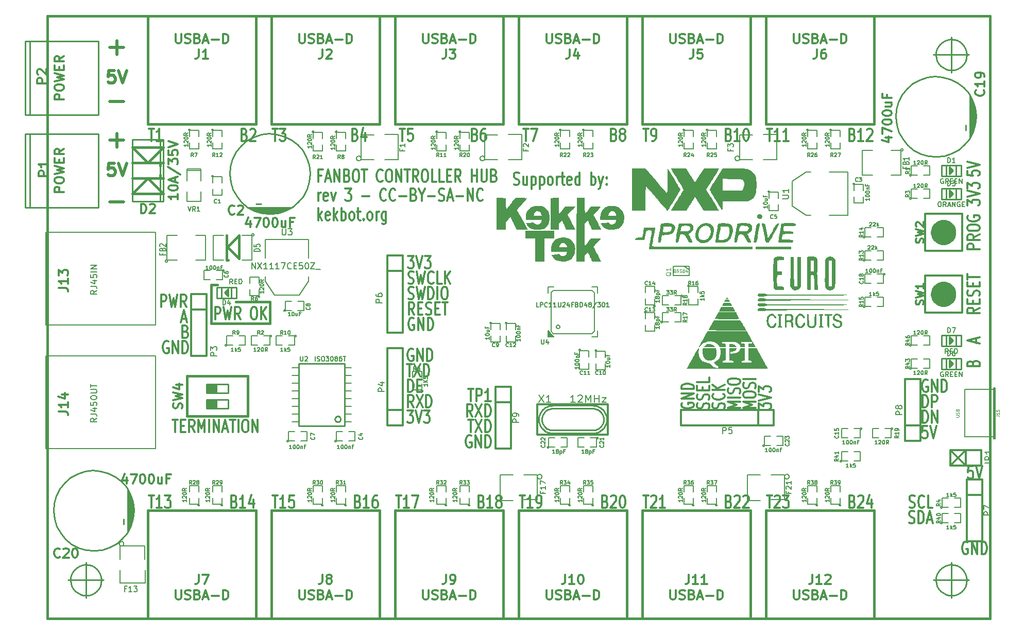
<source format=gto>
G04 (created by PCBNEW-RS274X (2012-01-19 BZR 3256)-stable) date 5/31/2013 9:18:15 AM*
G01*
G70*
G90*
%MOIN*%
G04 Gerber Fmt 3.4, Leading zero omitted, Abs format*
%FSLAX34Y34*%
G04 APERTURE LIST*
%ADD10C,0.006000*%
%ADD11C,0.019700*%
%ADD12C,0.015000*%
%ADD13C,0.012000*%
%ADD14C,0.007900*%
%ADD15C,0.010000*%
%ADD16C,0.005000*%
%ADD17C,0.008000*%
%ADD18C,0.005900*%
%ADD19C,0.011800*%
%ADD20C,0.100000*%
%ADD21C,0.000100*%
%ADD22C,0.003900*%
%ADD23C,0.003000*%
%ADD24C,0.012500*%
G04 APERTURE END LIST*
G54D10*
G54D11*
X27350Y-23531D02*
X26975Y-23531D01*
X26938Y-23906D01*
X26975Y-23868D01*
X27050Y-23831D01*
X27238Y-23831D01*
X27313Y-23868D01*
X27350Y-23906D01*
X27388Y-23981D01*
X27388Y-24168D01*
X27350Y-24243D01*
X27313Y-24281D01*
X27238Y-24318D01*
X27050Y-24318D01*
X26975Y-24281D01*
X26938Y-24243D01*
X27613Y-23531D02*
X27875Y-24318D01*
X28138Y-23531D01*
G54D12*
X28500Y-23500D02*
X30500Y-23500D01*
X28500Y-24500D02*
X30500Y-24500D01*
X30500Y-25500D02*
X29500Y-24500D01*
X28500Y-25500D02*
X30500Y-25500D01*
X29500Y-24500D02*
X28500Y-25500D01*
X29500Y-23500D02*
X30500Y-22500D01*
X28500Y-22500D02*
X29500Y-23500D01*
X28500Y-22500D02*
X30500Y-22500D01*
G54D11*
X27350Y-17531D02*
X26975Y-17531D01*
X26938Y-17906D01*
X26975Y-17868D01*
X27050Y-17831D01*
X27238Y-17831D01*
X27313Y-17868D01*
X27350Y-17906D01*
X27388Y-17981D01*
X27388Y-18168D01*
X27350Y-18243D01*
X27313Y-18281D01*
X27238Y-18318D01*
X27050Y-18318D01*
X26975Y-18281D01*
X26938Y-18243D01*
X27613Y-17531D02*
X27875Y-18318D01*
X28138Y-17531D01*
G54D13*
X53186Y-24886D02*
X53272Y-24924D01*
X53415Y-24924D01*
X53472Y-24886D01*
X53501Y-24848D01*
X53529Y-24771D01*
X53529Y-24695D01*
X53501Y-24619D01*
X53472Y-24581D01*
X53415Y-24543D01*
X53301Y-24505D01*
X53243Y-24467D01*
X53215Y-24429D01*
X53186Y-24352D01*
X53186Y-24276D01*
X53215Y-24200D01*
X53243Y-24162D01*
X53301Y-24124D01*
X53443Y-24124D01*
X53529Y-24162D01*
X54043Y-24390D02*
X54043Y-24924D01*
X53786Y-24390D02*
X53786Y-24810D01*
X53814Y-24886D01*
X53872Y-24924D01*
X53957Y-24924D01*
X54014Y-24886D01*
X54043Y-24848D01*
X54329Y-24390D02*
X54329Y-25190D01*
X54329Y-24429D02*
X54386Y-24390D01*
X54500Y-24390D01*
X54557Y-24429D01*
X54586Y-24467D01*
X54615Y-24543D01*
X54615Y-24771D01*
X54586Y-24848D01*
X54557Y-24886D01*
X54500Y-24924D01*
X54386Y-24924D01*
X54329Y-24886D01*
X54872Y-24390D02*
X54872Y-25190D01*
X54872Y-24429D02*
X54929Y-24390D01*
X55043Y-24390D01*
X55100Y-24429D01*
X55129Y-24467D01*
X55158Y-24543D01*
X55158Y-24771D01*
X55129Y-24848D01*
X55100Y-24886D01*
X55043Y-24924D01*
X54929Y-24924D01*
X54872Y-24886D01*
X55501Y-24924D02*
X55443Y-24886D01*
X55415Y-24848D01*
X55386Y-24771D01*
X55386Y-24543D01*
X55415Y-24467D01*
X55443Y-24429D01*
X55501Y-24390D01*
X55586Y-24390D01*
X55643Y-24429D01*
X55672Y-24467D01*
X55701Y-24543D01*
X55701Y-24771D01*
X55672Y-24848D01*
X55643Y-24886D01*
X55586Y-24924D01*
X55501Y-24924D01*
X55958Y-24924D02*
X55958Y-24390D01*
X55958Y-24543D02*
X55986Y-24467D01*
X56015Y-24429D01*
X56072Y-24390D01*
X56129Y-24390D01*
X56243Y-24390D02*
X56472Y-24390D01*
X56329Y-24124D02*
X56329Y-24810D01*
X56357Y-24886D01*
X56415Y-24924D01*
X56472Y-24924D01*
X56900Y-24886D02*
X56843Y-24924D01*
X56729Y-24924D01*
X56672Y-24886D01*
X56643Y-24810D01*
X56643Y-24505D01*
X56672Y-24429D01*
X56729Y-24390D01*
X56843Y-24390D01*
X56900Y-24429D01*
X56929Y-24505D01*
X56929Y-24581D01*
X56643Y-24657D01*
X57443Y-24924D02*
X57443Y-24124D01*
X57443Y-24886D02*
X57386Y-24924D01*
X57272Y-24924D01*
X57214Y-24886D01*
X57186Y-24848D01*
X57157Y-24771D01*
X57157Y-24543D01*
X57186Y-24467D01*
X57214Y-24429D01*
X57272Y-24390D01*
X57386Y-24390D01*
X57443Y-24429D01*
X58186Y-24924D02*
X58186Y-24124D01*
X58186Y-24429D02*
X58243Y-24390D01*
X58357Y-24390D01*
X58414Y-24429D01*
X58443Y-24467D01*
X58472Y-24543D01*
X58472Y-24771D01*
X58443Y-24848D01*
X58414Y-24886D01*
X58357Y-24924D01*
X58243Y-24924D01*
X58186Y-24886D01*
X58672Y-24390D02*
X58815Y-24924D01*
X58957Y-24390D02*
X58815Y-24924D01*
X58757Y-25114D01*
X58729Y-25152D01*
X58672Y-25190D01*
X59186Y-24848D02*
X59214Y-24886D01*
X59186Y-24924D01*
X59157Y-24886D01*
X59186Y-24848D01*
X59186Y-24924D01*
X59186Y-24429D02*
X59214Y-24467D01*
X59186Y-24505D01*
X59157Y-24467D01*
X59186Y-24429D01*
X59186Y-24505D01*
X50428Y-41162D02*
X50371Y-41124D01*
X50285Y-41124D01*
X50200Y-41162D01*
X50142Y-41238D01*
X50114Y-41314D01*
X50085Y-41467D01*
X50085Y-41581D01*
X50114Y-41733D01*
X50142Y-41810D01*
X50200Y-41886D01*
X50285Y-41924D01*
X50342Y-41924D01*
X50428Y-41886D01*
X50457Y-41848D01*
X50457Y-41581D01*
X50342Y-41581D01*
X50714Y-41924D02*
X50714Y-41124D01*
X51057Y-41924D01*
X51057Y-41124D01*
X51343Y-41924D02*
X51343Y-41124D01*
X51486Y-41124D01*
X51571Y-41162D01*
X51629Y-41238D01*
X51657Y-41314D01*
X51686Y-41467D01*
X51686Y-41581D01*
X51657Y-41733D01*
X51629Y-41810D01*
X51571Y-41886D01*
X51486Y-41924D01*
X51343Y-41924D01*
X50229Y-40124D02*
X50572Y-40124D01*
X50401Y-40924D02*
X50401Y-40124D01*
X50715Y-40124D02*
X51115Y-40924D01*
X51115Y-40124D02*
X50715Y-40924D01*
X51343Y-40924D02*
X51343Y-40124D01*
X51486Y-40124D01*
X51571Y-40162D01*
X51629Y-40238D01*
X51657Y-40314D01*
X51686Y-40467D01*
X51686Y-40581D01*
X51657Y-40733D01*
X51629Y-40810D01*
X51571Y-40886D01*
X51486Y-40924D01*
X51343Y-40924D01*
X50515Y-39924D02*
X50315Y-39543D01*
X50172Y-39924D02*
X50172Y-39124D01*
X50400Y-39124D01*
X50458Y-39162D01*
X50486Y-39200D01*
X50515Y-39276D01*
X50515Y-39390D01*
X50486Y-39467D01*
X50458Y-39505D01*
X50400Y-39543D01*
X50172Y-39543D01*
X50715Y-39124D02*
X51115Y-39924D01*
X51115Y-39124D02*
X50715Y-39924D01*
X51343Y-39924D02*
X51343Y-39124D01*
X51486Y-39124D01*
X51571Y-39162D01*
X51629Y-39238D01*
X51657Y-39314D01*
X51686Y-39467D01*
X51686Y-39581D01*
X51657Y-39733D01*
X51629Y-39810D01*
X51571Y-39886D01*
X51486Y-39924D01*
X51343Y-39924D01*
X50229Y-38124D02*
X50572Y-38124D01*
X50401Y-38924D02*
X50401Y-38124D01*
X50772Y-38924D02*
X50772Y-38124D01*
X51000Y-38124D01*
X51058Y-38162D01*
X51086Y-38200D01*
X51115Y-38276D01*
X51115Y-38390D01*
X51086Y-38467D01*
X51058Y-38505D01*
X51000Y-38543D01*
X50772Y-38543D01*
X51686Y-38924D02*
X51343Y-38924D01*
X51515Y-38924D02*
X51515Y-38124D01*
X51458Y-38238D01*
X51400Y-38314D01*
X51343Y-38352D01*
G54D12*
X35200Y-32500D02*
X37400Y-32500D01*
X33600Y-31400D02*
X34000Y-31400D01*
X33600Y-32500D02*
X33600Y-31400D01*
G54D13*
X33857Y-33624D02*
X33857Y-32824D01*
X34085Y-32824D01*
X34143Y-32862D01*
X34171Y-32900D01*
X34200Y-32976D01*
X34200Y-33090D01*
X34171Y-33167D01*
X34143Y-33205D01*
X34085Y-33243D01*
X33857Y-33243D01*
X34400Y-32824D02*
X34543Y-33624D01*
X34657Y-33052D01*
X34771Y-33624D01*
X34914Y-32824D01*
X35486Y-33624D02*
X35286Y-33243D01*
X35143Y-33624D02*
X35143Y-32824D01*
X35371Y-32824D01*
X35429Y-32862D01*
X35457Y-32900D01*
X35486Y-32976D01*
X35486Y-33090D01*
X35457Y-33167D01*
X35429Y-33205D01*
X35371Y-33243D01*
X35143Y-33243D01*
X36314Y-32824D02*
X36428Y-32824D01*
X36486Y-32862D01*
X36543Y-32938D01*
X36571Y-33090D01*
X36571Y-33357D01*
X36543Y-33510D01*
X36486Y-33586D01*
X36428Y-33624D01*
X36314Y-33624D01*
X36257Y-33586D01*
X36200Y-33510D01*
X36171Y-33357D01*
X36171Y-33090D01*
X36200Y-32938D01*
X36257Y-32862D01*
X36314Y-32824D01*
X36829Y-33624D02*
X36829Y-32824D01*
X37172Y-33624D02*
X36915Y-33167D01*
X37172Y-32824D02*
X36829Y-33281D01*
G54D12*
X37400Y-33900D02*
X37400Y-32500D01*
X33600Y-33900D02*
X37400Y-33900D01*
X33600Y-32500D02*
X33600Y-33900D01*
X30300Y-23500D02*
X30300Y-23700D01*
X30300Y-24300D02*
X30300Y-24400D01*
X35400Y-29700D02*
X35400Y-28200D01*
X34700Y-29000D02*
X35400Y-29700D01*
X34600Y-29000D02*
X35400Y-28200D01*
X34600Y-29800D02*
X34700Y-29800D01*
X34600Y-28200D02*
X34600Y-29800D01*
G54D13*
X82887Y-43124D02*
X82601Y-43124D01*
X82572Y-43505D01*
X82601Y-43467D01*
X82658Y-43429D01*
X82801Y-43429D01*
X82858Y-43467D01*
X82887Y-43505D01*
X82915Y-43581D01*
X82915Y-43771D01*
X82887Y-43848D01*
X82858Y-43886D01*
X82801Y-43924D01*
X82658Y-43924D01*
X82601Y-43886D01*
X82572Y-43848D01*
X83086Y-43124D02*
X83286Y-43924D01*
X83486Y-43124D01*
X75101Y-45405D02*
X75187Y-45443D01*
X75215Y-45481D01*
X75244Y-45557D01*
X75244Y-45671D01*
X75215Y-45748D01*
X75187Y-45786D01*
X75129Y-45824D01*
X74901Y-45824D01*
X74901Y-45024D01*
X75101Y-45024D01*
X75158Y-45062D01*
X75187Y-45100D01*
X75215Y-45176D01*
X75215Y-45252D01*
X75187Y-45329D01*
X75158Y-45367D01*
X75101Y-45405D01*
X74901Y-45405D01*
X75472Y-45100D02*
X75501Y-45062D01*
X75558Y-45024D01*
X75701Y-45024D01*
X75758Y-45062D01*
X75787Y-45100D01*
X75815Y-45176D01*
X75815Y-45252D01*
X75787Y-45367D01*
X75444Y-45824D01*
X75815Y-45824D01*
X76329Y-45290D02*
X76329Y-45824D01*
X76186Y-44986D02*
X76043Y-45557D01*
X76415Y-45557D01*
X69557Y-45024D02*
X69900Y-45024D01*
X69729Y-45824D02*
X69729Y-45024D01*
X70071Y-45100D02*
X70100Y-45062D01*
X70157Y-45024D01*
X70300Y-45024D01*
X70357Y-45062D01*
X70386Y-45100D01*
X70414Y-45176D01*
X70414Y-45252D01*
X70386Y-45367D01*
X70043Y-45824D01*
X70414Y-45824D01*
X70614Y-45024D02*
X70985Y-45024D01*
X70785Y-45329D01*
X70871Y-45329D01*
X70928Y-45367D01*
X70957Y-45405D01*
X70985Y-45481D01*
X70985Y-45671D01*
X70957Y-45748D01*
X70928Y-45786D01*
X70871Y-45824D01*
X70699Y-45824D01*
X70642Y-45786D01*
X70614Y-45748D01*
X67101Y-45405D02*
X67187Y-45443D01*
X67215Y-45481D01*
X67244Y-45557D01*
X67244Y-45671D01*
X67215Y-45748D01*
X67187Y-45786D01*
X67129Y-45824D01*
X66901Y-45824D01*
X66901Y-45024D01*
X67101Y-45024D01*
X67158Y-45062D01*
X67187Y-45100D01*
X67215Y-45176D01*
X67215Y-45252D01*
X67187Y-45329D01*
X67158Y-45367D01*
X67101Y-45405D01*
X66901Y-45405D01*
X67472Y-45100D02*
X67501Y-45062D01*
X67558Y-45024D01*
X67701Y-45024D01*
X67758Y-45062D01*
X67787Y-45100D01*
X67815Y-45176D01*
X67815Y-45252D01*
X67787Y-45367D01*
X67444Y-45824D01*
X67815Y-45824D01*
X68043Y-45100D02*
X68072Y-45062D01*
X68129Y-45024D01*
X68272Y-45024D01*
X68329Y-45062D01*
X68358Y-45100D01*
X68386Y-45176D01*
X68386Y-45252D01*
X68358Y-45367D01*
X68015Y-45824D01*
X68386Y-45824D01*
X61557Y-45024D02*
X61900Y-45024D01*
X61729Y-45824D02*
X61729Y-45024D01*
X62071Y-45100D02*
X62100Y-45062D01*
X62157Y-45024D01*
X62300Y-45024D01*
X62357Y-45062D01*
X62386Y-45100D01*
X62414Y-45176D01*
X62414Y-45252D01*
X62386Y-45367D01*
X62043Y-45824D01*
X62414Y-45824D01*
X62985Y-45824D02*
X62642Y-45824D01*
X62814Y-45824D02*
X62814Y-45024D01*
X62757Y-45138D01*
X62699Y-45214D01*
X62642Y-45252D01*
X59101Y-45405D02*
X59187Y-45443D01*
X59215Y-45481D01*
X59244Y-45557D01*
X59244Y-45671D01*
X59215Y-45748D01*
X59187Y-45786D01*
X59129Y-45824D01*
X58901Y-45824D01*
X58901Y-45024D01*
X59101Y-45024D01*
X59158Y-45062D01*
X59187Y-45100D01*
X59215Y-45176D01*
X59215Y-45252D01*
X59187Y-45329D01*
X59158Y-45367D01*
X59101Y-45405D01*
X58901Y-45405D01*
X59472Y-45100D02*
X59501Y-45062D01*
X59558Y-45024D01*
X59701Y-45024D01*
X59758Y-45062D01*
X59787Y-45100D01*
X59815Y-45176D01*
X59815Y-45252D01*
X59787Y-45367D01*
X59444Y-45824D01*
X59815Y-45824D01*
X60186Y-45024D02*
X60243Y-45024D01*
X60300Y-45062D01*
X60329Y-45100D01*
X60358Y-45176D01*
X60386Y-45329D01*
X60386Y-45519D01*
X60358Y-45671D01*
X60329Y-45748D01*
X60300Y-45786D01*
X60243Y-45824D01*
X60186Y-45824D01*
X60129Y-45786D01*
X60100Y-45748D01*
X60072Y-45671D01*
X60043Y-45519D01*
X60043Y-45329D01*
X60072Y-45176D01*
X60100Y-45100D01*
X60129Y-45062D01*
X60186Y-45024D01*
X53557Y-45024D02*
X53900Y-45024D01*
X53729Y-45824D02*
X53729Y-45024D01*
X54414Y-45824D02*
X54071Y-45824D01*
X54243Y-45824D02*
X54243Y-45024D01*
X54186Y-45138D01*
X54128Y-45214D01*
X54071Y-45252D01*
X54699Y-45824D02*
X54814Y-45824D01*
X54871Y-45786D01*
X54899Y-45748D01*
X54957Y-45633D01*
X54985Y-45481D01*
X54985Y-45176D01*
X54957Y-45100D01*
X54928Y-45062D01*
X54871Y-45024D01*
X54757Y-45024D01*
X54699Y-45062D01*
X54671Y-45100D01*
X54642Y-45176D01*
X54642Y-45367D01*
X54671Y-45443D01*
X54699Y-45481D01*
X54757Y-45519D01*
X54871Y-45519D01*
X54928Y-45481D01*
X54957Y-45443D01*
X54985Y-45367D01*
X51101Y-45405D02*
X51187Y-45443D01*
X51215Y-45481D01*
X51244Y-45557D01*
X51244Y-45671D01*
X51215Y-45748D01*
X51187Y-45786D01*
X51129Y-45824D01*
X50901Y-45824D01*
X50901Y-45024D01*
X51101Y-45024D01*
X51158Y-45062D01*
X51187Y-45100D01*
X51215Y-45176D01*
X51215Y-45252D01*
X51187Y-45329D01*
X51158Y-45367D01*
X51101Y-45405D01*
X50901Y-45405D01*
X51815Y-45824D02*
X51472Y-45824D01*
X51644Y-45824D02*
X51644Y-45024D01*
X51587Y-45138D01*
X51529Y-45214D01*
X51472Y-45252D01*
X52158Y-45367D02*
X52100Y-45329D01*
X52072Y-45290D01*
X52043Y-45214D01*
X52043Y-45176D01*
X52072Y-45100D01*
X52100Y-45062D01*
X52158Y-45024D01*
X52272Y-45024D01*
X52329Y-45062D01*
X52358Y-45100D01*
X52386Y-45176D01*
X52386Y-45214D01*
X52358Y-45290D01*
X52329Y-45329D01*
X52272Y-45367D01*
X52158Y-45367D01*
X52100Y-45405D01*
X52072Y-45443D01*
X52043Y-45519D01*
X52043Y-45671D01*
X52072Y-45748D01*
X52100Y-45786D01*
X52158Y-45824D01*
X52272Y-45824D01*
X52329Y-45786D01*
X52358Y-45748D01*
X52386Y-45671D01*
X52386Y-45519D01*
X52358Y-45443D01*
X52329Y-45405D01*
X52272Y-45367D01*
X45557Y-45024D02*
X45900Y-45024D01*
X45729Y-45824D02*
X45729Y-45024D01*
X46414Y-45824D02*
X46071Y-45824D01*
X46243Y-45824D02*
X46243Y-45024D01*
X46186Y-45138D01*
X46128Y-45214D01*
X46071Y-45252D01*
X46614Y-45024D02*
X47014Y-45024D01*
X46757Y-45824D01*
X43101Y-45405D02*
X43187Y-45443D01*
X43215Y-45481D01*
X43244Y-45557D01*
X43244Y-45671D01*
X43215Y-45748D01*
X43187Y-45786D01*
X43129Y-45824D01*
X42901Y-45824D01*
X42901Y-45024D01*
X43101Y-45024D01*
X43158Y-45062D01*
X43187Y-45100D01*
X43215Y-45176D01*
X43215Y-45252D01*
X43187Y-45329D01*
X43158Y-45367D01*
X43101Y-45405D01*
X42901Y-45405D01*
X43815Y-45824D02*
X43472Y-45824D01*
X43644Y-45824D02*
X43644Y-45024D01*
X43587Y-45138D01*
X43529Y-45214D01*
X43472Y-45252D01*
X44329Y-45024D02*
X44215Y-45024D01*
X44158Y-45062D01*
X44129Y-45100D01*
X44072Y-45214D01*
X44043Y-45367D01*
X44043Y-45671D01*
X44072Y-45748D01*
X44100Y-45786D01*
X44158Y-45824D01*
X44272Y-45824D01*
X44329Y-45786D01*
X44358Y-45748D01*
X44386Y-45671D01*
X44386Y-45481D01*
X44358Y-45405D01*
X44329Y-45367D01*
X44272Y-45329D01*
X44158Y-45329D01*
X44100Y-45367D01*
X44072Y-45405D01*
X44043Y-45481D01*
X37557Y-45024D02*
X37900Y-45024D01*
X37729Y-45824D02*
X37729Y-45024D01*
X38414Y-45824D02*
X38071Y-45824D01*
X38243Y-45824D02*
X38243Y-45024D01*
X38186Y-45138D01*
X38128Y-45214D01*
X38071Y-45252D01*
X38957Y-45024D02*
X38671Y-45024D01*
X38642Y-45405D01*
X38671Y-45367D01*
X38728Y-45329D01*
X38871Y-45329D01*
X38928Y-45367D01*
X38957Y-45405D01*
X38985Y-45481D01*
X38985Y-45671D01*
X38957Y-45748D01*
X38928Y-45786D01*
X38871Y-45824D01*
X38728Y-45824D01*
X38671Y-45786D01*
X38642Y-45748D01*
X35101Y-45405D02*
X35187Y-45443D01*
X35215Y-45481D01*
X35244Y-45557D01*
X35244Y-45671D01*
X35215Y-45748D01*
X35187Y-45786D01*
X35129Y-45824D01*
X34901Y-45824D01*
X34901Y-45024D01*
X35101Y-45024D01*
X35158Y-45062D01*
X35187Y-45100D01*
X35215Y-45176D01*
X35215Y-45252D01*
X35187Y-45329D01*
X35158Y-45367D01*
X35101Y-45405D01*
X34901Y-45405D01*
X35815Y-45824D02*
X35472Y-45824D01*
X35644Y-45824D02*
X35644Y-45024D01*
X35587Y-45138D01*
X35529Y-45214D01*
X35472Y-45252D01*
X36329Y-45290D02*
X36329Y-45824D01*
X36186Y-44986D02*
X36043Y-45557D01*
X36415Y-45557D01*
X29557Y-45024D02*
X29900Y-45024D01*
X29729Y-45824D02*
X29729Y-45024D01*
X30414Y-45824D02*
X30071Y-45824D01*
X30243Y-45824D02*
X30243Y-45024D01*
X30186Y-45138D01*
X30128Y-45214D01*
X30071Y-45252D01*
X30614Y-45024D02*
X30985Y-45024D01*
X30785Y-45329D01*
X30871Y-45329D01*
X30928Y-45367D01*
X30957Y-45405D01*
X30985Y-45481D01*
X30985Y-45671D01*
X30957Y-45748D01*
X30928Y-45786D01*
X30871Y-45824D01*
X30699Y-45824D01*
X30642Y-45786D01*
X30614Y-45748D01*
X75101Y-21655D02*
X75187Y-21693D01*
X75215Y-21731D01*
X75244Y-21807D01*
X75244Y-21921D01*
X75215Y-21998D01*
X75187Y-22036D01*
X75129Y-22074D01*
X74901Y-22074D01*
X74901Y-21274D01*
X75101Y-21274D01*
X75158Y-21312D01*
X75187Y-21350D01*
X75215Y-21426D01*
X75215Y-21502D01*
X75187Y-21579D01*
X75158Y-21617D01*
X75101Y-21655D01*
X74901Y-21655D01*
X75815Y-22074D02*
X75472Y-22074D01*
X75644Y-22074D02*
X75644Y-21274D01*
X75587Y-21388D01*
X75529Y-21464D01*
X75472Y-21502D01*
X76043Y-21350D02*
X76072Y-21312D01*
X76129Y-21274D01*
X76272Y-21274D01*
X76329Y-21312D01*
X76358Y-21350D01*
X76386Y-21426D01*
X76386Y-21502D01*
X76358Y-21617D01*
X76015Y-22074D01*
X76386Y-22074D01*
X69557Y-21274D02*
X69900Y-21274D01*
X69729Y-22074D02*
X69729Y-21274D01*
X70414Y-22074D02*
X70071Y-22074D01*
X70243Y-22074D02*
X70243Y-21274D01*
X70186Y-21388D01*
X70128Y-21464D01*
X70071Y-21502D01*
X70985Y-22074D02*
X70642Y-22074D01*
X70814Y-22074D02*
X70814Y-21274D01*
X70757Y-21388D01*
X70699Y-21464D01*
X70642Y-21502D01*
X67101Y-21655D02*
X67187Y-21693D01*
X67215Y-21731D01*
X67244Y-21807D01*
X67244Y-21921D01*
X67215Y-21998D01*
X67187Y-22036D01*
X67129Y-22074D01*
X66901Y-22074D01*
X66901Y-21274D01*
X67101Y-21274D01*
X67158Y-21312D01*
X67187Y-21350D01*
X67215Y-21426D01*
X67215Y-21502D01*
X67187Y-21579D01*
X67158Y-21617D01*
X67101Y-21655D01*
X66901Y-21655D01*
X67815Y-22074D02*
X67472Y-22074D01*
X67644Y-22074D02*
X67644Y-21274D01*
X67587Y-21388D01*
X67529Y-21464D01*
X67472Y-21502D01*
X68186Y-21274D02*
X68243Y-21274D01*
X68300Y-21312D01*
X68329Y-21350D01*
X68358Y-21426D01*
X68386Y-21579D01*
X68386Y-21769D01*
X68358Y-21921D01*
X68329Y-21998D01*
X68300Y-22036D01*
X68243Y-22074D01*
X68186Y-22074D01*
X68129Y-22036D01*
X68100Y-21998D01*
X68072Y-21921D01*
X68043Y-21769D01*
X68043Y-21579D01*
X68072Y-21426D01*
X68100Y-21350D01*
X68129Y-21312D01*
X68186Y-21274D01*
X61557Y-21274D02*
X61900Y-21274D01*
X61729Y-22074D02*
X61729Y-21274D01*
X62128Y-22074D02*
X62243Y-22074D01*
X62300Y-22036D01*
X62328Y-21998D01*
X62386Y-21883D01*
X62414Y-21731D01*
X62414Y-21426D01*
X62386Y-21350D01*
X62357Y-21312D01*
X62300Y-21274D01*
X62186Y-21274D01*
X62128Y-21312D01*
X62100Y-21350D01*
X62071Y-21426D01*
X62071Y-21617D01*
X62100Y-21693D01*
X62128Y-21731D01*
X62186Y-21769D01*
X62300Y-21769D01*
X62357Y-21731D01*
X62386Y-21693D01*
X62414Y-21617D01*
X59672Y-21655D02*
X59758Y-21693D01*
X59786Y-21731D01*
X59815Y-21807D01*
X59815Y-21921D01*
X59786Y-21998D01*
X59758Y-22036D01*
X59700Y-22074D01*
X59472Y-22074D01*
X59472Y-21274D01*
X59672Y-21274D01*
X59729Y-21312D01*
X59758Y-21350D01*
X59786Y-21426D01*
X59786Y-21502D01*
X59758Y-21579D01*
X59729Y-21617D01*
X59672Y-21655D01*
X59472Y-21655D01*
X60158Y-21617D02*
X60100Y-21579D01*
X60072Y-21540D01*
X60043Y-21464D01*
X60043Y-21426D01*
X60072Y-21350D01*
X60100Y-21312D01*
X60158Y-21274D01*
X60272Y-21274D01*
X60329Y-21312D01*
X60358Y-21350D01*
X60386Y-21426D01*
X60386Y-21464D01*
X60358Y-21540D01*
X60329Y-21579D01*
X60272Y-21617D01*
X60158Y-21617D01*
X60100Y-21655D01*
X60072Y-21693D01*
X60043Y-21769D01*
X60043Y-21921D01*
X60072Y-21998D01*
X60100Y-22036D01*
X60158Y-22074D01*
X60272Y-22074D01*
X60329Y-22036D01*
X60358Y-21998D01*
X60386Y-21921D01*
X60386Y-21769D01*
X60358Y-21693D01*
X60329Y-21655D01*
X60272Y-21617D01*
X53807Y-21274D02*
X54150Y-21274D01*
X53979Y-22074D02*
X53979Y-21274D01*
X54293Y-21274D02*
X54693Y-21274D01*
X54436Y-22074D01*
X50672Y-21655D02*
X50758Y-21693D01*
X50786Y-21731D01*
X50815Y-21807D01*
X50815Y-21921D01*
X50786Y-21998D01*
X50758Y-22036D01*
X50700Y-22074D01*
X50472Y-22074D01*
X50472Y-21274D01*
X50672Y-21274D01*
X50729Y-21312D01*
X50758Y-21350D01*
X50786Y-21426D01*
X50786Y-21502D01*
X50758Y-21579D01*
X50729Y-21617D01*
X50672Y-21655D01*
X50472Y-21655D01*
X51329Y-21274D02*
X51215Y-21274D01*
X51158Y-21312D01*
X51129Y-21350D01*
X51072Y-21464D01*
X51043Y-21617D01*
X51043Y-21921D01*
X51072Y-21998D01*
X51100Y-22036D01*
X51158Y-22074D01*
X51272Y-22074D01*
X51329Y-22036D01*
X51358Y-21998D01*
X51386Y-21921D01*
X51386Y-21731D01*
X51358Y-21655D01*
X51329Y-21617D01*
X51272Y-21579D01*
X51158Y-21579D01*
X51100Y-21617D01*
X51072Y-21655D01*
X51043Y-21731D01*
X45807Y-21274D02*
X46150Y-21274D01*
X45979Y-22074D02*
X45979Y-21274D01*
X46636Y-21274D02*
X46350Y-21274D01*
X46321Y-21655D01*
X46350Y-21617D01*
X46407Y-21579D01*
X46550Y-21579D01*
X46607Y-21617D01*
X46636Y-21655D01*
X46664Y-21731D01*
X46664Y-21921D01*
X46636Y-21998D01*
X46607Y-22036D01*
X46550Y-22074D01*
X46407Y-22074D01*
X46350Y-22036D01*
X46321Y-21998D01*
X42922Y-21655D02*
X43008Y-21693D01*
X43036Y-21731D01*
X43065Y-21807D01*
X43065Y-21921D01*
X43036Y-21998D01*
X43008Y-22036D01*
X42950Y-22074D01*
X42722Y-22074D01*
X42722Y-21274D01*
X42922Y-21274D01*
X42979Y-21312D01*
X43008Y-21350D01*
X43036Y-21426D01*
X43036Y-21502D01*
X43008Y-21579D01*
X42979Y-21617D01*
X42922Y-21655D01*
X42722Y-21655D01*
X43579Y-21540D02*
X43579Y-22074D01*
X43436Y-21236D02*
X43293Y-21807D01*
X43665Y-21807D01*
X37557Y-21274D02*
X37900Y-21274D01*
X37729Y-22074D02*
X37729Y-21274D01*
X38043Y-21274D02*
X38414Y-21274D01*
X38214Y-21579D01*
X38300Y-21579D01*
X38357Y-21617D01*
X38386Y-21655D01*
X38414Y-21731D01*
X38414Y-21921D01*
X38386Y-21998D01*
X38357Y-22036D01*
X38300Y-22074D01*
X38128Y-22074D01*
X38071Y-22036D01*
X38043Y-21998D01*
X29557Y-21274D02*
X29900Y-21274D01*
X29729Y-22074D02*
X29729Y-21274D01*
X30414Y-22074D02*
X30071Y-22074D01*
X30243Y-22074D02*
X30243Y-21274D01*
X30186Y-21388D01*
X30128Y-21464D01*
X30071Y-21502D01*
X35758Y-21655D02*
X35844Y-21693D01*
X35872Y-21731D01*
X35901Y-21807D01*
X35901Y-21921D01*
X35872Y-21998D01*
X35844Y-22036D01*
X35786Y-22074D01*
X35558Y-22074D01*
X35558Y-21274D01*
X35758Y-21274D01*
X35815Y-21312D01*
X35844Y-21350D01*
X35872Y-21426D01*
X35872Y-21502D01*
X35844Y-21579D01*
X35815Y-21617D01*
X35758Y-21655D01*
X35558Y-21655D01*
X36129Y-21350D02*
X36158Y-21312D01*
X36215Y-21274D01*
X36358Y-21274D01*
X36415Y-21312D01*
X36444Y-21350D01*
X36472Y-21426D01*
X36472Y-21502D01*
X36444Y-21617D01*
X36101Y-22074D01*
X36472Y-22074D01*
X40743Y-24305D02*
X40543Y-24305D01*
X40543Y-24724D02*
X40543Y-23924D01*
X40829Y-23924D01*
X41028Y-24495D02*
X41314Y-24495D01*
X40971Y-24724D02*
X41171Y-23924D01*
X41371Y-24724D01*
X41571Y-24724D02*
X41571Y-23924D01*
X41914Y-24724D01*
X41914Y-23924D01*
X42400Y-24305D02*
X42486Y-24343D01*
X42514Y-24381D01*
X42543Y-24457D01*
X42543Y-24571D01*
X42514Y-24648D01*
X42486Y-24686D01*
X42428Y-24724D01*
X42200Y-24724D01*
X42200Y-23924D01*
X42400Y-23924D01*
X42457Y-23962D01*
X42486Y-24000D01*
X42514Y-24076D01*
X42514Y-24152D01*
X42486Y-24229D01*
X42457Y-24267D01*
X42400Y-24305D01*
X42200Y-24305D01*
X42914Y-23924D02*
X43028Y-23924D01*
X43086Y-23962D01*
X43143Y-24038D01*
X43171Y-24190D01*
X43171Y-24457D01*
X43143Y-24610D01*
X43086Y-24686D01*
X43028Y-24724D01*
X42914Y-24724D01*
X42857Y-24686D01*
X42800Y-24610D01*
X42771Y-24457D01*
X42771Y-24190D01*
X42800Y-24038D01*
X42857Y-23962D01*
X42914Y-23924D01*
X43343Y-23924D02*
X43686Y-23924D01*
X43515Y-24724D02*
X43515Y-23924D01*
X44686Y-24648D02*
X44657Y-24686D01*
X44571Y-24724D01*
X44514Y-24724D01*
X44429Y-24686D01*
X44371Y-24610D01*
X44343Y-24533D01*
X44314Y-24381D01*
X44314Y-24267D01*
X44343Y-24114D01*
X44371Y-24038D01*
X44429Y-23962D01*
X44514Y-23924D01*
X44571Y-23924D01*
X44657Y-23962D01*
X44686Y-24000D01*
X45057Y-23924D02*
X45171Y-23924D01*
X45229Y-23962D01*
X45286Y-24038D01*
X45314Y-24190D01*
X45314Y-24457D01*
X45286Y-24610D01*
X45229Y-24686D01*
X45171Y-24724D01*
X45057Y-24724D01*
X45000Y-24686D01*
X44943Y-24610D01*
X44914Y-24457D01*
X44914Y-24190D01*
X44943Y-24038D01*
X45000Y-23962D01*
X45057Y-23924D01*
X45572Y-24724D02*
X45572Y-23924D01*
X45915Y-24724D01*
X45915Y-23924D01*
X46115Y-23924D02*
X46458Y-23924D01*
X46287Y-24724D02*
X46287Y-23924D01*
X47001Y-24724D02*
X46801Y-24343D01*
X46658Y-24724D02*
X46658Y-23924D01*
X46886Y-23924D01*
X46944Y-23962D01*
X46972Y-24000D01*
X47001Y-24076D01*
X47001Y-24190D01*
X46972Y-24267D01*
X46944Y-24305D01*
X46886Y-24343D01*
X46658Y-24343D01*
X47372Y-23924D02*
X47486Y-23924D01*
X47544Y-23962D01*
X47601Y-24038D01*
X47629Y-24190D01*
X47629Y-24457D01*
X47601Y-24610D01*
X47544Y-24686D01*
X47486Y-24724D01*
X47372Y-24724D01*
X47315Y-24686D01*
X47258Y-24610D01*
X47229Y-24457D01*
X47229Y-24190D01*
X47258Y-24038D01*
X47315Y-23962D01*
X47372Y-23924D01*
X48173Y-24724D02*
X47887Y-24724D01*
X47887Y-23924D01*
X48659Y-24724D02*
X48373Y-24724D01*
X48373Y-23924D01*
X48859Y-24305D02*
X49059Y-24305D01*
X49145Y-24724D02*
X48859Y-24724D01*
X48859Y-23924D01*
X49145Y-23924D01*
X49745Y-24724D02*
X49545Y-24343D01*
X49402Y-24724D02*
X49402Y-23924D01*
X49630Y-23924D01*
X49688Y-23962D01*
X49716Y-24000D01*
X49745Y-24076D01*
X49745Y-24190D01*
X49716Y-24267D01*
X49688Y-24305D01*
X49630Y-24343D01*
X49402Y-24343D01*
X50459Y-24724D02*
X50459Y-23924D01*
X50459Y-24305D02*
X50802Y-24305D01*
X50802Y-24724D02*
X50802Y-23924D01*
X51088Y-23924D02*
X51088Y-24571D01*
X51116Y-24648D01*
X51145Y-24686D01*
X51202Y-24724D01*
X51316Y-24724D01*
X51374Y-24686D01*
X51402Y-24648D01*
X51431Y-24571D01*
X51431Y-23924D01*
X51917Y-24305D02*
X52003Y-24343D01*
X52031Y-24381D01*
X52060Y-24457D01*
X52060Y-24571D01*
X52031Y-24648D01*
X52003Y-24686D01*
X51945Y-24724D01*
X51717Y-24724D01*
X51717Y-23924D01*
X51917Y-23924D01*
X51974Y-23962D01*
X52003Y-24000D01*
X52031Y-24076D01*
X52031Y-24152D01*
X52003Y-24229D01*
X51974Y-24267D01*
X51917Y-24305D01*
X51717Y-24305D01*
X40543Y-25964D02*
X40543Y-25430D01*
X40543Y-25583D02*
X40571Y-25507D01*
X40600Y-25469D01*
X40657Y-25430D01*
X40714Y-25430D01*
X41142Y-25926D02*
X41085Y-25964D01*
X40971Y-25964D01*
X40914Y-25926D01*
X40885Y-25850D01*
X40885Y-25545D01*
X40914Y-25469D01*
X40971Y-25430D01*
X41085Y-25430D01*
X41142Y-25469D01*
X41171Y-25545D01*
X41171Y-25621D01*
X40885Y-25697D01*
X41371Y-25430D02*
X41514Y-25964D01*
X41656Y-25430D01*
X42285Y-25164D02*
X42656Y-25164D01*
X42456Y-25469D01*
X42542Y-25469D01*
X42599Y-25507D01*
X42628Y-25545D01*
X42656Y-25621D01*
X42656Y-25811D01*
X42628Y-25888D01*
X42599Y-25926D01*
X42542Y-25964D01*
X42370Y-25964D01*
X42313Y-25926D01*
X42285Y-25888D01*
X43370Y-25659D02*
X43827Y-25659D01*
X44913Y-25888D02*
X44884Y-25926D01*
X44798Y-25964D01*
X44741Y-25964D01*
X44656Y-25926D01*
X44598Y-25850D01*
X44570Y-25773D01*
X44541Y-25621D01*
X44541Y-25507D01*
X44570Y-25354D01*
X44598Y-25278D01*
X44656Y-25202D01*
X44741Y-25164D01*
X44798Y-25164D01*
X44884Y-25202D01*
X44913Y-25240D01*
X45513Y-25888D02*
X45484Y-25926D01*
X45398Y-25964D01*
X45341Y-25964D01*
X45256Y-25926D01*
X45198Y-25850D01*
X45170Y-25773D01*
X45141Y-25621D01*
X45141Y-25507D01*
X45170Y-25354D01*
X45198Y-25278D01*
X45256Y-25202D01*
X45341Y-25164D01*
X45398Y-25164D01*
X45484Y-25202D01*
X45513Y-25240D01*
X45770Y-25659D02*
X46227Y-25659D01*
X46713Y-25545D02*
X46799Y-25583D01*
X46827Y-25621D01*
X46856Y-25697D01*
X46856Y-25811D01*
X46827Y-25888D01*
X46799Y-25926D01*
X46741Y-25964D01*
X46513Y-25964D01*
X46513Y-25164D01*
X46713Y-25164D01*
X46770Y-25202D01*
X46799Y-25240D01*
X46827Y-25316D01*
X46827Y-25392D01*
X46799Y-25469D01*
X46770Y-25507D01*
X46713Y-25545D01*
X46513Y-25545D01*
X47227Y-25583D02*
X47227Y-25964D01*
X47027Y-25164D02*
X47227Y-25583D01*
X47427Y-25164D01*
X47627Y-25659D02*
X48084Y-25659D01*
X48341Y-25926D02*
X48427Y-25964D01*
X48570Y-25964D01*
X48627Y-25926D01*
X48656Y-25888D01*
X48684Y-25811D01*
X48684Y-25735D01*
X48656Y-25659D01*
X48627Y-25621D01*
X48570Y-25583D01*
X48456Y-25545D01*
X48398Y-25507D01*
X48370Y-25469D01*
X48341Y-25392D01*
X48341Y-25316D01*
X48370Y-25240D01*
X48398Y-25202D01*
X48456Y-25164D01*
X48598Y-25164D01*
X48684Y-25202D01*
X48912Y-25735D02*
X49198Y-25735D01*
X48855Y-25964D02*
X49055Y-25164D01*
X49255Y-25964D01*
X49455Y-25659D02*
X49912Y-25659D01*
X50198Y-25964D02*
X50198Y-25164D01*
X50541Y-25964D01*
X50541Y-25164D01*
X51170Y-25888D02*
X51141Y-25926D01*
X51055Y-25964D01*
X50998Y-25964D01*
X50913Y-25926D01*
X50855Y-25850D01*
X50827Y-25773D01*
X50798Y-25621D01*
X50798Y-25507D01*
X50827Y-25354D01*
X50855Y-25278D01*
X50913Y-25202D01*
X50998Y-25164D01*
X51055Y-25164D01*
X51141Y-25202D01*
X51170Y-25240D01*
X40543Y-27204D02*
X40543Y-26404D01*
X40600Y-26899D02*
X40771Y-27204D01*
X40771Y-26670D02*
X40543Y-26975D01*
X41257Y-27166D02*
X41200Y-27204D01*
X41086Y-27204D01*
X41029Y-27166D01*
X41000Y-27090D01*
X41000Y-26785D01*
X41029Y-26709D01*
X41086Y-26670D01*
X41200Y-26670D01*
X41257Y-26709D01*
X41286Y-26785D01*
X41286Y-26861D01*
X41000Y-26937D01*
X41543Y-27204D02*
X41543Y-26404D01*
X41600Y-26899D02*
X41771Y-27204D01*
X41771Y-26670D02*
X41543Y-26975D01*
X42029Y-27204D02*
X42029Y-26404D01*
X42029Y-26709D02*
X42086Y-26670D01*
X42200Y-26670D01*
X42257Y-26709D01*
X42286Y-26747D01*
X42315Y-26823D01*
X42315Y-27051D01*
X42286Y-27128D01*
X42257Y-27166D01*
X42200Y-27204D01*
X42086Y-27204D01*
X42029Y-27166D01*
X42658Y-27204D02*
X42600Y-27166D01*
X42572Y-27128D01*
X42543Y-27051D01*
X42543Y-26823D01*
X42572Y-26747D01*
X42600Y-26709D01*
X42658Y-26670D01*
X42743Y-26670D01*
X42800Y-26709D01*
X42829Y-26747D01*
X42858Y-26823D01*
X42858Y-27051D01*
X42829Y-27128D01*
X42800Y-27166D01*
X42743Y-27204D01*
X42658Y-27204D01*
X43029Y-26670D02*
X43258Y-26670D01*
X43115Y-26404D02*
X43115Y-27090D01*
X43143Y-27166D01*
X43201Y-27204D01*
X43258Y-27204D01*
X43458Y-27128D02*
X43486Y-27166D01*
X43458Y-27204D01*
X43429Y-27166D01*
X43458Y-27128D01*
X43458Y-27204D01*
X43830Y-27204D02*
X43772Y-27166D01*
X43744Y-27128D01*
X43715Y-27051D01*
X43715Y-26823D01*
X43744Y-26747D01*
X43772Y-26709D01*
X43830Y-26670D01*
X43915Y-26670D01*
X43972Y-26709D01*
X44001Y-26747D01*
X44030Y-26823D01*
X44030Y-27051D01*
X44001Y-27128D01*
X43972Y-27166D01*
X43915Y-27204D01*
X43830Y-27204D01*
X44287Y-27204D02*
X44287Y-26670D01*
X44287Y-26823D02*
X44315Y-26747D01*
X44344Y-26709D01*
X44401Y-26670D01*
X44458Y-26670D01*
X44915Y-26670D02*
X44915Y-27318D01*
X44886Y-27394D01*
X44858Y-27432D01*
X44801Y-27470D01*
X44715Y-27470D01*
X44658Y-27432D01*
X44915Y-27166D02*
X44858Y-27204D01*
X44744Y-27204D01*
X44686Y-27166D01*
X44658Y-27128D01*
X44629Y-27051D01*
X44629Y-26823D01*
X44658Y-26747D01*
X44686Y-26709D01*
X44744Y-26670D01*
X44858Y-26670D01*
X44915Y-26709D01*
X31099Y-40124D02*
X31442Y-40124D01*
X31271Y-40924D02*
X31271Y-40124D01*
X31642Y-40505D02*
X31842Y-40505D01*
X31928Y-40924D02*
X31642Y-40924D01*
X31642Y-40124D01*
X31928Y-40124D01*
X32528Y-40924D02*
X32328Y-40543D01*
X32185Y-40924D02*
X32185Y-40124D01*
X32413Y-40124D01*
X32471Y-40162D01*
X32499Y-40200D01*
X32528Y-40276D01*
X32528Y-40390D01*
X32499Y-40467D01*
X32471Y-40505D01*
X32413Y-40543D01*
X32185Y-40543D01*
X32785Y-40924D02*
X32785Y-40124D01*
X32985Y-40695D01*
X33185Y-40124D01*
X33185Y-40924D01*
X33471Y-40924D02*
X33471Y-40124D01*
X33757Y-40924D02*
X33757Y-40124D01*
X34100Y-40924D01*
X34100Y-40124D01*
X34357Y-40695D02*
X34643Y-40695D01*
X34300Y-40924D02*
X34500Y-40124D01*
X34700Y-40924D01*
X34814Y-40124D02*
X35157Y-40124D01*
X34986Y-40924D02*
X34986Y-40124D01*
X35357Y-40924D02*
X35357Y-40124D01*
X35757Y-40124D02*
X35871Y-40124D01*
X35929Y-40162D01*
X35986Y-40238D01*
X36014Y-40390D01*
X36014Y-40657D01*
X35986Y-40810D01*
X35929Y-40886D01*
X35871Y-40924D01*
X35757Y-40924D01*
X35700Y-40886D01*
X35643Y-40810D01*
X35614Y-40657D01*
X35614Y-40390D01*
X35643Y-40238D01*
X35700Y-40162D01*
X35757Y-40124D01*
X36272Y-40924D02*
X36272Y-40124D01*
X36615Y-40924D01*
X36615Y-40124D01*
G54D11*
X27050Y-26028D02*
X27950Y-26028D01*
X27050Y-22028D02*
X27950Y-22028D01*
X27500Y-22478D02*
X27500Y-21578D01*
G54D13*
X69024Y-39414D02*
X69024Y-39043D01*
X69329Y-39243D01*
X69329Y-39157D01*
X69367Y-39100D01*
X69405Y-39071D01*
X69481Y-39043D01*
X69671Y-39043D01*
X69748Y-39071D01*
X69786Y-39100D01*
X69824Y-39157D01*
X69824Y-39329D01*
X69786Y-39386D01*
X69748Y-39414D01*
X69024Y-38872D02*
X69824Y-38672D01*
X69024Y-38472D01*
X69024Y-38329D02*
X69024Y-37958D01*
X69329Y-38158D01*
X69329Y-38072D01*
X69367Y-38015D01*
X69405Y-37986D01*
X69481Y-37958D01*
X69671Y-37958D01*
X69748Y-37986D01*
X69786Y-38015D01*
X69824Y-38072D01*
X69824Y-38244D01*
X69786Y-38301D01*
X69748Y-38329D01*
X68824Y-39357D02*
X68024Y-39357D01*
X68595Y-39157D01*
X68024Y-38957D01*
X68824Y-38957D01*
X68024Y-38557D02*
X68024Y-38443D01*
X68062Y-38385D01*
X68138Y-38328D01*
X68290Y-38300D01*
X68557Y-38300D01*
X68710Y-38328D01*
X68786Y-38385D01*
X68824Y-38443D01*
X68824Y-38557D01*
X68786Y-38614D01*
X68710Y-38671D01*
X68557Y-38700D01*
X68290Y-38700D01*
X68138Y-38671D01*
X68062Y-38614D01*
X68024Y-38557D01*
X68786Y-38071D02*
X68824Y-37985D01*
X68824Y-37842D01*
X68786Y-37785D01*
X68748Y-37756D01*
X68671Y-37728D01*
X68595Y-37728D01*
X68519Y-37756D01*
X68481Y-37785D01*
X68443Y-37842D01*
X68405Y-37956D01*
X68367Y-38014D01*
X68329Y-38042D01*
X68252Y-38071D01*
X68176Y-38071D01*
X68100Y-38042D01*
X68062Y-38014D01*
X68024Y-37956D01*
X68024Y-37814D01*
X68062Y-37728D01*
X68824Y-37471D02*
X68024Y-37471D01*
X67824Y-39357D02*
X67024Y-39357D01*
X67595Y-39157D01*
X67024Y-38957D01*
X67824Y-38957D01*
X67824Y-38671D02*
X67024Y-38671D01*
X67786Y-38414D02*
X67824Y-38328D01*
X67824Y-38185D01*
X67786Y-38128D01*
X67748Y-38099D01*
X67671Y-38071D01*
X67595Y-38071D01*
X67519Y-38099D01*
X67481Y-38128D01*
X67443Y-38185D01*
X67405Y-38299D01*
X67367Y-38357D01*
X67329Y-38385D01*
X67252Y-38414D01*
X67176Y-38414D01*
X67100Y-38385D01*
X67062Y-38357D01*
X67024Y-38299D01*
X67024Y-38157D01*
X67062Y-38071D01*
X67024Y-37700D02*
X67024Y-37586D01*
X67062Y-37528D01*
X67138Y-37471D01*
X67290Y-37443D01*
X67557Y-37443D01*
X67710Y-37471D01*
X67786Y-37528D01*
X67824Y-37586D01*
X67824Y-37700D01*
X67786Y-37757D01*
X67710Y-37814D01*
X67557Y-37843D01*
X67290Y-37843D01*
X67138Y-37814D01*
X67062Y-37757D01*
X67024Y-37700D01*
X66786Y-39386D02*
X66824Y-39300D01*
X66824Y-39157D01*
X66786Y-39100D01*
X66748Y-39071D01*
X66671Y-39043D01*
X66595Y-39043D01*
X66519Y-39071D01*
X66481Y-39100D01*
X66443Y-39157D01*
X66405Y-39271D01*
X66367Y-39329D01*
X66329Y-39357D01*
X66252Y-39386D01*
X66176Y-39386D01*
X66100Y-39357D01*
X66062Y-39329D01*
X66024Y-39271D01*
X66024Y-39129D01*
X66062Y-39043D01*
X66748Y-38443D02*
X66786Y-38472D01*
X66824Y-38558D01*
X66824Y-38615D01*
X66786Y-38700D01*
X66710Y-38758D01*
X66633Y-38786D01*
X66481Y-38815D01*
X66367Y-38815D01*
X66214Y-38786D01*
X66138Y-38758D01*
X66062Y-38700D01*
X66024Y-38615D01*
X66024Y-38558D01*
X66062Y-38472D01*
X66100Y-38443D01*
X66824Y-38186D02*
X66024Y-38186D01*
X66824Y-37843D02*
X66367Y-38100D01*
X66024Y-37843D02*
X66481Y-38186D01*
X65786Y-39386D02*
X65824Y-39300D01*
X65824Y-39157D01*
X65786Y-39100D01*
X65748Y-39071D01*
X65671Y-39043D01*
X65595Y-39043D01*
X65519Y-39071D01*
X65481Y-39100D01*
X65443Y-39157D01*
X65405Y-39271D01*
X65367Y-39329D01*
X65329Y-39357D01*
X65252Y-39386D01*
X65176Y-39386D01*
X65100Y-39357D01*
X65062Y-39329D01*
X65024Y-39271D01*
X65024Y-39129D01*
X65062Y-39043D01*
X65786Y-38815D02*
X65824Y-38729D01*
X65824Y-38586D01*
X65786Y-38529D01*
X65748Y-38500D01*
X65671Y-38472D01*
X65595Y-38472D01*
X65519Y-38500D01*
X65481Y-38529D01*
X65443Y-38586D01*
X65405Y-38700D01*
X65367Y-38758D01*
X65329Y-38786D01*
X65252Y-38815D01*
X65176Y-38815D01*
X65100Y-38786D01*
X65062Y-38758D01*
X65024Y-38700D01*
X65024Y-38558D01*
X65062Y-38472D01*
X65405Y-38215D02*
X65405Y-38015D01*
X65824Y-37929D02*
X65824Y-38215D01*
X65024Y-38215D01*
X65024Y-37929D01*
X65824Y-37386D02*
X65824Y-37672D01*
X65024Y-37672D01*
X64062Y-39043D02*
X64024Y-39100D01*
X64024Y-39186D01*
X64062Y-39271D01*
X64138Y-39329D01*
X64214Y-39357D01*
X64367Y-39386D01*
X64481Y-39386D01*
X64633Y-39357D01*
X64710Y-39329D01*
X64786Y-39271D01*
X64824Y-39186D01*
X64824Y-39129D01*
X64786Y-39043D01*
X64748Y-39014D01*
X64481Y-39014D01*
X64481Y-39129D01*
X64824Y-38757D02*
X64024Y-38757D01*
X64824Y-38414D01*
X64024Y-38414D01*
X64824Y-38128D02*
X64024Y-38128D01*
X64024Y-37985D01*
X64062Y-37900D01*
X64138Y-37842D01*
X64214Y-37814D01*
X64367Y-37785D01*
X64481Y-37785D01*
X64633Y-37814D01*
X64710Y-37842D01*
X64786Y-37900D01*
X64824Y-37985D01*
X64824Y-38128D01*
G54D11*
X27050Y-19528D02*
X27950Y-19528D01*
X27050Y-16028D02*
X27950Y-16028D01*
X27500Y-16478D02*
X27500Y-15578D01*
G54D13*
X78786Y-45786D02*
X78872Y-45824D01*
X79015Y-45824D01*
X79072Y-45786D01*
X79101Y-45748D01*
X79129Y-45671D01*
X79129Y-45595D01*
X79101Y-45519D01*
X79072Y-45481D01*
X79015Y-45443D01*
X78901Y-45405D01*
X78843Y-45367D01*
X78815Y-45329D01*
X78786Y-45252D01*
X78786Y-45176D01*
X78815Y-45100D01*
X78843Y-45062D01*
X78901Y-45024D01*
X79043Y-45024D01*
X79129Y-45062D01*
X79729Y-45748D02*
X79700Y-45786D01*
X79614Y-45824D01*
X79557Y-45824D01*
X79472Y-45786D01*
X79414Y-45710D01*
X79386Y-45633D01*
X79357Y-45481D01*
X79357Y-45367D01*
X79386Y-45214D01*
X79414Y-45138D01*
X79472Y-45062D01*
X79557Y-45024D01*
X79614Y-45024D01*
X79700Y-45062D01*
X79729Y-45100D01*
X80272Y-45824D02*
X79986Y-45824D01*
X79986Y-45024D01*
X78772Y-46786D02*
X78858Y-46824D01*
X79001Y-46824D01*
X79058Y-46786D01*
X79087Y-46748D01*
X79115Y-46671D01*
X79115Y-46595D01*
X79087Y-46519D01*
X79058Y-46481D01*
X79001Y-46443D01*
X78887Y-46405D01*
X78829Y-46367D01*
X78801Y-46329D01*
X78772Y-46252D01*
X78772Y-46176D01*
X78801Y-46100D01*
X78829Y-46062D01*
X78887Y-46024D01*
X79029Y-46024D01*
X79115Y-46062D01*
X79372Y-46824D02*
X79372Y-46024D01*
X79515Y-46024D01*
X79600Y-46062D01*
X79658Y-46138D01*
X79686Y-46214D01*
X79715Y-46367D01*
X79715Y-46481D01*
X79686Y-46633D01*
X79658Y-46710D01*
X79600Y-46786D01*
X79515Y-46824D01*
X79372Y-46824D01*
X79943Y-46595D02*
X80229Y-46595D01*
X79886Y-46824D02*
X80086Y-46024D01*
X80286Y-46824D01*
X82543Y-48062D02*
X82486Y-48024D01*
X82400Y-48024D01*
X82315Y-48062D01*
X82257Y-48138D01*
X82229Y-48214D01*
X82200Y-48367D01*
X82200Y-48481D01*
X82229Y-48633D01*
X82257Y-48710D01*
X82315Y-48786D01*
X82400Y-48824D01*
X82457Y-48824D01*
X82543Y-48786D01*
X82572Y-48748D01*
X82572Y-48481D01*
X82457Y-48481D01*
X82829Y-48824D02*
X82829Y-48024D01*
X83172Y-48824D01*
X83172Y-48024D01*
X83458Y-48824D02*
X83458Y-48024D01*
X83601Y-48024D01*
X83686Y-48062D01*
X83744Y-48138D01*
X83772Y-48214D01*
X83801Y-48367D01*
X83801Y-48481D01*
X83772Y-48633D01*
X83744Y-48710D01*
X83686Y-48786D01*
X83601Y-48824D01*
X83458Y-48824D01*
X46343Y-38324D02*
X46343Y-37524D01*
X46486Y-37524D01*
X46571Y-37562D01*
X46629Y-37638D01*
X46657Y-37714D01*
X46686Y-37867D01*
X46686Y-37981D01*
X46657Y-38133D01*
X46629Y-38210D01*
X46571Y-38286D01*
X46486Y-38324D01*
X46343Y-38324D01*
X46943Y-37905D02*
X47143Y-37905D01*
X47229Y-38324D02*
X46943Y-38324D01*
X46943Y-37524D01*
X47229Y-37524D01*
X46257Y-36524D02*
X46600Y-36524D01*
X46429Y-37324D02*
X46429Y-36524D01*
X46743Y-36524D02*
X47143Y-37324D01*
X47143Y-36524D02*
X46743Y-37324D01*
X47371Y-37324D02*
X47371Y-36524D01*
X47514Y-36524D01*
X47599Y-36562D01*
X47657Y-36638D01*
X47685Y-36714D01*
X47714Y-36867D01*
X47714Y-36981D01*
X47685Y-37133D01*
X47657Y-37210D01*
X47599Y-37286D01*
X47514Y-37324D01*
X47371Y-37324D01*
X46686Y-39324D02*
X46486Y-38943D01*
X46343Y-39324D02*
X46343Y-38524D01*
X46571Y-38524D01*
X46629Y-38562D01*
X46657Y-38600D01*
X46686Y-38676D01*
X46686Y-38790D01*
X46657Y-38867D01*
X46629Y-38905D01*
X46571Y-38943D01*
X46343Y-38943D01*
X46886Y-38524D02*
X47286Y-39324D01*
X47286Y-38524D02*
X46886Y-39324D01*
X47514Y-39324D02*
X47514Y-38524D01*
X47657Y-38524D01*
X47742Y-38562D01*
X47800Y-38638D01*
X47828Y-38714D01*
X47857Y-38867D01*
X47857Y-38981D01*
X47828Y-39133D01*
X47800Y-39210D01*
X47742Y-39286D01*
X47657Y-39324D01*
X47514Y-39324D01*
X46286Y-39524D02*
X46657Y-39524D01*
X46457Y-39829D01*
X46543Y-39829D01*
X46600Y-39867D01*
X46629Y-39905D01*
X46657Y-39981D01*
X46657Y-40171D01*
X46629Y-40248D01*
X46600Y-40286D01*
X46543Y-40324D01*
X46371Y-40324D01*
X46314Y-40286D01*
X46286Y-40248D01*
X46828Y-39524D02*
X47028Y-40324D01*
X47228Y-39524D01*
X47371Y-39524D02*
X47742Y-39524D01*
X47542Y-39829D01*
X47628Y-39829D01*
X47685Y-39867D01*
X47714Y-39905D01*
X47742Y-39981D01*
X47742Y-40171D01*
X47714Y-40248D01*
X47685Y-40286D01*
X47628Y-40324D01*
X47456Y-40324D01*
X47399Y-40286D01*
X47371Y-40248D01*
X46657Y-35562D02*
X46600Y-35524D01*
X46514Y-35524D01*
X46429Y-35562D01*
X46371Y-35638D01*
X46343Y-35714D01*
X46314Y-35867D01*
X46314Y-35981D01*
X46343Y-36133D01*
X46371Y-36210D01*
X46429Y-36286D01*
X46514Y-36324D01*
X46571Y-36324D01*
X46657Y-36286D01*
X46686Y-36248D01*
X46686Y-35981D01*
X46571Y-35981D01*
X46943Y-36324D02*
X46943Y-35524D01*
X47286Y-36324D01*
X47286Y-35524D01*
X47572Y-36324D02*
X47572Y-35524D01*
X47715Y-35524D01*
X47800Y-35562D01*
X47858Y-35638D01*
X47886Y-35714D01*
X47915Y-35867D01*
X47915Y-35981D01*
X47886Y-36133D01*
X47858Y-36210D01*
X47800Y-36286D01*
X47715Y-36324D01*
X47572Y-36324D01*
X46707Y-33562D02*
X46650Y-33524D01*
X46564Y-33524D01*
X46479Y-33562D01*
X46421Y-33638D01*
X46393Y-33714D01*
X46364Y-33867D01*
X46364Y-33981D01*
X46393Y-34133D01*
X46421Y-34210D01*
X46479Y-34286D01*
X46564Y-34324D01*
X46621Y-34324D01*
X46707Y-34286D01*
X46736Y-34248D01*
X46736Y-33981D01*
X46621Y-33981D01*
X46993Y-34324D02*
X46993Y-33524D01*
X47336Y-34324D01*
X47336Y-33524D01*
X47622Y-34324D02*
X47622Y-33524D01*
X47765Y-33524D01*
X47850Y-33562D01*
X47908Y-33638D01*
X47936Y-33714D01*
X47965Y-33867D01*
X47965Y-33981D01*
X47936Y-34133D01*
X47908Y-34210D01*
X47850Y-34286D01*
X47765Y-34324D01*
X47622Y-34324D01*
X46736Y-33324D02*
X46536Y-32943D01*
X46393Y-33324D02*
X46393Y-32524D01*
X46621Y-32524D01*
X46679Y-32562D01*
X46707Y-32600D01*
X46736Y-32676D01*
X46736Y-32790D01*
X46707Y-32867D01*
X46679Y-32905D01*
X46621Y-32943D01*
X46393Y-32943D01*
X46993Y-32905D02*
X47193Y-32905D01*
X47279Y-33324D02*
X46993Y-33324D01*
X46993Y-32524D01*
X47279Y-32524D01*
X47507Y-33286D02*
X47593Y-33324D01*
X47736Y-33324D01*
X47793Y-33286D01*
X47822Y-33248D01*
X47850Y-33171D01*
X47850Y-33095D01*
X47822Y-33019D01*
X47793Y-32981D01*
X47736Y-32943D01*
X47622Y-32905D01*
X47564Y-32867D01*
X47536Y-32829D01*
X47507Y-32752D01*
X47507Y-32676D01*
X47536Y-32600D01*
X47564Y-32562D01*
X47622Y-32524D01*
X47764Y-32524D01*
X47850Y-32562D01*
X48107Y-32905D02*
X48307Y-32905D01*
X48393Y-33324D02*
X48107Y-33324D01*
X48107Y-32524D01*
X48393Y-32524D01*
X48564Y-32524D02*
X48907Y-32524D01*
X48736Y-33324D02*
X48736Y-32524D01*
X46364Y-32286D02*
X46450Y-32324D01*
X46593Y-32324D01*
X46650Y-32286D01*
X46679Y-32248D01*
X46707Y-32171D01*
X46707Y-32095D01*
X46679Y-32019D01*
X46650Y-31981D01*
X46593Y-31943D01*
X46479Y-31905D01*
X46421Y-31867D01*
X46393Y-31829D01*
X46364Y-31752D01*
X46364Y-31676D01*
X46393Y-31600D01*
X46421Y-31562D01*
X46479Y-31524D01*
X46621Y-31524D01*
X46707Y-31562D01*
X46907Y-31524D02*
X47050Y-32324D01*
X47164Y-31752D01*
X47278Y-32324D01*
X47421Y-31524D01*
X47650Y-32324D02*
X47650Y-31524D01*
X47793Y-31524D01*
X47878Y-31562D01*
X47936Y-31638D01*
X47964Y-31714D01*
X47993Y-31867D01*
X47993Y-31981D01*
X47964Y-32133D01*
X47936Y-32210D01*
X47878Y-32286D01*
X47793Y-32324D01*
X47650Y-32324D01*
X48250Y-32324D02*
X48250Y-31524D01*
X48650Y-31524D02*
X48764Y-31524D01*
X48822Y-31562D01*
X48879Y-31638D01*
X48907Y-31790D01*
X48907Y-32057D01*
X48879Y-32210D01*
X48822Y-32286D01*
X48764Y-32324D01*
X48650Y-32324D01*
X48593Y-32286D01*
X48536Y-32210D01*
X48507Y-32057D01*
X48507Y-31790D01*
X48536Y-31638D01*
X48593Y-31562D01*
X48650Y-31524D01*
X46364Y-31286D02*
X46450Y-31324D01*
X46593Y-31324D01*
X46650Y-31286D01*
X46679Y-31248D01*
X46707Y-31171D01*
X46707Y-31095D01*
X46679Y-31019D01*
X46650Y-30981D01*
X46593Y-30943D01*
X46479Y-30905D01*
X46421Y-30867D01*
X46393Y-30829D01*
X46364Y-30752D01*
X46364Y-30676D01*
X46393Y-30600D01*
X46421Y-30562D01*
X46479Y-30524D01*
X46621Y-30524D01*
X46707Y-30562D01*
X46907Y-30524D02*
X47050Y-31324D01*
X47164Y-30752D01*
X47278Y-31324D01*
X47421Y-30524D01*
X47993Y-31248D02*
X47964Y-31286D01*
X47878Y-31324D01*
X47821Y-31324D01*
X47736Y-31286D01*
X47678Y-31210D01*
X47650Y-31133D01*
X47621Y-30981D01*
X47621Y-30867D01*
X47650Y-30714D01*
X47678Y-30638D01*
X47736Y-30562D01*
X47821Y-30524D01*
X47878Y-30524D01*
X47964Y-30562D01*
X47993Y-30600D01*
X48536Y-31324D02*
X48250Y-31324D01*
X48250Y-30524D01*
X48736Y-31324D02*
X48736Y-30524D01*
X49079Y-31324D02*
X48822Y-30867D01*
X49079Y-30524D02*
X48736Y-30981D01*
X46336Y-29524D02*
X46707Y-29524D01*
X46507Y-29829D01*
X46593Y-29829D01*
X46650Y-29867D01*
X46679Y-29905D01*
X46707Y-29981D01*
X46707Y-30171D01*
X46679Y-30248D01*
X46650Y-30286D01*
X46593Y-30324D01*
X46421Y-30324D01*
X46364Y-30286D01*
X46336Y-30248D01*
X46878Y-29524D02*
X47078Y-30324D01*
X47278Y-29524D01*
X47421Y-29524D02*
X47792Y-29524D01*
X47592Y-29829D01*
X47678Y-29829D01*
X47735Y-29867D01*
X47764Y-29905D01*
X47792Y-29981D01*
X47792Y-30171D01*
X47764Y-30248D01*
X47735Y-30286D01*
X47678Y-30324D01*
X47506Y-30324D01*
X47449Y-30286D01*
X47421Y-30248D01*
X30828Y-35062D02*
X30771Y-35024D01*
X30685Y-35024D01*
X30600Y-35062D01*
X30542Y-35138D01*
X30514Y-35214D01*
X30485Y-35367D01*
X30485Y-35481D01*
X30514Y-35633D01*
X30542Y-35710D01*
X30600Y-35786D01*
X30685Y-35824D01*
X30742Y-35824D01*
X30828Y-35786D01*
X30857Y-35748D01*
X30857Y-35481D01*
X30742Y-35481D01*
X31114Y-35824D02*
X31114Y-35024D01*
X31457Y-35824D01*
X31457Y-35024D01*
X31743Y-35824D02*
X31743Y-35024D01*
X31886Y-35024D01*
X31971Y-35062D01*
X32029Y-35138D01*
X32057Y-35214D01*
X32086Y-35367D01*
X32086Y-35481D01*
X32057Y-35633D01*
X32029Y-35710D01*
X31971Y-35786D01*
X31886Y-35824D01*
X31743Y-35824D01*
X31943Y-34405D02*
X32029Y-34443D01*
X32057Y-34481D01*
X32086Y-34557D01*
X32086Y-34671D01*
X32057Y-34748D01*
X32029Y-34786D01*
X31971Y-34824D01*
X31743Y-34824D01*
X31743Y-34024D01*
X31943Y-34024D01*
X32000Y-34062D01*
X32029Y-34100D01*
X32057Y-34176D01*
X32057Y-34252D01*
X32029Y-34329D01*
X32000Y-34367D01*
X31943Y-34405D01*
X31743Y-34405D01*
X31700Y-33595D02*
X31986Y-33595D01*
X31643Y-33824D02*
X31843Y-33024D01*
X32043Y-33824D01*
X30357Y-32824D02*
X30357Y-32024D01*
X30585Y-32024D01*
X30643Y-32062D01*
X30671Y-32100D01*
X30700Y-32176D01*
X30700Y-32290D01*
X30671Y-32367D01*
X30643Y-32405D01*
X30585Y-32443D01*
X30357Y-32443D01*
X30900Y-32024D02*
X31043Y-32824D01*
X31157Y-32252D01*
X31271Y-32824D01*
X31414Y-32024D01*
X31986Y-32824D02*
X31786Y-32443D01*
X31643Y-32824D02*
X31643Y-32024D01*
X31871Y-32024D01*
X31929Y-32062D01*
X31957Y-32100D01*
X31986Y-32176D01*
X31986Y-32290D01*
X31957Y-32367D01*
X31929Y-32405D01*
X31871Y-32443D01*
X31643Y-32443D01*
X79929Y-40524D02*
X79643Y-40524D01*
X79614Y-40905D01*
X79643Y-40867D01*
X79700Y-40829D01*
X79843Y-40829D01*
X79900Y-40867D01*
X79929Y-40905D01*
X79957Y-40981D01*
X79957Y-41171D01*
X79929Y-41248D01*
X79900Y-41286D01*
X79843Y-41324D01*
X79700Y-41324D01*
X79643Y-41286D01*
X79614Y-41248D01*
X80128Y-40524D02*
X80328Y-41324D01*
X80528Y-40524D01*
X79643Y-40324D02*
X79643Y-39524D01*
X79786Y-39524D01*
X79871Y-39562D01*
X79929Y-39638D01*
X79957Y-39714D01*
X79986Y-39867D01*
X79986Y-39981D01*
X79957Y-40133D01*
X79929Y-40210D01*
X79871Y-40286D01*
X79786Y-40324D01*
X79643Y-40324D01*
X80243Y-40324D02*
X80243Y-39524D01*
X80586Y-40324D01*
X80586Y-39524D01*
X79643Y-39324D02*
X79643Y-38524D01*
X79786Y-38524D01*
X79871Y-38562D01*
X79929Y-38638D01*
X79957Y-38714D01*
X79986Y-38867D01*
X79986Y-38981D01*
X79957Y-39133D01*
X79929Y-39210D01*
X79871Y-39286D01*
X79786Y-39324D01*
X79643Y-39324D01*
X80243Y-39324D02*
X80243Y-38524D01*
X80471Y-38524D01*
X80529Y-38562D01*
X80557Y-38600D01*
X80586Y-38676D01*
X80586Y-38790D01*
X80557Y-38867D01*
X80529Y-38905D01*
X80471Y-38943D01*
X80243Y-38943D01*
X79957Y-37562D02*
X79900Y-37524D01*
X79814Y-37524D01*
X79729Y-37562D01*
X79671Y-37638D01*
X79643Y-37714D01*
X79614Y-37867D01*
X79614Y-37981D01*
X79643Y-38133D01*
X79671Y-38210D01*
X79729Y-38286D01*
X79814Y-38324D01*
X79871Y-38324D01*
X79957Y-38286D01*
X79986Y-38248D01*
X79986Y-37981D01*
X79871Y-37981D01*
X80243Y-38324D02*
X80243Y-37524D01*
X80586Y-38324D01*
X80586Y-37524D01*
X80872Y-38324D02*
X80872Y-37524D01*
X81015Y-37524D01*
X81100Y-37562D01*
X81158Y-37638D01*
X81186Y-37714D01*
X81215Y-37867D01*
X81215Y-37981D01*
X81186Y-38133D01*
X81158Y-38210D01*
X81100Y-38286D01*
X81015Y-38324D01*
X80872Y-38324D01*
G54D12*
X84000Y-14000D02*
X84000Y-53000D01*
X23000Y-14000D02*
X84000Y-14000D01*
X23000Y-53000D02*
X23000Y-14000D01*
X84000Y-53000D02*
X23000Y-53000D01*
G54D13*
X83324Y-32871D02*
X82943Y-33071D01*
X83324Y-33214D02*
X82524Y-33214D01*
X82524Y-32986D01*
X82562Y-32928D01*
X82600Y-32900D01*
X82676Y-32871D01*
X82790Y-32871D01*
X82867Y-32900D01*
X82905Y-32928D01*
X82943Y-32986D01*
X82943Y-33214D01*
X82905Y-32614D02*
X82905Y-32414D01*
X83324Y-32328D02*
X83324Y-32614D01*
X82524Y-32614D01*
X82524Y-32328D01*
X83286Y-32100D02*
X83324Y-32014D01*
X83324Y-31871D01*
X83286Y-31814D01*
X83248Y-31785D01*
X83171Y-31757D01*
X83095Y-31757D01*
X83019Y-31785D01*
X82981Y-31814D01*
X82943Y-31871D01*
X82905Y-31985D01*
X82867Y-32043D01*
X82829Y-32071D01*
X82752Y-32100D01*
X82676Y-32100D01*
X82600Y-32071D01*
X82562Y-32043D01*
X82524Y-31985D01*
X82524Y-31843D01*
X82562Y-31757D01*
X82905Y-31500D02*
X82905Y-31300D01*
X83324Y-31214D02*
X83324Y-31500D01*
X82524Y-31500D01*
X82524Y-31214D01*
X82524Y-31043D02*
X82524Y-30700D01*
X83324Y-30871D02*
X82524Y-30871D01*
X83324Y-29071D02*
X82524Y-29071D01*
X82524Y-28843D01*
X82562Y-28785D01*
X82600Y-28757D01*
X82676Y-28728D01*
X82790Y-28728D01*
X82867Y-28757D01*
X82905Y-28785D01*
X82943Y-28843D01*
X82943Y-29071D01*
X83324Y-28128D02*
X82943Y-28328D01*
X83324Y-28471D02*
X82524Y-28471D01*
X82524Y-28243D01*
X82562Y-28185D01*
X82600Y-28157D01*
X82676Y-28128D01*
X82790Y-28128D01*
X82867Y-28157D01*
X82905Y-28185D01*
X82943Y-28243D01*
X82943Y-28471D01*
X82524Y-27757D02*
X82524Y-27643D01*
X82562Y-27585D01*
X82638Y-27528D01*
X82790Y-27500D01*
X83057Y-27500D01*
X83210Y-27528D01*
X83286Y-27585D01*
X83324Y-27643D01*
X83324Y-27757D01*
X83286Y-27814D01*
X83210Y-27871D01*
X83057Y-27900D01*
X82790Y-27900D01*
X82638Y-27871D01*
X82562Y-27814D01*
X82524Y-27757D01*
X82562Y-26928D02*
X82524Y-26985D01*
X82524Y-27071D01*
X82562Y-27156D01*
X82638Y-27214D01*
X82714Y-27242D01*
X82867Y-27271D01*
X82981Y-27271D01*
X83133Y-27242D01*
X83210Y-27214D01*
X83286Y-27156D01*
X83324Y-27071D01*
X83324Y-27014D01*
X83286Y-26928D01*
X83248Y-26899D01*
X82981Y-26899D01*
X82981Y-27014D01*
X83095Y-35143D02*
X83095Y-34857D01*
X83324Y-35200D02*
X82524Y-35000D01*
X83324Y-34800D01*
X82905Y-36457D02*
X82943Y-36371D01*
X82981Y-36343D01*
X83057Y-36314D01*
X83171Y-36314D01*
X83248Y-36343D01*
X83286Y-36371D01*
X83324Y-36429D01*
X83324Y-36657D01*
X82524Y-36657D01*
X82524Y-36457D01*
X82562Y-36400D01*
X82600Y-36371D01*
X82676Y-36343D01*
X82752Y-36343D01*
X82829Y-36371D01*
X82867Y-36400D01*
X82905Y-36457D01*
X82905Y-36657D01*
X82524Y-26242D02*
X82524Y-25871D01*
X82829Y-26071D01*
X82829Y-25985D01*
X82867Y-25928D01*
X82905Y-25899D01*
X82981Y-25871D01*
X83171Y-25871D01*
X83248Y-25899D01*
X83286Y-25928D01*
X83324Y-25985D01*
X83324Y-26157D01*
X83286Y-26214D01*
X83248Y-26242D01*
X82524Y-25700D02*
X83324Y-25500D01*
X82524Y-25300D01*
X82524Y-25157D02*
X82524Y-24786D01*
X82829Y-24986D01*
X82829Y-24900D01*
X82867Y-24843D01*
X82905Y-24814D01*
X82981Y-24786D01*
X83171Y-24786D01*
X83248Y-24814D01*
X83286Y-24843D01*
X83324Y-24900D01*
X83324Y-25072D01*
X83286Y-25129D01*
X83248Y-25157D01*
X82524Y-24013D02*
X82524Y-24299D01*
X82905Y-24328D01*
X82867Y-24299D01*
X82829Y-24242D01*
X82829Y-24099D01*
X82867Y-24042D01*
X82905Y-24013D01*
X82981Y-23985D01*
X83171Y-23985D01*
X83248Y-24013D01*
X83286Y-24042D01*
X83324Y-24099D01*
X83324Y-24242D01*
X83286Y-24299D01*
X83248Y-24328D01*
X82524Y-23814D02*
X83324Y-23614D01*
X82524Y-23414D01*
G54D14*
X84287Y-41354D02*
X84287Y-38046D01*
X84327Y-41354D02*
X84327Y-38046D01*
X84327Y-38046D02*
X84248Y-38046D01*
X84248Y-38046D02*
X84248Y-41354D01*
X84248Y-41354D02*
X84327Y-41354D01*
X84327Y-41235D02*
X82358Y-41235D01*
X82358Y-41235D02*
X82358Y-38165D01*
X82358Y-38165D02*
X84327Y-38165D01*
G54D15*
X25500Y-49350D02*
X25500Y-51650D01*
X24350Y-50500D02*
X26650Y-50500D01*
X26500Y-50500D02*
X26480Y-50694D01*
X26424Y-50881D01*
X26332Y-51053D01*
X26209Y-51204D01*
X26059Y-51329D01*
X25887Y-51421D01*
X25701Y-51479D01*
X25506Y-51499D01*
X25313Y-51482D01*
X25126Y-51427D01*
X24953Y-51336D01*
X24801Y-51214D01*
X24675Y-51064D01*
X24581Y-50893D01*
X24522Y-50707D01*
X24501Y-50513D01*
X24517Y-50320D01*
X24571Y-50132D01*
X24660Y-49959D01*
X24781Y-49806D01*
X24930Y-49679D01*
X25100Y-49584D01*
X25286Y-49524D01*
X25480Y-49501D01*
X25673Y-49516D01*
X25861Y-49568D01*
X26035Y-49656D01*
X26189Y-49776D01*
X26317Y-49924D01*
X26413Y-50094D01*
X26475Y-50279D01*
X26499Y-50473D01*
X26500Y-50500D01*
X81500Y-15350D02*
X81500Y-17650D01*
X80350Y-16500D02*
X82650Y-16500D01*
X82500Y-16500D02*
X82480Y-16694D01*
X82424Y-16881D01*
X82332Y-17053D01*
X82209Y-17204D01*
X82059Y-17329D01*
X81887Y-17421D01*
X81701Y-17479D01*
X81506Y-17499D01*
X81313Y-17482D01*
X81126Y-17427D01*
X80953Y-17336D01*
X80801Y-17214D01*
X80675Y-17064D01*
X80581Y-16893D01*
X80522Y-16707D01*
X80501Y-16513D01*
X80517Y-16320D01*
X80571Y-16132D01*
X80660Y-15959D01*
X80781Y-15806D01*
X80930Y-15679D01*
X81100Y-15584D01*
X81286Y-15524D01*
X81480Y-15501D01*
X81673Y-15516D01*
X81861Y-15568D01*
X82035Y-15656D01*
X82189Y-15776D01*
X82317Y-15924D01*
X82413Y-16094D01*
X82475Y-16279D01*
X82499Y-16473D01*
X82500Y-16500D01*
X81500Y-49350D02*
X81500Y-51650D01*
X80350Y-50500D02*
X82650Y-50500D01*
X82500Y-50500D02*
X82480Y-50694D01*
X82424Y-50881D01*
X82332Y-51053D01*
X82209Y-51204D01*
X82059Y-51329D01*
X81887Y-51421D01*
X81701Y-51479D01*
X81506Y-51499D01*
X81313Y-51482D01*
X81126Y-51427D01*
X80953Y-51336D01*
X80801Y-51214D01*
X80675Y-51064D01*
X80581Y-50893D01*
X80522Y-50707D01*
X80501Y-50513D01*
X80517Y-50320D01*
X80571Y-50132D01*
X80660Y-49959D01*
X80781Y-49806D01*
X80930Y-49679D01*
X81100Y-49584D01*
X81286Y-49524D01*
X81480Y-49501D01*
X81673Y-49516D01*
X81861Y-49568D01*
X82035Y-49656D01*
X82189Y-49776D01*
X82317Y-49924D01*
X82413Y-50094D01*
X82475Y-50279D01*
X82499Y-50473D01*
X82500Y-50500D01*
G54D16*
X22900Y-36000D02*
X22900Y-42000D01*
X22900Y-42000D02*
X30000Y-42000D01*
X30000Y-42000D02*
X30000Y-36000D01*
X30000Y-36000D02*
X22900Y-36000D01*
X22900Y-28000D02*
X22900Y-34000D01*
X22900Y-34000D02*
X30000Y-34000D01*
X30000Y-34000D02*
X30000Y-28000D01*
X30000Y-28000D02*
X22900Y-28000D01*
G54D12*
X35969Y-39899D02*
X35969Y-37301D01*
X32031Y-39899D02*
X32031Y-37301D01*
G54D15*
X33291Y-38824D02*
X33291Y-39376D01*
X34709Y-38824D02*
X33291Y-38824D01*
X34709Y-39376D02*
X34709Y-38824D01*
X33291Y-39376D02*
X34709Y-39376D01*
X33921Y-39376D02*
X33921Y-38824D01*
X33842Y-39376D02*
X33842Y-38824D01*
X33685Y-39376D02*
X33685Y-38824D01*
X33764Y-39376D02*
X33764Y-38824D01*
X33449Y-39376D02*
X33449Y-38824D01*
X33370Y-39376D02*
X33370Y-38824D01*
X33527Y-39376D02*
X33527Y-38824D01*
X33606Y-39376D02*
X33606Y-38824D01*
X33606Y-38376D02*
X33606Y-37824D01*
X33527Y-38376D02*
X33527Y-37824D01*
X33370Y-38376D02*
X33370Y-37824D01*
X33449Y-38376D02*
X33449Y-37824D01*
X33764Y-38376D02*
X33764Y-37824D01*
X33685Y-38376D02*
X33685Y-37824D01*
X33842Y-38376D02*
X33842Y-37824D01*
X33921Y-38376D02*
X33921Y-37824D01*
X33291Y-38376D02*
X34709Y-38376D01*
X34709Y-38376D02*
X34709Y-37824D01*
X34709Y-37824D02*
X33291Y-37824D01*
X33291Y-37824D02*
X33291Y-38376D01*
G54D12*
X32032Y-37301D02*
X35969Y-37301D01*
X35969Y-39899D02*
X32031Y-39899D01*
G54D16*
X64200Y-30200D02*
X64500Y-30400D01*
X63500Y-30200D02*
X64525Y-30200D01*
X64525Y-30200D02*
X64525Y-30800D01*
X64525Y-30800D02*
X63500Y-30800D01*
X63500Y-30800D02*
X63500Y-30200D01*
G54D12*
X29500Y-14000D02*
X29000Y-14000D01*
X36500Y-14000D02*
X36500Y-21000D01*
X36500Y-21000D02*
X29500Y-21000D01*
X29500Y-21000D02*
X29500Y-14000D01*
X29500Y-14000D02*
X37000Y-14000D01*
X37500Y-14000D02*
X37000Y-14000D01*
X44500Y-14000D02*
X44500Y-21000D01*
X44500Y-21000D02*
X37500Y-21000D01*
X37500Y-21000D02*
X37500Y-14000D01*
X37500Y-14000D02*
X45000Y-14000D01*
X45500Y-14000D02*
X45000Y-14000D01*
X52500Y-14000D02*
X52500Y-21000D01*
X52500Y-21000D02*
X45500Y-21000D01*
X45500Y-21000D02*
X45500Y-14000D01*
X45500Y-14000D02*
X53000Y-14000D01*
X53500Y-14000D02*
X53000Y-14000D01*
X60500Y-14000D02*
X60500Y-21000D01*
X60500Y-21000D02*
X53500Y-21000D01*
X53500Y-21000D02*
X53500Y-14000D01*
X53500Y-14000D02*
X61000Y-14000D01*
X61500Y-14000D02*
X61000Y-14000D01*
X68500Y-14000D02*
X68500Y-21000D01*
X68500Y-21000D02*
X61500Y-21000D01*
X61500Y-21000D02*
X61500Y-14000D01*
X61500Y-14000D02*
X69000Y-14000D01*
X69500Y-14000D02*
X69000Y-14000D01*
X76500Y-14000D02*
X76500Y-21000D01*
X76500Y-21000D02*
X69500Y-21000D01*
X69500Y-21000D02*
X69500Y-14000D01*
X69500Y-14000D02*
X77000Y-14000D01*
X36500Y-53000D02*
X37000Y-53000D01*
X29500Y-53000D02*
X29500Y-46000D01*
X29500Y-46000D02*
X36500Y-46000D01*
X36500Y-46000D02*
X36500Y-53000D01*
X36500Y-53000D02*
X29000Y-53000D01*
X44500Y-53000D02*
X45000Y-53000D01*
X37500Y-53000D02*
X37500Y-46000D01*
X37500Y-46000D02*
X44500Y-46000D01*
X44500Y-46000D02*
X44500Y-53000D01*
X44500Y-53000D02*
X37000Y-53000D01*
X52500Y-53000D02*
X53000Y-53000D01*
X45500Y-53000D02*
X45500Y-46000D01*
X45500Y-46000D02*
X52500Y-46000D01*
X52500Y-46000D02*
X52500Y-53000D01*
X52500Y-53000D02*
X45000Y-53000D01*
X60500Y-53000D02*
X61000Y-53000D01*
X53500Y-53000D02*
X53500Y-46000D01*
X53500Y-46000D02*
X60500Y-46000D01*
X60500Y-46000D02*
X60500Y-53000D01*
X60500Y-53000D02*
X53000Y-53000D01*
X68500Y-53000D02*
X69000Y-53000D01*
X61500Y-53000D02*
X61500Y-46000D01*
X61500Y-46000D02*
X68500Y-46000D01*
X68500Y-46000D02*
X68500Y-53000D01*
X68500Y-53000D02*
X61000Y-53000D01*
X76500Y-53000D02*
X77000Y-53000D01*
X69500Y-53000D02*
X69500Y-46000D01*
X69500Y-46000D02*
X76500Y-46000D01*
X76500Y-46000D02*
X76500Y-53000D01*
X76500Y-53000D02*
X69000Y-53000D01*
G54D17*
X73600Y-26900D02*
X74800Y-26900D01*
X74800Y-26900D02*
X74800Y-24100D01*
X74800Y-24100D02*
X73600Y-24100D01*
X72400Y-26900D02*
X72100Y-26900D01*
X72100Y-26900D02*
X71200Y-26300D01*
X71200Y-26300D02*
X71200Y-24700D01*
X71200Y-24700D02*
X72100Y-24100D01*
X72100Y-24100D02*
X72400Y-24100D01*
X39900Y-29650D02*
X39900Y-28450D01*
X39900Y-28450D02*
X37100Y-28450D01*
X37100Y-28450D02*
X37100Y-29650D01*
X39900Y-30850D02*
X39900Y-31150D01*
X39900Y-31150D02*
X39300Y-32050D01*
X39300Y-32050D02*
X37700Y-32050D01*
X37700Y-32050D02*
X37100Y-31150D01*
X37100Y-31150D02*
X37100Y-30850D01*
G54D16*
X27950Y-48150D02*
X27947Y-48179D01*
X27938Y-48207D01*
X27924Y-48233D01*
X27906Y-48255D01*
X27883Y-48274D01*
X27858Y-48288D01*
X27830Y-48296D01*
X27801Y-48299D01*
X27772Y-48297D01*
X27744Y-48289D01*
X27718Y-48275D01*
X27696Y-48257D01*
X27677Y-48234D01*
X27663Y-48209D01*
X27654Y-48181D01*
X27651Y-48152D01*
X27653Y-48123D01*
X27661Y-48095D01*
X27674Y-48069D01*
X27693Y-48046D01*
X27715Y-48027D01*
X27740Y-48013D01*
X27768Y-48004D01*
X27797Y-48001D01*
X27826Y-48003D01*
X27854Y-48011D01*
X27880Y-48024D01*
X27903Y-48042D01*
X27922Y-48064D01*
X27937Y-48089D01*
X27946Y-48117D01*
X27949Y-48146D01*
X27950Y-48150D01*
X29300Y-49150D02*
X29300Y-48300D01*
X29300Y-48300D02*
X27700Y-48300D01*
X27700Y-48300D02*
X27700Y-49150D01*
X29350Y-49850D02*
X29350Y-50700D01*
X29350Y-50700D02*
X27700Y-50700D01*
X27700Y-50700D02*
X27700Y-49850D01*
X71000Y-43800D02*
X70997Y-43829D01*
X70988Y-43857D01*
X70974Y-43883D01*
X70956Y-43905D01*
X70933Y-43924D01*
X70908Y-43938D01*
X70880Y-43946D01*
X70851Y-43949D01*
X70822Y-43947D01*
X70794Y-43939D01*
X70768Y-43925D01*
X70746Y-43907D01*
X70727Y-43884D01*
X70713Y-43859D01*
X70704Y-43831D01*
X70701Y-43802D01*
X70703Y-43773D01*
X70711Y-43745D01*
X70724Y-43719D01*
X70743Y-43696D01*
X70765Y-43677D01*
X70790Y-43663D01*
X70818Y-43654D01*
X70847Y-43651D01*
X70876Y-43653D01*
X70904Y-43661D01*
X70930Y-43674D01*
X70953Y-43692D01*
X70972Y-43714D01*
X70987Y-43739D01*
X70996Y-43767D01*
X70999Y-43796D01*
X71000Y-43800D01*
X69850Y-45300D02*
X70700Y-45300D01*
X70700Y-45300D02*
X70700Y-43700D01*
X70700Y-43700D02*
X69850Y-43700D01*
X69150Y-45350D02*
X68300Y-45350D01*
X68300Y-45350D02*
X68300Y-43700D01*
X68300Y-43700D02*
X69150Y-43700D01*
X55000Y-43800D02*
X54997Y-43829D01*
X54988Y-43857D01*
X54974Y-43883D01*
X54956Y-43905D01*
X54933Y-43924D01*
X54908Y-43938D01*
X54880Y-43946D01*
X54851Y-43949D01*
X54822Y-43947D01*
X54794Y-43939D01*
X54768Y-43925D01*
X54746Y-43907D01*
X54727Y-43884D01*
X54713Y-43859D01*
X54704Y-43831D01*
X54701Y-43802D01*
X54703Y-43773D01*
X54711Y-43745D01*
X54724Y-43719D01*
X54743Y-43696D01*
X54765Y-43677D01*
X54790Y-43663D01*
X54818Y-43654D01*
X54847Y-43651D01*
X54876Y-43653D01*
X54904Y-43661D01*
X54930Y-43674D01*
X54953Y-43692D01*
X54972Y-43714D01*
X54987Y-43739D01*
X54996Y-43767D01*
X54999Y-43796D01*
X55000Y-43800D01*
X53850Y-45300D02*
X54700Y-45300D01*
X54700Y-45300D02*
X54700Y-43700D01*
X54700Y-43700D02*
X53850Y-43700D01*
X53150Y-45350D02*
X52300Y-45350D01*
X52300Y-45350D02*
X52300Y-43700D01*
X52300Y-43700D02*
X53150Y-43700D01*
X67800Y-23200D02*
X67797Y-23229D01*
X67788Y-23257D01*
X67774Y-23283D01*
X67756Y-23305D01*
X67733Y-23324D01*
X67708Y-23338D01*
X67680Y-23346D01*
X67651Y-23349D01*
X67622Y-23347D01*
X67594Y-23339D01*
X67568Y-23325D01*
X67546Y-23307D01*
X67527Y-23284D01*
X67513Y-23259D01*
X67504Y-23231D01*
X67501Y-23202D01*
X67503Y-23173D01*
X67511Y-23145D01*
X67524Y-23119D01*
X67543Y-23096D01*
X67565Y-23077D01*
X67590Y-23063D01*
X67618Y-23054D01*
X67647Y-23051D01*
X67676Y-23053D01*
X67704Y-23061D01*
X67730Y-23074D01*
X67753Y-23092D01*
X67772Y-23114D01*
X67787Y-23139D01*
X67796Y-23167D01*
X67799Y-23196D01*
X67800Y-23200D01*
X68650Y-21700D02*
X67800Y-21700D01*
X67800Y-21700D02*
X67800Y-23300D01*
X67800Y-23300D02*
X68650Y-23300D01*
X69350Y-21650D02*
X70200Y-21650D01*
X70200Y-21650D02*
X70200Y-23300D01*
X70200Y-23300D02*
X69350Y-23300D01*
X43300Y-23200D02*
X43297Y-23229D01*
X43288Y-23257D01*
X43274Y-23283D01*
X43256Y-23305D01*
X43233Y-23324D01*
X43208Y-23338D01*
X43180Y-23346D01*
X43151Y-23349D01*
X43122Y-23347D01*
X43094Y-23339D01*
X43068Y-23325D01*
X43046Y-23307D01*
X43027Y-23284D01*
X43013Y-23259D01*
X43004Y-23231D01*
X43001Y-23202D01*
X43003Y-23173D01*
X43011Y-23145D01*
X43024Y-23119D01*
X43043Y-23096D01*
X43065Y-23077D01*
X43090Y-23063D01*
X43118Y-23054D01*
X43147Y-23051D01*
X43176Y-23053D01*
X43204Y-23061D01*
X43230Y-23074D01*
X43253Y-23092D01*
X43272Y-23114D01*
X43287Y-23139D01*
X43296Y-23167D01*
X43299Y-23196D01*
X43300Y-23200D01*
X44150Y-21700D02*
X43300Y-21700D01*
X43300Y-21700D02*
X43300Y-23300D01*
X43300Y-23300D02*
X44150Y-23300D01*
X44850Y-21650D02*
X45700Y-21650D01*
X45700Y-21650D02*
X45700Y-23300D01*
X45700Y-23300D02*
X44850Y-23300D01*
G54D15*
X21878Y-26382D02*
X21878Y-21618D01*
X26287Y-21618D02*
X26287Y-26382D01*
X26287Y-26382D02*
X21563Y-26382D01*
X21563Y-21618D02*
X21563Y-26382D01*
X26287Y-21618D02*
X21563Y-21618D01*
X21878Y-20382D02*
X21878Y-15618D01*
X26287Y-15618D02*
X26287Y-20382D01*
X26287Y-20382D02*
X21563Y-20382D01*
X21563Y-15618D02*
X21563Y-20382D01*
X26287Y-15618D02*
X21563Y-15618D01*
G54D16*
X36370Y-28150D02*
X36368Y-28163D01*
X36364Y-28176D01*
X36358Y-28188D01*
X36349Y-28199D01*
X36339Y-28208D01*
X36327Y-28214D01*
X36314Y-28218D01*
X36300Y-28219D01*
X36287Y-28218D01*
X36274Y-28214D01*
X36262Y-28208D01*
X36252Y-28200D01*
X36243Y-28189D01*
X36236Y-28177D01*
X36232Y-28164D01*
X36231Y-28150D01*
X36232Y-28138D01*
X36235Y-28125D01*
X36242Y-28113D01*
X36250Y-28102D01*
X36261Y-28093D01*
X36272Y-28086D01*
X36285Y-28082D01*
X36299Y-28081D01*
X36312Y-28082D01*
X36325Y-28085D01*
X36337Y-28091D01*
X36348Y-28100D01*
X36357Y-28110D01*
X36363Y-28122D01*
X36368Y-28135D01*
X36369Y-28149D01*
X36370Y-28150D01*
X34400Y-28200D02*
X33750Y-28200D01*
X33750Y-28200D02*
X33750Y-29800D01*
X33750Y-29800D02*
X34400Y-29800D01*
X35600Y-29800D02*
X36250Y-29800D01*
X36250Y-29800D02*
X36250Y-28200D01*
X36250Y-28200D02*
X35600Y-28200D01*
X32950Y-24000D02*
X32950Y-23900D01*
X32950Y-23900D02*
X32050Y-23900D01*
X32050Y-23900D02*
X32050Y-24000D01*
X32950Y-24000D02*
X32050Y-24000D01*
X32050Y-24000D02*
X32050Y-24650D01*
X32950Y-25350D02*
X32950Y-26000D01*
X32950Y-26000D02*
X32050Y-26000D01*
X32050Y-26000D02*
X32050Y-25350D01*
X32950Y-24650D02*
X32950Y-24000D01*
G54D13*
X82419Y-42081D02*
X82419Y-43081D01*
X82419Y-43081D02*
X81419Y-42081D01*
X81419Y-43081D02*
X82419Y-42081D01*
X83419Y-43081D02*
X81419Y-43081D01*
X81419Y-42081D02*
X83419Y-42081D01*
X81419Y-43081D02*
X81419Y-42081D01*
X83419Y-42081D02*
X83419Y-43081D01*
G54D16*
X51300Y-23200D02*
X51297Y-23229D01*
X51288Y-23257D01*
X51274Y-23283D01*
X51256Y-23305D01*
X51233Y-23324D01*
X51208Y-23338D01*
X51180Y-23346D01*
X51151Y-23349D01*
X51122Y-23347D01*
X51094Y-23339D01*
X51068Y-23325D01*
X51046Y-23307D01*
X51027Y-23284D01*
X51013Y-23259D01*
X51004Y-23231D01*
X51001Y-23202D01*
X51003Y-23173D01*
X51011Y-23145D01*
X51024Y-23119D01*
X51043Y-23096D01*
X51065Y-23077D01*
X51090Y-23063D01*
X51118Y-23054D01*
X51147Y-23051D01*
X51176Y-23053D01*
X51204Y-23061D01*
X51230Y-23074D01*
X51253Y-23092D01*
X51272Y-23114D01*
X51287Y-23139D01*
X51296Y-23167D01*
X51299Y-23196D01*
X51300Y-23200D01*
X52150Y-21700D02*
X51300Y-21700D01*
X51300Y-21700D02*
X51300Y-23300D01*
X51300Y-23300D02*
X52150Y-23300D01*
X52850Y-21650D02*
X53700Y-21650D01*
X53700Y-21650D02*
X53700Y-23300D01*
X53700Y-23300D02*
X52850Y-23300D01*
X30770Y-29850D02*
X30768Y-29863D01*
X30764Y-29876D01*
X30758Y-29888D01*
X30749Y-29899D01*
X30739Y-29908D01*
X30727Y-29914D01*
X30714Y-29918D01*
X30700Y-29919D01*
X30687Y-29918D01*
X30674Y-29914D01*
X30662Y-29908D01*
X30652Y-29900D01*
X30643Y-29889D01*
X30636Y-29877D01*
X30632Y-29864D01*
X30631Y-29850D01*
X30632Y-29838D01*
X30635Y-29825D01*
X30642Y-29813D01*
X30650Y-29802D01*
X30661Y-29793D01*
X30672Y-29786D01*
X30685Y-29782D01*
X30699Y-29781D01*
X30712Y-29782D01*
X30725Y-29785D01*
X30737Y-29791D01*
X30748Y-29800D01*
X30757Y-29810D01*
X30763Y-29822D01*
X30768Y-29835D01*
X30769Y-29849D01*
X30770Y-29850D01*
X32600Y-29800D02*
X33250Y-29800D01*
X33250Y-29800D02*
X33250Y-28200D01*
X33250Y-28200D02*
X32600Y-28200D01*
X31400Y-28200D02*
X30750Y-28200D01*
X30750Y-28200D02*
X30750Y-29800D01*
X30750Y-29800D02*
X31400Y-29800D01*
X78370Y-22650D02*
X78368Y-22663D01*
X78364Y-22676D01*
X78358Y-22688D01*
X78349Y-22699D01*
X78339Y-22708D01*
X78327Y-22714D01*
X78314Y-22718D01*
X78300Y-22719D01*
X78287Y-22718D01*
X78274Y-22714D01*
X78262Y-22708D01*
X78252Y-22700D01*
X78243Y-22689D01*
X78236Y-22677D01*
X78232Y-22664D01*
X78231Y-22650D01*
X78232Y-22638D01*
X78235Y-22625D01*
X78242Y-22613D01*
X78250Y-22602D01*
X78261Y-22593D01*
X78272Y-22586D01*
X78285Y-22582D01*
X78299Y-22581D01*
X78312Y-22582D01*
X78325Y-22585D01*
X78337Y-22591D01*
X78348Y-22600D01*
X78357Y-22610D01*
X78363Y-22622D01*
X78368Y-22635D01*
X78369Y-22649D01*
X78370Y-22650D01*
X76400Y-22700D02*
X75750Y-22700D01*
X75750Y-22700D02*
X75750Y-24300D01*
X75750Y-24300D02*
X76400Y-24300D01*
X77600Y-24300D02*
X78250Y-24300D01*
X78250Y-24300D02*
X78250Y-22700D01*
X78250Y-22700D02*
X77600Y-22700D01*
X33750Y-24350D02*
X33749Y-24359D01*
X33746Y-24369D01*
X33741Y-24377D01*
X33735Y-24385D01*
X33727Y-24391D01*
X33719Y-24396D01*
X33710Y-24398D01*
X33700Y-24399D01*
X33691Y-24399D01*
X33682Y-24396D01*
X33673Y-24391D01*
X33666Y-24385D01*
X33659Y-24378D01*
X33655Y-24369D01*
X33652Y-24360D01*
X33651Y-24350D01*
X33651Y-24341D01*
X33654Y-24332D01*
X33658Y-24323D01*
X33665Y-24316D01*
X33672Y-24309D01*
X33680Y-24305D01*
X33690Y-24302D01*
X33699Y-24301D01*
X33708Y-24301D01*
X33718Y-24304D01*
X33726Y-24308D01*
X33734Y-24314D01*
X33740Y-24322D01*
X33745Y-24330D01*
X33748Y-24339D01*
X33749Y-24349D01*
X33750Y-24350D01*
X33700Y-24800D02*
X33700Y-24400D01*
X33700Y-24400D02*
X34300Y-24400D01*
X34300Y-24400D02*
X34300Y-24800D01*
X34300Y-25200D02*
X34300Y-25600D01*
X34300Y-25600D02*
X33700Y-25600D01*
X33700Y-25600D02*
X33700Y-25200D01*
X34450Y-30450D02*
X34449Y-30459D01*
X34446Y-30469D01*
X34441Y-30477D01*
X34435Y-30485D01*
X34427Y-30491D01*
X34419Y-30496D01*
X34410Y-30498D01*
X34400Y-30499D01*
X34391Y-30499D01*
X34382Y-30496D01*
X34373Y-30491D01*
X34366Y-30485D01*
X34359Y-30478D01*
X34355Y-30469D01*
X34352Y-30460D01*
X34351Y-30450D01*
X34351Y-30441D01*
X34354Y-30432D01*
X34358Y-30423D01*
X34365Y-30416D01*
X34372Y-30409D01*
X34380Y-30405D01*
X34390Y-30402D01*
X34399Y-30401D01*
X34408Y-30401D01*
X34418Y-30404D01*
X34426Y-30408D01*
X34434Y-30414D01*
X34440Y-30422D01*
X34445Y-30430D01*
X34448Y-30439D01*
X34449Y-30449D01*
X34450Y-30450D01*
X33950Y-30450D02*
X34350Y-30450D01*
X34350Y-30450D02*
X34350Y-31050D01*
X34350Y-31050D02*
X33950Y-31050D01*
X33550Y-31050D02*
X33150Y-31050D01*
X33150Y-31050D02*
X33150Y-30450D01*
X33150Y-30450D02*
X33550Y-30450D01*
X38600Y-41500D02*
X38599Y-41509D01*
X38596Y-41519D01*
X38591Y-41527D01*
X38585Y-41535D01*
X38577Y-41541D01*
X38569Y-41546D01*
X38560Y-41548D01*
X38550Y-41549D01*
X38541Y-41549D01*
X38532Y-41546D01*
X38523Y-41541D01*
X38516Y-41535D01*
X38509Y-41528D01*
X38505Y-41519D01*
X38502Y-41510D01*
X38501Y-41500D01*
X38501Y-41491D01*
X38504Y-41482D01*
X38508Y-41473D01*
X38515Y-41466D01*
X38522Y-41459D01*
X38530Y-41455D01*
X38540Y-41452D01*
X38549Y-41451D01*
X38558Y-41451D01*
X38568Y-41454D01*
X38576Y-41458D01*
X38584Y-41464D01*
X38590Y-41472D01*
X38595Y-41480D01*
X38598Y-41489D01*
X38599Y-41499D01*
X38600Y-41500D01*
X39000Y-41500D02*
X38600Y-41500D01*
X38600Y-41500D02*
X38600Y-40900D01*
X38600Y-40900D02*
X39000Y-40900D01*
X39400Y-40900D02*
X39800Y-40900D01*
X39800Y-40900D02*
X39800Y-41500D01*
X39800Y-41500D02*
X39400Y-41500D01*
X38400Y-33050D02*
X38399Y-33059D01*
X38396Y-33069D01*
X38391Y-33077D01*
X38385Y-33085D01*
X38377Y-33091D01*
X38369Y-33096D01*
X38360Y-33098D01*
X38350Y-33099D01*
X38341Y-33099D01*
X38332Y-33096D01*
X38323Y-33091D01*
X38316Y-33085D01*
X38309Y-33078D01*
X38305Y-33069D01*
X38302Y-33060D01*
X38301Y-33050D01*
X38301Y-33041D01*
X38304Y-33032D01*
X38308Y-33023D01*
X38315Y-33016D01*
X38322Y-33009D01*
X38330Y-33005D01*
X38340Y-33002D01*
X38349Y-33001D01*
X38358Y-33001D01*
X38368Y-33004D01*
X38376Y-33008D01*
X38384Y-33014D01*
X38390Y-33022D01*
X38395Y-33030D01*
X38398Y-33039D01*
X38399Y-33049D01*
X38400Y-33050D01*
X38800Y-33050D02*
X38400Y-33050D01*
X38400Y-33050D02*
X38400Y-32450D01*
X38400Y-32450D02*
X38800Y-32450D01*
X39200Y-32450D02*
X39600Y-32450D01*
X39600Y-32450D02*
X39600Y-33050D01*
X39600Y-33050D02*
X39200Y-33050D01*
X51750Y-33850D02*
X51749Y-33859D01*
X51746Y-33869D01*
X51741Y-33877D01*
X51735Y-33885D01*
X51727Y-33891D01*
X51719Y-33896D01*
X51710Y-33898D01*
X51700Y-33899D01*
X51691Y-33899D01*
X51682Y-33896D01*
X51673Y-33891D01*
X51666Y-33885D01*
X51659Y-33878D01*
X51655Y-33869D01*
X51652Y-33860D01*
X51651Y-33850D01*
X51651Y-33841D01*
X51654Y-33832D01*
X51658Y-33823D01*
X51665Y-33816D01*
X51672Y-33809D01*
X51680Y-33805D01*
X51690Y-33802D01*
X51699Y-33801D01*
X51708Y-33801D01*
X51718Y-33804D01*
X51726Y-33808D01*
X51734Y-33814D01*
X51740Y-33822D01*
X51745Y-33830D01*
X51748Y-33839D01*
X51749Y-33849D01*
X51750Y-33850D01*
X51700Y-34300D02*
X51700Y-33900D01*
X51700Y-33900D02*
X52300Y-33900D01*
X52300Y-33900D02*
X52300Y-34300D01*
X52300Y-34700D02*
X52300Y-35100D01*
X52300Y-35100D02*
X51700Y-35100D01*
X51700Y-35100D02*
X51700Y-34700D01*
X58550Y-35625D02*
X58549Y-35634D01*
X58546Y-35644D01*
X58541Y-35652D01*
X58535Y-35660D01*
X58527Y-35666D01*
X58519Y-35671D01*
X58510Y-35673D01*
X58500Y-35674D01*
X58491Y-35674D01*
X58482Y-35671D01*
X58473Y-35666D01*
X58466Y-35660D01*
X58459Y-35653D01*
X58455Y-35644D01*
X58452Y-35635D01*
X58451Y-35625D01*
X58451Y-35616D01*
X58454Y-35607D01*
X58458Y-35598D01*
X58465Y-35591D01*
X58472Y-35584D01*
X58480Y-35580D01*
X58490Y-35577D01*
X58499Y-35576D01*
X58508Y-35576D01*
X58518Y-35579D01*
X58526Y-35583D01*
X58534Y-35589D01*
X58540Y-35597D01*
X58545Y-35605D01*
X58548Y-35614D01*
X58549Y-35624D01*
X58550Y-35625D01*
X58500Y-36075D02*
X58500Y-35675D01*
X58500Y-35675D02*
X59100Y-35675D01*
X59100Y-35675D02*
X59100Y-36075D01*
X59100Y-36475D02*
X59100Y-36875D01*
X59100Y-36875D02*
X58500Y-36875D01*
X58500Y-36875D02*
X58500Y-36475D01*
X57500Y-35600D02*
X57499Y-35609D01*
X57496Y-35619D01*
X57491Y-35627D01*
X57485Y-35635D01*
X57477Y-35641D01*
X57469Y-35646D01*
X57460Y-35648D01*
X57450Y-35649D01*
X57441Y-35649D01*
X57432Y-35646D01*
X57423Y-35641D01*
X57416Y-35635D01*
X57409Y-35628D01*
X57405Y-35619D01*
X57402Y-35610D01*
X57401Y-35600D01*
X57401Y-35591D01*
X57404Y-35582D01*
X57408Y-35573D01*
X57415Y-35566D01*
X57422Y-35559D01*
X57430Y-35555D01*
X57440Y-35552D01*
X57449Y-35551D01*
X57458Y-35551D01*
X57468Y-35554D01*
X57476Y-35558D01*
X57484Y-35564D01*
X57490Y-35572D01*
X57495Y-35580D01*
X57498Y-35589D01*
X57499Y-35599D01*
X57500Y-35600D01*
X57450Y-36050D02*
X57450Y-35650D01*
X57450Y-35650D02*
X58050Y-35650D01*
X58050Y-35650D02*
X58050Y-36050D01*
X58050Y-36450D02*
X58050Y-36850D01*
X58050Y-36850D02*
X57450Y-36850D01*
X57450Y-36850D02*
X57450Y-36450D01*
X52750Y-33850D02*
X52749Y-33859D01*
X52746Y-33869D01*
X52741Y-33877D01*
X52735Y-33885D01*
X52727Y-33891D01*
X52719Y-33896D01*
X52710Y-33898D01*
X52700Y-33899D01*
X52691Y-33899D01*
X52682Y-33896D01*
X52673Y-33891D01*
X52666Y-33885D01*
X52659Y-33878D01*
X52655Y-33869D01*
X52652Y-33860D01*
X52651Y-33850D01*
X52651Y-33841D01*
X52654Y-33832D01*
X52658Y-33823D01*
X52665Y-33816D01*
X52672Y-33809D01*
X52680Y-33805D01*
X52690Y-33802D01*
X52699Y-33801D01*
X52708Y-33801D01*
X52718Y-33804D01*
X52726Y-33808D01*
X52734Y-33814D01*
X52740Y-33822D01*
X52745Y-33830D01*
X52748Y-33839D01*
X52749Y-33849D01*
X52750Y-33850D01*
X52700Y-34300D02*
X52700Y-33900D01*
X52700Y-33900D02*
X53300Y-33900D01*
X53300Y-33900D02*
X53300Y-34300D01*
X53300Y-34700D02*
X53300Y-35100D01*
X53300Y-35100D02*
X52700Y-35100D01*
X52700Y-35100D02*
X52700Y-34700D01*
X61750Y-33150D02*
X61749Y-33159D01*
X61746Y-33169D01*
X61741Y-33177D01*
X61735Y-33185D01*
X61727Y-33191D01*
X61719Y-33196D01*
X61710Y-33198D01*
X61700Y-33199D01*
X61691Y-33199D01*
X61682Y-33196D01*
X61673Y-33191D01*
X61666Y-33185D01*
X61659Y-33178D01*
X61655Y-33169D01*
X61652Y-33160D01*
X61651Y-33150D01*
X61651Y-33141D01*
X61654Y-33132D01*
X61658Y-33123D01*
X61665Y-33116D01*
X61672Y-33109D01*
X61680Y-33105D01*
X61690Y-33102D01*
X61699Y-33101D01*
X61708Y-33101D01*
X61718Y-33104D01*
X61726Y-33108D01*
X61734Y-33114D01*
X61740Y-33122D01*
X61745Y-33130D01*
X61748Y-33139D01*
X61749Y-33149D01*
X61750Y-33150D01*
X61700Y-33600D02*
X61700Y-33200D01*
X61700Y-33200D02*
X62300Y-33200D01*
X62300Y-33200D02*
X62300Y-33600D01*
X62300Y-34000D02*
X62300Y-34400D01*
X62300Y-34400D02*
X61700Y-34400D01*
X61700Y-34400D02*
X61700Y-34000D01*
X62350Y-32750D02*
X62349Y-32759D01*
X62346Y-32769D01*
X62341Y-32777D01*
X62335Y-32785D01*
X62327Y-32791D01*
X62319Y-32796D01*
X62310Y-32798D01*
X62300Y-32799D01*
X62291Y-32799D01*
X62282Y-32796D01*
X62273Y-32791D01*
X62266Y-32785D01*
X62259Y-32778D01*
X62255Y-32769D01*
X62252Y-32760D01*
X62251Y-32750D01*
X62251Y-32741D01*
X62254Y-32732D01*
X62258Y-32723D01*
X62265Y-32716D01*
X62272Y-32709D01*
X62280Y-32705D01*
X62290Y-32702D01*
X62299Y-32701D01*
X62308Y-32701D01*
X62318Y-32704D01*
X62326Y-32708D01*
X62334Y-32714D01*
X62340Y-32722D01*
X62345Y-32730D01*
X62348Y-32739D01*
X62349Y-32749D01*
X62350Y-32750D01*
X62300Y-32300D02*
X62300Y-32700D01*
X62300Y-32700D02*
X61700Y-32700D01*
X61700Y-32700D02*
X61700Y-32300D01*
X61700Y-31900D02*
X61700Y-31500D01*
X61700Y-31500D02*
X62300Y-31500D01*
X62300Y-31500D02*
X62300Y-31900D01*
X75700Y-40700D02*
X75699Y-40709D01*
X75696Y-40719D01*
X75691Y-40727D01*
X75685Y-40735D01*
X75677Y-40741D01*
X75669Y-40746D01*
X75660Y-40748D01*
X75650Y-40749D01*
X75641Y-40749D01*
X75632Y-40746D01*
X75623Y-40741D01*
X75616Y-40735D01*
X75609Y-40728D01*
X75605Y-40719D01*
X75602Y-40710D01*
X75601Y-40700D01*
X75601Y-40691D01*
X75604Y-40682D01*
X75608Y-40673D01*
X75615Y-40666D01*
X75622Y-40659D01*
X75630Y-40655D01*
X75640Y-40652D01*
X75649Y-40651D01*
X75658Y-40651D01*
X75668Y-40654D01*
X75676Y-40658D01*
X75684Y-40664D01*
X75690Y-40672D01*
X75695Y-40680D01*
X75698Y-40689D01*
X75699Y-40699D01*
X75700Y-40700D01*
X75200Y-40700D02*
X75600Y-40700D01*
X75600Y-40700D02*
X75600Y-41300D01*
X75600Y-41300D02*
X75200Y-41300D01*
X74800Y-41300D02*
X74400Y-41300D01*
X74400Y-41300D02*
X74400Y-40700D01*
X74400Y-40700D02*
X74800Y-40700D01*
X77200Y-30700D02*
X77199Y-30709D01*
X77196Y-30719D01*
X77191Y-30727D01*
X77185Y-30735D01*
X77177Y-30741D01*
X77169Y-30746D01*
X77160Y-30748D01*
X77150Y-30749D01*
X77141Y-30749D01*
X77132Y-30746D01*
X77123Y-30741D01*
X77116Y-30735D01*
X77109Y-30728D01*
X77105Y-30719D01*
X77102Y-30710D01*
X77101Y-30700D01*
X77101Y-30691D01*
X77104Y-30682D01*
X77108Y-30673D01*
X77115Y-30666D01*
X77122Y-30659D01*
X77130Y-30655D01*
X77140Y-30652D01*
X77149Y-30651D01*
X77158Y-30651D01*
X77168Y-30654D01*
X77176Y-30658D01*
X77184Y-30664D01*
X77190Y-30672D01*
X77195Y-30680D01*
X77198Y-30689D01*
X77199Y-30699D01*
X77200Y-30700D01*
X76700Y-30700D02*
X77100Y-30700D01*
X77100Y-30700D02*
X77100Y-31300D01*
X77100Y-31300D02*
X76700Y-31300D01*
X76300Y-31300D02*
X75900Y-31300D01*
X75900Y-31300D02*
X75900Y-30700D01*
X75900Y-30700D02*
X76300Y-30700D01*
X58650Y-41300D02*
X58649Y-41309D01*
X58646Y-41319D01*
X58641Y-41327D01*
X58635Y-41335D01*
X58627Y-41341D01*
X58619Y-41346D01*
X58610Y-41348D01*
X58600Y-41349D01*
X58591Y-41349D01*
X58582Y-41346D01*
X58573Y-41341D01*
X58566Y-41335D01*
X58559Y-41328D01*
X58555Y-41319D01*
X58552Y-41310D01*
X58551Y-41300D01*
X58551Y-41291D01*
X58554Y-41282D01*
X58558Y-41273D01*
X58565Y-41266D01*
X58572Y-41259D01*
X58580Y-41255D01*
X58590Y-41252D01*
X58599Y-41251D01*
X58608Y-41251D01*
X58618Y-41254D01*
X58626Y-41258D01*
X58634Y-41264D01*
X58640Y-41272D01*
X58645Y-41280D01*
X58648Y-41289D01*
X58649Y-41299D01*
X58650Y-41300D01*
X58150Y-41300D02*
X58550Y-41300D01*
X58550Y-41300D02*
X58550Y-41900D01*
X58550Y-41900D02*
X58150Y-41900D01*
X57750Y-41900D02*
X57350Y-41900D01*
X57350Y-41900D02*
X57350Y-41300D01*
X57350Y-41300D02*
X57750Y-41300D01*
X55450Y-41900D02*
X55449Y-41909D01*
X55446Y-41919D01*
X55441Y-41927D01*
X55435Y-41935D01*
X55427Y-41941D01*
X55419Y-41946D01*
X55410Y-41948D01*
X55400Y-41949D01*
X55391Y-41949D01*
X55382Y-41946D01*
X55373Y-41941D01*
X55366Y-41935D01*
X55359Y-41928D01*
X55355Y-41919D01*
X55352Y-41910D01*
X55351Y-41900D01*
X55351Y-41891D01*
X55354Y-41882D01*
X55358Y-41873D01*
X55365Y-41866D01*
X55372Y-41859D01*
X55380Y-41855D01*
X55390Y-41852D01*
X55399Y-41851D01*
X55408Y-41851D01*
X55418Y-41854D01*
X55426Y-41858D01*
X55434Y-41864D01*
X55440Y-41872D01*
X55445Y-41880D01*
X55448Y-41889D01*
X55449Y-41899D01*
X55450Y-41900D01*
X55850Y-41900D02*
X55450Y-41900D01*
X55450Y-41900D02*
X55450Y-41300D01*
X55450Y-41300D02*
X55850Y-41300D01*
X56250Y-41300D02*
X56650Y-41300D01*
X56650Y-41300D02*
X56650Y-41900D01*
X56650Y-41900D02*
X56250Y-41900D01*
X78900Y-24300D02*
X78899Y-24309D01*
X78896Y-24319D01*
X78891Y-24327D01*
X78885Y-24335D01*
X78877Y-24341D01*
X78869Y-24346D01*
X78860Y-24348D01*
X78850Y-24349D01*
X78841Y-24349D01*
X78832Y-24346D01*
X78823Y-24341D01*
X78816Y-24335D01*
X78809Y-24328D01*
X78805Y-24319D01*
X78802Y-24310D01*
X78801Y-24300D01*
X78801Y-24291D01*
X78804Y-24282D01*
X78808Y-24273D01*
X78815Y-24266D01*
X78822Y-24259D01*
X78830Y-24255D01*
X78840Y-24252D01*
X78849Y-24251D01*
X78858Y-24251D01*
X78868Y-24254D01*
X78876Y-24258D01*
X78884Y-24264D01*
X78890Y-24272D01*
X78895Y-24280D01*
X78898Y-24289D01*
X78899Y-24299D01*
X78900Y-24300D01*
X79300Y-24300D02*
X78900Y-24300D01*
X78900Y-24300D02*
X78900Y-23700D01*
X78900Y-23700D02*
X79300Y-23700D01*
X79700Y-23700D02*
X80100Y-23700D01*
X80100Y-23700D02*
X80100Y-24300D01*
X80100Y-24300D02*
X79700Y-24300D01*
X37500Y-34700D02*
X37499Y-34709D01*
X37496Y-34719D01*
X37491Y-34727D01*
X37485Y-34735D01*
X37477Y-34741D01*
X37469Y-34746D01*
X37460Y-34748D01*
X37450Y-34749D01*
X37441Y-34749D01*
X37432Y-34746D01*
X37423Y-34741D01*
X37416Y-34735D01*
X37409Y-34728D01*
X37405Y-34719D01*
X37402Y-34710D01*
X37401Y-34700D01*
X37401Y-34691D01*
X37404Y-34682D01*
X37408Y-34673D01*
X37415Y-34666D01*
X37422Y-34659D01*
X37430Y-34655D01*
X37440Y-34652D01*
X37449Y-34651D01*
X37458Y-34651D01*
X37468Y-34654D01*
X37476Y-34658D01*
X37484Y-34664D01*
X37490Y-34672D01*
X37495Y-34680D01*
X37498Y-34689D01*
X37499Y-34699D01*
X37500Y-34700D01*
X37000Y-34700D02*
X37400Y-34700D01*
X37400Y-34700D02*
X37400Y-35300D01*
X37400Y-35300D02*
X37000Y-35300D01*
X36600Y-35300D02*
X36200Y-35300D01*
X36200Y-35300D02*
X36200Y-34700D01*
X36200Y-34700D02*
X36600Y-34700D01*
X78900Y-25800D02*
X78899Y-25809D01*
X78896Y-25819D01*
X78891Y-25827D01*
X78885Y-25835D01*
X78877Y-25841D01*
X78869Y-25846D01*
X78860Y-25848D01*
X78850Y-25849D01*
X78841Y-25849D01*
X78832Y-25846D01*
X78823Y-25841D01*
X78816Y-25835D01*
X78809Y-25828D01*
X78805Y-25819D01*
X78802Y-25810D01*
X78801Y-25800D01*
X78801Y-25791D01*
X78804Y-25782D01*
X78808Y-25773D01*
X78815Y-25766D01*
X78822Y-25759D01*
X78830Y-25755D01*
X78840Y-25752D01*
X78849Y-25751D01*
X78858Y-25751D01*
X78868Y-25754D01*
X78876Y-25758D01*
X78884Y-25764D01*
X78890Y-25772D01*
X78895Y-25780D01*
X78898Y-25789D01*
X78899Y-25799D01*
X78900Y-25800D01*
X79300Y-25800D02*
X78900Y-25800D01*
X78900Y-25800D02*
X78900Y-25200D01*
X78900Y-25200D02*
X79300Y-25200D01*
X79700Y-25200D02*
X80100Y-25200D01*
X80100Y-25200D02*
X80100Y-25800D01*
X80100Y-25800D02*
X79700Y-25800D01*
X47300Y-38250D02*
X47299Y-38259D01*
X47296Y-38269D01*
X47291Y-38277D01*
X47285Y-38285D01*
X47277Y-38291D01*
X47269Y-38296D01*
X47260Y-38298D01*
X47250Y-38299D01*
X47241Y-38299D01*
X47232Y-38296D01*
X47223Y-38291D01*
X47216Y-38285D01*
X47209Y-38278D01*
X47205Y-38269D01*
X47202Y-38260D01*
X47201Y-38250D01*
X47201Y-38241D01*
X47204Y-38232D01*
X47208Y-38223D01*
X47215Y-38216D01*
X47222Y-38209D01*
X47230Y-38205D01*
X47240Y-38202D01*
X47249Y-38201D01*
X47258Y-38201D01*
X47268Y-38204D01*
X47276Y-38208D01*
X47284Y-38214D01*
X47290Y-38222D01*
X47295Y-38230D01*
X47298Y-38239D01*
X47299Y-38249D01*
X47300Y-38250D01*
X47250Y-37800D02*
X47250Y-38200D01*
X47250Y-38200D02*
X46650Y-38200D01*
X46650Y-38200D02*
X46650Y-37800D01*
X46650Y-37400D02*
X46650Y-37000D01*
X46650Y-37000D02*
X47250Y-37000D01*
X47250Y-37000D02*
X47250Y-37400D01*
X36750Y-32150D02*
X36749Y-32159D01*
X36746Y-32169D01*
X36741Y-32177D01*
X36735Y-32185D01*
X36727Y-32191D01*
X36719Y-32196D01*
X36710Y-32198D01*
X36700Y-32199D01*
X36691Y-32199D01*
X36682Y-32196D01*
X36673Y-32191D01*
X36666Y-32185D01*
X36659Y-32178D01*
X36655Y-32169D01*
X36652Y-32160D01*
X36651Y-32150D01*
X36651Y-32141D01*
X36654Y-32132D01*
X36658Y-32123D01*
X36665Y-32116D01*
X36672Y-32109D01*
X36680Y-32105D01*
X36690Y-32102D01*
X36699Y-32101D01*
X36708Y-32101D01*
X36718Y-32104D01*
X36726Y-32108D01*
X36734Y-32114D01*
X36740Y-32122D01*
X36745Y-32130D01*
X36748Y-32139D01*
X36749Y-32149D01*
X36750Y-32150D01*
X36700Y-31700D02*
X36700Y-32100D01*
X36700Y-32100D02*
X36100Y-32100D01*
X36100Y-32100D02*
X36100Y-31700D01*
X36100Y-31300D02*
X36100Y-30900D01*
X36100Y-30900D02*
X36700Y-30900D01*
X36700Y-30900D02*
X36700Y-31300D01*
X32250Y-21350D02*
X32249Y-21359D01*
X32246Y-21369D01*
X32241Y-21377D01*
X32235Y-21385D01*
X32227Y-21391D01*
X32219Y-21396D01*
X32210Y-21398D01*
X32200Y-21399D01*
X32191Y-21399D01*
X32182Y-21396D01*
X32173Y-21391D01*
X32166Y-21385D01*
X32159Y-21378D01*
X32155Y-21369D01*
X32152Y-21360D01*
X32151Y-21350D01*
X32151Y-21341D01*
X32154Y-21332D01*
X32158Y-21323D01*
X32165Y-21316D01*
X32172Y-21309D01*
X32180Y-21305D01*
X32190Y-21302D01*
X32199Y-21301D01*
X32208Y-21301D01*
X32218Y-21304D01*
X32226Y-21308D01*
X32234Y-21314D01*
X32240Y-21322D01*
X32245Y-21330D01*
X32248Y-21339D01*
X32249Y-21349D01*
X32250Y-21350D01*
X32200Y-21800D02*
X32200Y-21400D01*
X32200Y-21400D02*
X32800Y-21400D01*
X32800Y-21400D02*
X32800Y-21800D01*
X32800Y-22200D02*
X32800Y-22600D01*
X32800Y-22600D02*
X32200Y-22600D01*
X32200Y-22600D02*
X32200Y-22200D01*
X41750Y-21475D02*
X41749Y-21484D01*
X41746Y-21494D01*
X41741Y-21502D01*
X41735Y-21510D01*
X41727Y-21516D01*
X41719Y-21521D01*
X41710Y-21523D01*
X41700Y-21524D01*
X41691Y-21524D01*
X41682Y-21521D01*
X41673Y-21516D01*
X41666Y-21510D01*
X41659Y-21503D01*
X41655Y-21494D01*
X41652Y-21485D01*
X41651Y-21475D01*
X41651Y-21466D01*
X41654Y-21457D01*
X41658Y-21448D01*
X41665Y-21441D01*
X41672Y-21434D01*
X41680Y-21430D01*
X41690Y-21427D01*
X41699Y-21426D01*
X41708Y-21426D01*
X41718Y-21429D01*
X41726Y-21433D01*
X41734Y-21439D01*
X41740Y-21447D01*
X41745Y-21455D01*
X41748Y-21464D01*
X41749Y-21474D01*
X41750Y-21475D01*
X41700Y-21925D02*
X41700Y-21525D01*
X41700Y-21525D02*
X42300Y-21525D01*
X42300Y-21525D02*
X42300Y-21925D01*
X42300Y-22325D02*
X42300Y-22725D01*
X42300Y-22725D02*
X41700Y-22725D01*
X41700Y-22725D02*
X41700Y-22325D01*
X34600Y-35300D02*
X34599Y-35309D01*
X34596Y-35319D01*
X34591Y-35327D01*
X34585Y-35335D01*
X34577Y-35341D01*
X34569Y-35346D01*
X34560Y-35348D01*
X34550Y-35349D01*
X34541Y-35349D01*
X34532Y-35346D01*
X34523Y-35341D01*
X34516Y-35335D01*
X34509Y-35328D01*
X34505Y-35319D01*
X34502Y-35310D01*
X34501Y-35300D01*
X34501Y-35291D01*
X34504Y-35282D01*
X34508Y-35273D01*
X34515Y-35266D01*
X34522Y-35259D01*
X34530Y-35255D01*
X34540Y-35252D01*
X34549Y-35251D01*
X34558Y-35251D01*
X34568Y-35254D01*
X34576Y-35258D01*
X34584Y-35264D01*
X34590Y-35272D01*
X34595Y-35280D01*
X34598Y-35289D01*
X34599Y-35299D01*
X34600Y-35300D01*
X35000Y-35300D02*
X34600Y-35300D01*
X34600Y-35300D02*
X34600Y-34700D01*
X34600Y-34700D02*
X35000Y-34700D01*
X35400Y-34700D02*
X35800Y-34700D01*
X35800Y-34700D02*
X35800Y-35300D01*
X35800Y-35300D02*
X35400Y-35300D01*
X39100Y-34700D02*
X39099Y-34709D01*
X39096Y-34719D01*
X39091Y-34727D01*
X39085Y-34735D01*
X39077Y-34741D01*
X39069Y-34746D01*
X39060Y-34748D01*
X39050Y-34749D01*
X39041Y-34749D01*
X39032Y-34746D01*
X39023Y-34741D01*
X39016Y-34735D01*
X39009Y-34728D01*
X39005Y-34719D01*
X39002Y-34710D01*
X39001Y-34700D01*
X39001Y-34691D01*
X39004Y-34682D01*
X39008Y-34673D01*
X39015Y-34666D01*
X39022Y-34659D01*
X39030Y-34655D01*
X39040Y-34652D01*
X39049Y-34651D01*
X39058Y-34651D01*
X39068Y-34654D01*
X39076Y-34658D01*
X39084Y-34664D01*
X39090Y-34672D01*
X39095Y-34680D01*
X39098Y-34689D01*
X39099Y-34699D01*
X39100Y-34700D01*
X38600Y-34700D02*
X39000Y-34700D01*
X39000Y-34700D02*
X39000Y-35300D01*
X39000Y-35300D02*
X38600Y-35300D01*
X38200Y-35300D02*
X37800Y-35300D01*
X37800Y-35300D02*
X37800Y-34700D01*
X37800Y-34700D02*
X38200Y-34700D01*
X48250Y-21475D02*
X48249Y-21484D01*
X48246Y-21494D01*
X48241Y-21502D01*
X48235Y-21510D01*
X48227Y-21516D01*
X48219Y-21521D01*
X48210Y-21523D01*
X48200Y-21524D01*
X48191Y-21524D01*
X48182Y-21521D01*
X48173Y-21516D01*
X48166Y-21510D01*
X48159Y-21503D01*
X48155Y-21494D01*
X48152Y-21485D01*
X48151Y-21475D01*
X48151Y-21466D01*
X48154Y-21457D01*
X48158Y-21448D01*
X48165Y-21441D01*
X48172Y-21434D01*
X48180Y-21430D01*
X48190Y-21427D01*
X48199Y-21426D01*
X48208Y-21426D01*
X48218Y-21429D01*
X48226Y-21433D01*
X48234Y-21439D01*
X48240Y-21447D01*
X48245Y-21455D01*
X48248Y-21464D01*
X48249Y-21474D01*
X48250Y-21475D01*
X48200Y-21925D02*
X48200Y-21525D01*
X48200Y-21525D02*
X48800Y-21525D01*
X48800Y-21525D02*
X48800Y-21925D01*
X48800Y-22325D02*
X48800Y-22725D01*
X48800Y-22725D02*
X48200Y-22725D01*
X48200Y-22725D02*
X48200Y-22325D01*
X33750Y-21350D02*
X33749Y-21359D01*
X33746Y-21369D01*
X33741Y-21377D01*
X33735Y-21385D01*
X33727Y-21391D01*
X33719Y-21396D01*
X33710Y-21398D01*
X33700Y-21399D01*
X33691Y-21399D01*
X33682Y-21396D01*
X33673Y-21391D01*
X33666Y-21385D01*
X33659Y-21378D01*
X33655Y-21369D01*
X33652Y-21360D01*
X33651Y-21350D01*
X33651Y-21341D01*
X33654Y-21332D01*
X33658Y-21323D01*
X33665Y-21316D01*
X33672Y-21309D01*
X33680Y-21305D01*
X33690Y-21302D01*
X33699Y-21301D01*
X33708Y-21301D01*
X33718Y-21304D01*
X33726Y-21308D01*
X33734Y-21314D01*
X33740Y-21322D01*
X33745Y-21330D01*
X33748Y-21339D01*
X33749Y-21349D01*
X33750Y-21350D01*
X33700Y-21800D02*
X33700Y-21400D01*
X33700Y-21400D02*
X34300Y-21400D01*
X34300Y-21400D02*
X34300Y-21800D01*
X34300Y-22200D02*
X34300Y-22600D01*
X34300Y-22600D02*
X33700Y-22600D01*
X33700Y-22600D02*
X33700Y-22200D01*
X75900Y-29800D02*
X75899Y-29809D01*
X75896Y-29819D01*
X75891Y-29827D01*
X75885Y-29835D01*
X75877Y-29841D01*
X75869Y-29846D01*
X75860Y-29848D01*
X75850Y-29849D01*
X75841Y-29849D01*
X75832Y-29846D01*
X75823Y-29841D01*
X75816Y-29835D01*
X75809Y-29828D01*
X75805Y-29819D01*
X75802Y-29810D01*
X75801Y-29800D01*
X75801Y-29791D01*
X75804Y-29782D01*
X75808Y-29773D01*
X75815Y-29766D01*
X75822Y-29759D01*
X75830Y-29755D01*
X75840Y-29752D01*
X75849Y-29751D01*
X75858Y-29751D01*
X75868Y-29754D01*
X75876Y-29758D01*
X75884Y-29764D01*
X75890Y-29772D01*
X75895Y-29780D01*
X75898Y-29789D01*
X75899Y-29799D01*
X75900Y-29800D01*
X76300Y-29800D02*
X75900Y-29800D01*
X75900Y-29800D02*
X75900Y-29200D01*
X75900Y-29200D02*
X76300Y-29200D01*
X76700Y-29200D02*
X77100Y-29200D01*
X77100Y-29200D02*
X77100Y-29800D01*
X77100Y-29800D02*
X76700Y-29800D01*
X75900Y-28300D02*
X75899Y-28309D01*
X75896Y-28319D01*
X75891Y-28327D01*
X75885Y-28335D01*
X75877Y-28341D01*
X75869Y-28346D01*
X75860Y-28348D01*
X75850Y-28349D01*
X75841Y-28349D01*
X75832Y-28346D01*
X75823Y-28341D01*
X75816Y-28335D01*
X75809Y-28328D01*
X75805Y-28319D01*
X75802Y-28310D01*
X75801Y-28300D01*
X75801Y-28291D01*
X75804Y-28282D01*
X75808Y-28273D01*
X75815Y-28266D01*
X75822Y-28259D01*
X75830Y-28255D01*
X75840Y-28252D01*
X75849Y-28251D01*
X75858Y-28251D01*
X75868Y-28254D01*
X75876Y-28258D01*
X75884Y-28264D01*
X75890Y-28272D01*
X75895Y-28280D01*
X75898Y-28289D01*
X75899Y-28299D01*
X75900Y-28300D01*
X76300Y-28300D02*
X75900Y-28300D01*
X75900Y-28300D02*
X75900Y-27700D01*
X75900Y-27700D02*
X76300Y-27700D01*
X76700Y-27700D02*
X77100Y-27700D01*
X77100Y-27700D02*
X77100Y-28300D01*
X77100Y-28300D02*
X76700Y-28300D01*
X75900Y-32800D02*
X75899Y-32809D01*
X75896Y-32819D01*
X75891Y-32827D01*
X75885Y-32835D01*
X75877Y-32841D01*
X75869Y-32846D01*
X75860Y-32848D01*
X75850Y-32849D01*
X75841Y-32849D01*
X75832Y-32846D01*
X75823Y-32841D01*
X75816Y-32835D01*
X75809Y-32828D01*
X75805Y-32819D01*
X75802Y-32810D01*
X75801Y-32800D01*
X75801Y-32791D01*
X75804Y-32782D01*
X75808Y-32773D01*
X75815Y-32766D01*
X75822Y-32759D01*
X75830Y-32755D01*
X75840Y-32752D01*
X75849Y-32751D01*
X75858Y-32751D01*
X75868Y-32754D01*
X75876Y-32758D01*
X75884Y-32764D01*
X75890Y-32772D01*
X75895Y-32780D01*
X75898Y-32789D01*
X75899Y-32799D01*
X75900Y-32800D01*
X76300Y-32800D02*
X75900Y-32800D01*
X75900Y-32800D02*
X75900Y-32200D01*
X75900Y-32200D02*
X76300Y-32200D01*
X76700Y-32200D02*
X77100Y-32200D01*
X77100Y-32200D02*
X77100Y-32800D01*
X77100Y-32800D02*
X76700Y-32800D01*
X64550Y-31450D02*
X64549Y-31459D01*
X64546Y-31469D01*
X64541Y-31477D01*
X64535Y-31485D01*
X64527Y-31491D01*
X64519Y-31496D01*
X64510Y-31498D01*
X64500Y-31499D01*
X64491Y-31499D01*
X64482Y-31496D01*
X64473Y-31491D01*
X64466Y-31485D01*
X64459Y-31478D01*
X64455Y-31469D01*
X64452Y-31460D01*
X64451Y-31450D01*
X64451Y-31441D01*
X64454Y-31432D01*
X64458Y-31423D01*
X64465Y-31416D01*
X64472Y-31409D01*
X64480Y-31405D01*
X64490Y-31402D01*
X64499Y-31401D01*
X64508Y-31401D01*
X64518Y-31404D01*
X64526Y-31408D01*
X64534Y-31414D01*
X64540Y-31422D01*
X64545Y-31430D01*
X64548Y-31439D01*
X64549Y-31449D01*
X64550Y-31450D01*
X64500Y-31900D02*
X64500Y-31500D01*
X64500Y-31500D02*
X65100Y-31500D01*
X65100Y-31500D02*
X65100Y-31900D01*
X65100Y-32300D02*
X65100Y-32700D01*
X65100Y-32700D02*
X64500Y-32700D01*
X64500Y-32700D02*
X64500Y-32300D01*
X62800Y-33800D02*
X62799Y-33809D01*
X62796Y-33819D01*
X62791Y-33827D01*
X62785Y-33835D01*
X62777Y-33841D01*
X62769Y-33846D01*
X62760Y-33848D01*
X62750Y-33849D01*
X62741Y-33849D01*
X62732Y-33846D01*
X62723Y-33841D01*
X62716Y-33835D01*
X62709Y-33828D01*
X62705Y-33819D01*
X62702Y-33810D01*
X62701Y-33800D01*
X62701Y-33791D01*
X62704Y-33782D01*
X62708Y-33773D01*
X62715Y-33766D01*
X62722Y-33759D01*
X62730Y-33755D01*
X62740Y-33752D01*
X62749Y-33751D01*
X62758Y-33751D01*
X62768Y-33754D01*
X62776Y-33758D01*
X62784Y-33764D01*
X62790Y-33772D01*
X62795Y-33780D01*
X62798Y-33789D01*
X62799Y-33799D01*
X62800Y-33800D01*
X63200Y-33800D02*
X62800Y-33800D01*
X62800Y-33800D02*
X62800Y-33200D01*
X62800Y-33200D02*
X63200Y-33200D01*
X63600Y-33200D02*
X64000Y-33200D01*
X64000Y-33200D02*
X64000Y-33800D01*
X64000Y-33800D02*
X63600Y-33800D01*
X64100Y-32100D02*
X64099Y-32109D01*
X64096Y-32119D01*
X64091Y-32127D01*
X64085Y-32135D01*
X64077Y-32141D01*
X64069Y-32146D01*
X64060Y-32148D01*
X64050Y-32149D01*
X64041Y-32149D01*
X64032Y-32146D01*
X64023Y-32141D01*
X64016Y-32135D01*
X64009Y-32128D01*
X64005Y-32119D01*
X64002Y-32110D01*
X64001Y-32100D01*
X64001Y-32091D01*
X64004Y-32082D01*
X64008Y-32073D01*
X64015Y-32066D01*
X64022Y-32059D01*
X64030Y-32055D01*
X64040Y-32052D01*
X64049Y-32051D01*
X64058Y-32051D01*
X64068Y-32054D01*
X64076Y-32058D01*
X64084Y-32064D01*
X64090Y-32072D01*
X64095Y-32080D01*
X64098Y-32089D01*
X64099Y-32099D01*
X64100Y-32100D01*
X63600Y-32100D02*
X64000Y-32100D01*
X64000Y-32100D02*
X64000Y-32700D01*
X64000Y-32700D02*
X63600Y-32700D01*
X63200Y-32700D02*
X62800Y-32700D01*
X62800Y-32700D02*
X62800Y-32100D01*
X62800Y-32100D02*
X63200Y-32100D01*
X77700Y-40700D02*
X77699Y-40709D01*
X77696Y-40719D01*
X77691Y-40727D01*
X77685Y-40735D01*
X77677Y-40741D01*
X77669Y-40746D01*
X77660Y-40748D01*
X77650Y-40749D01*
X77641Y-40749D01*
X77632Y-40746D01*
X77623Y-40741D01*
X77616Y-40735D01*
X77609Y-40728D01*
X77605Y-40719D01*
X77602Y-40710D01*
X77601Y-40700D01*
X77601Y-40691D01*
X77604Y-40682D01*
X77608Y-40673D01*
X77615Y-40666D01*
X77622Y-40659D01*
X77630Y-40655D01*
X77640Y-40652D01*
X77649Y-40651D01*
X77658Y-40651D01*
X77668Y-40654D01*
X77676Y-40658D01*
X77684Y-40664D01*
X77690Y-40672D01*
X77695Y-40680D01*
X77698Y-40689D01*
X77699Y-40699D01*
X77700Y-40700D01*
X77200Y-40700D02*
X77600Y-40700D01*
X77600Y-40700D02*
X77600Y-41300D01*
X77600Y-41300D02*
X77200Y-41300D01*
X76800Y-41300D02*
X76400Y-41300D01*
X76400Y-41300D02*
X76400Y-40700D01*
X76400Y-40700D02*
X76800Y-40700D01*
X49750Y-21475D02*
X49749Y-21484D01*
X49746Y-21494D01*
X49741Y-21502D01*
X49735Y-21510D01*
X49727Y-21516D01*
X49719Y-21521D01*
X49710Y-21523D01*
X49700Y-21524D01*
X49691Y-21524D01*
X49682Y-21521D01*
X49673Y-21516D01*
X49666Y-21510D01*
X49659Y-21503D01*
X49655Y-21494D01*
X49652Y-21485D01*
X49651Y-21475D01*
X49651Y-21466D01*
X49654Y-21457D01*
X49658Y-21448D01*
X49665Y-21441D01*
X49672Y-21434D01*
X49680Y-21430D01*
X49690Y-21427D01*
X49699Y-21426D01*
X49708Y-21426D01*
X49718Y-21429D01*
X49726Y-21433D01*
X49734Y-21439D01*
X49740Y-21447D01*
X49745Y-21455D01*
X49748Y-21464D01*
X49749Y-21474D01*
X49750Y-21475D01*
X49700Y-21925D02*
X49700Y-21525D01*
X49700Y-21525D02*
X50300Y-21525D01*
X50300Y-21525D02*
X50300Y-21925D01*
X50300Y-22325D02*
X50300Y-22725D01*
X50300Y-22725D02*
X49700Y-22725D01*
X49700Y-22725D02*
X49700Y-22325D01*
X40250Y-21475D02*
X40249Y-21484D01*
X40246Y-21494D01*
X40241Y-21502D01*
X40235Y-21510D01*
X40227Y-21516D01*
X40219Y-21521D01*
X40210Y-21523D01*
X40200Y-21524D01*
X40191Y-21524D01*
X40182Y-21521D01*
X40173Y-21516D01*
X40166Y-21510D01*
X40159Y-21503D01*
X40155Y-21494D01*
X40152Y-21485D01*
X40151Y-21475D01*
X40151Y-21466D01*
X40154Y-21457D01*
X40158Y-21448D01*
X40165Y-21441D01*
X40172Y-21434D01*
X40180Y-21430D01*
X40190Y-21427D01*
X40199Y-21426D01*
X40208Y-21426D01*
X40218Y-21429D01*
X40226Y-21433D01*
X40234Y-21439D01*
X40240Y-21447D01*
X40245Y-21455D01*
X40248Y-21464D01*
X40249Y-21474D01*
X40250Y-21475D01*
X40200Y-21925D02*
X40200Y-21525D01*
X40200Y-21525D02*
X40800Y-21525D01*
X40800Y-21525D02*
X40800Y-21925D01*
X40800Y-22325D02*
X40800Y-22725D01*
X40800Y-22725D02*
X40200Y-22725D01*
X40200Y-22725D02*
X40200Y-22325D01*
X56250Y-21350D02*
X56249Y-21359D01*
X56246Y-21369D01*
X56241Y-21377D01*
X56235Y-21385D01*
X56227Y-21391D01*
X56219Y-21396D01*
X56210Y-21398D01*
X56200Y-21399D01*
X56191Y-21399D01*
X56182Y-21396D01*
X56173Y-21391D01*
X56166Y-21385D01*
X56159Y-21378D01*
X56155Y-21369D01*
X56152Y-21360D01*
X56151Y-21350D01*
X56151Y-21341D01*
X56154Y-21332D01*
X56158Y-21323D01*
X56165Y-21316D01*
X56172Y-21309D01*
X56180Y-21305D01*
X56190Y-21302D01*
X56199Y-21301D01*
X56208Y-21301D01*
X56218Y-21304D01*
X56226Y-21308D01*
X56234Y-21314D01*
X56240Y-21322D01*
X56245Y-21330D01*
X56248Y-21339D01*
X56249Y-21349D01*
X56250Y-21350D01*
X56200Y-21800D02*
X56200Y-21400D01*
X56200Y-21400D02*
X56800Y-21400D01*
X56800Y-21400D02*
X56800Y-21800D01*
X56800Y-22200D02*
X56800Y-22600D01*
X56800Y-22600D02*
X56200Y-22600D01*
X56200Y-22600D02*
X56200Y-22200D01*
X57750Y-21350D02*
X57749Y-21359D01*
X57746Y-21369D01*
X57741Y-21377D01*
X57735Y-21385D01*
X57727Y-21391D01*
X57719Y-21396D01*
X57710Y-21398D01*
X57700Y-21399D01*
X57691Y-21399D01*
X57682Y-21396D01*
X57673Y-21391D01*
X57666Y-21385D01*
X57659Y-21378D01*
X57655Y-21369D01*
X57652Y-21360D01*
X57651Y-21350D01*
X57651Y-21341D01*
X57654Y-21332D01*
X57658Y-21323D01*
X57665Y-21316D01*
X57672Y-21309D01*
X57680Y-21305D01*
X57690Y-21302D01*
X57699Y-21301D01*
X57708Y-21301D01*
X57718Y-21304D01*
X57726Y-21308D01*
X57734Y-21314D01*
X57740Y-21322D01*
X57745Y-21330D01*
X57748Y-21339D01*
X57749Y-21349D01*
X57750Y-21350D01*
X57700Y-21800D02*
X57700Y-21400D01*
X57700Y-21400D02*
X58300Y-21400D01*
X58300Y-21400D02*
X58300Y-21800D01*
X58300Y-22200D02*
X58300Y-22600D01*
X58300Y-22600D02*
X57700Y-22600D01*
X57700Y-22600D02*
X57700Y-22200D01*
X64250Y-21350D02*
X64249Y-21359D01*
X64246Y-21369D01*
X64241Y-21377D01*
X64235Y-21385D01*
X64227Y-21391D01*
X64219Y-21396D01*
X64210Y-21398D01*
X64200Y-21399D01*
X64191Y-21399D01*
X64182Y-21396D01*
X64173Y-21391D01*
X64166Y-21385D01*
X64159Y-21378D01*
X64155Y-21369D01*
X64152Y-21360D01*
X64151Y-21350D01*
X64151Y-21341D01*
X64154Y-21332D01*
X64158Y-21323D01*
X64165Y-21316D01*
X64172Y-21309D01*
X64180Y-21305D01*
X64190Y-21302D01*
X64199Y-21301D01*
X64208Y-21301D01*
X64218Y-21304D01*
X64226Y-21308D01*
X64234Y-21314D01*
X64240Y-21322D01*
X64245Y-21330D01*
X64248Y-21339D01*
X64249Y-21349D01*
X64250Y-21350D01*
X64200Y-21800D02*
X64200Y-21400D01*
X64200Y-21400D02*
X64800Y-21400D01*
X64800Y-21400D02*
X64800Y-21800D01*
X64800Y-22200D02*
X64800Y-22600D01*
X64800Y-22600D02*
X64200Y-22600D01*
X64200Y-22600D02*
X64200Y-22200D01*
X65750Y-21350D02*
X65749Y-21359D01*
X65746Y-21369D01*
X65741Y-21377D01*
X65735Y-21385D01*
X65727Y-21391D01*
X65719Y-21396D01*
X65710Y-21398D01*
X65700Y-21399D01*
X65691Y-21399D01*
X65682Y-21396D01*
X65673Y-21391D01*
X65666Y-21385D01*
X65659Y-21378D01*
X65655Y-21369D01*
X65652Y-21360D01*
X65651Y-21350D01*
X65651Y-21341D01*
X65654Y-21332D01*
X65658Y-21323D01*
X65665Y-21316D01*
X65672Y-21309D01*
X65680Y-21305D01*
X65690Y-21302D01*
X65699Y-21301D01*
X65708Y-21301D01*
X65718Y-21304D01*
X65726Y-21308D01*
X65734Y-21314D01*
X65740Y-21322D01*
X65745Y-21330D01*
X65748Y-21339D01*
X65749Y-21349D01*
X65750Y-21350D01*
X65700Y-21800D02*
X65700Y-21400D01*
X65700Y-21400D02*
X66300Y-21400D01*
X66300Y-21400D02*
X66300Y-21800D01*
X66300Y-22200D02*
X66300Y-22600D01*
X66300Y-22600D02*
X65700Y-22600D01*
X65700Y-22600D02*
X65700Y-22200D01*
X72250Y-21350D02*
X72249Y-21359D01*
X72246Y-21369D01*
X72241Y-21377D01*
X72235Y-21385D01*
X72227Y-21391D01*
X72219Y-21396D01*
X72210Y-21398D01*
X72200Y-21399D01*
X72191Y-21399D01*
X72182Y-21396D01*
X72173Y-21391D01*
X72166Y-21385D01*
X72159Y-21378D01*
X72155Y-21369D01*
X72152Y-21360D01*
X72151Y-21350D01*
X72151Y-21341D01*
X72154Y-21332D01*
X72158Y-21323D01*
X72165Y-21316D01*
X72172Y-21309D01*
X72180Y-21305D01*
X72190Y-21302D01*
X72199Y-21301D01*
X72208Y-21301D01*
X72218Y-21304D01*
X72226Y-21308D01*
X72234Y-21314D01*
X72240Y-21322D01*
X72245Y-21330D01*
X72248Y-21339D01*
X72249Y-21349D01*
X72250Y-21350D01*
X72200Y-21800D02*
X72200Y-21400D01*
X72200Y-21400D02*
X72800Y-21400D01*
X72800Y-21400D02*
X72800Y-21800D01*
X72800Y-22200D02*
X72800Y-22600D01*
X72800Y-22600D02*
X72200Y-22600D01*
X72200Y-22600D02*
X72200Y-22200D01*
X73750Y-21350D02*
X73749Y-21359D01*
X73746Y-21369D01*
X73741Y-21377D01*
X73735Y-21385D01*
X73727Y-21391D01*
X73719Y-21396D01*
X73710Y-21398D01*
X73700Y-21399D01*
X73691Y-21399D01*
X73682Y-21396D01*
X73673Y-21391D01*
X73666Y-21385D01*
X73659Y-21378D01*
X73655Y-21369D01*
X73652Y-21360D01*
X73651Y-21350D01*
X73651Y-21341D01*
X73654Y-21332D01*
X73658Y-21323D01*
X73665Y-21316D01*
X73672Y-21309D01*
X73680Y-21305D01*
X73690Y-21302D01*
X73699Y-21301D01*
X73708Y-21301D01*
X73718Y-21304D01*
X73726Y-21308D01*
X73734Y-21314D01*
X73740Y-21322D01*
X73745Y-21330D01*
X73748Y-21339D01*
X73749Y-21349D01*
X73750Y-21350D01*
X73700Y-21800D02*
X73700Y-21400D01*
X73700Y-21400D02*
X74300Y-21400D01*
X74300Y-21400D02*
X74300Y-21800D01*
X74300Y-22200D02*
X74300Y-22600D01*
X74300Y-22600D02*
X73700Y-22600D01*
X73700Y-22600D02*
X73700Y-22200D01*
X32850Y-45650D02*
X32849Y-45659D01*
X32846Y-45669D01*
X32841Y-45677D01*
X32835Y-45685D01*
X32827Y-45691D01*
X32819Y-45696D01*
X32810Y-45698D01*
X32800Y-45699D01*
X32791Y-45699D01*
X32782Y-45696D01*
X32773Y-45691D01*
X32766Y-45685D01*
X32759Y-45678D01*
X32755Y-45669D01*
X32752Y-45660D01*
X32751Y-45650D01*
X32751Y-45641D01*
X32754Y-45632D01*
X32758Y-45623D01*
X32765Y-45616D01*
X32772Y-45609D01*
X32780Y-45605D01*
X32790Y-45602D01*
X32799Y-45601D01*
X32808Y-45601D01*
X32818Y-45604D01*
X32826Y-45608D01*
X32834Y-45614D01*
X32840Y-45622D01*
X32845Y-45630D01*
X32848Y-45639D01*
X32849Y-45649D01*
X32850Y-45650D01*
X32800Y-45200D02*
X32800Y-45600D01*
X32800Y-45600D02*
X32200Y-45600D01*
X32200Y-45600D02*
X32200Y-45200D01*
X32200Y-44800D02*
X32200Y-44400D01*
X32200Y-44400D02*
X32800Y-44400D01*
X32800Y-44400D02*
X32800Y-44800D01*
X34350Y-45650D02*
X34349Y-45659D01*
X34346Y-45669D01*
X34341Y-45677D01*
X34335Y-45685D01*
X34327Y-45691D01*
X34319Y-45696D01*
X34310Y-45698D01*
X34300Y-45699D01*
X34291Y-45699D01*
X34282Y-45696D01*
X34273Y-45691D01*
X34266Y-45685D01*
X34259Y-45678D01*
X34255Y-45669D01*
X34252Y-45660D01*
X34251Y-45650D01*
X34251Y-45641D01*
X34254Y-45632D01*
X34258Y-45623D01*
X34265Y-45616D01*
X34272Y-45609D01*
X34280Y-45605D01*
X34290Y-45602D01*
X34299Y-45601D01*
X34308Y-45601D01*
X34318Y-45604D01*
X34326Y-45608D01*
X34334Y-45614D01*
X34340Y-45622D01*
X34345Y-45630D01*
X34348Y-45639D01*
X34349Y-45649D01*
X34350Y-45650D01*
X34300Y-45200D02*
X34300Y-45600D01*
X34300Y-45600D02*
X33700Y-45600D01*
X33700Y-45600D02*
X33700Y-45200D01*
X33700Y-44800D02*
X33700Y-44400D01*
X33700Y-44400D02*
X34300Y-44400D01*
X34300Y-44400D02*
X34300Y-44800D01*
X40850Y-45650D02*
X40849Y-45659D01*
X40846Y-45669D01*
X40841Y-45677D01*
X40835Y-45685D01*
X40827Y-45691D01*
X40819Y-45696D01*
X40810Y-45698D01*
X40800Y-45699D01*
X40791Y-45699D01*
X40782Y-45696D01*
X40773Y-45691D01*
X40766Y-45685D01*
X40759Y-45678D01*
X40755Y-45669D01*
X40752Y-45660D01*
X40751Y-45650D01*
X40751Y-45641D01*
X40754Y-45632D01*
X40758Y-45623D01*
X40765Y-45616D01*
X40772Y-45609D01*
X40780Y-45605D01*
X40790Y-45602D01*
X40799Y-45601D01*
X40808Y-45601D01*
X40818Y-45604D01*
X40826Y-45608D01*
X40834Y-45614D01*
X40840Y-45622D01*
X40845Y-45630D01*
X40848Y-45639D01*
X40849Y-45649D01*
X40850Y-45650D01*
X40800Y-45200D02*
X40800Y-45600D01*
X40800Y-45600D02*
X40200Y-45600D01*
X40200Y-45600D02*
X40200Y-45200D01*
X40200Y-44800D02*
X40200Y-44400D01*
X40200Y-44400D02*
X40800Y-44400D01*
X40800Y-44400D02*
X40800Y-44800D01*
X42350Y-45650D02*
X42349Y-45659D01*
X42346Y-45669D01*
X42341Y-45677D01*
X42335Y-45685D01*
X42327Y-45691D01*
X42319Y-45696D01*
X42310Y-45698D01*
X42300Y-45699D01*
X42291Y-45699D01*
X42282Y-45696D01*
X42273Y-45691D01*
X42266Y-45685D01*
X42259Y-45678D01*
X42255Y-45669D01*
X42252Y-45660D01*
X42251Y-45650D01*
X42251Y-45641D01*
X42254Y-45632D01*
X42258Y-45623D01*
X42265Y-45616D01*
X42272Y-45609D01*
X42280Y-45605D01*
X42290Y-45602D01*
X42299Y-45601D01*
X42308Y-45601D01*
X42318Y-45604D01*
X42326Y-45608D01*
X42334Y-45614D01*
X42340Y-45622D01*
X42345Y-45630D01*
X42348Y-45639D01*
X42349Y-45649D01*
X42350Y-45650D01*
X42300Y-45200D02*
X42300Y-45600D01*
X42300Y-45600D02*
X41700Y-45600D01*
X41700Y-45600D02*
X41700Y-45200D01*
X41700Y-44800D02*
X41700Y-44400D01*
X41700Y-44400D02*
X42300Y-44400D01*
X42300Y-44400D02*
X42300Y-44800D01*
X48850Y-45650D02*
X48849Y-45659D01*
X48846Y-45669D01*
X48841Y-45677D01*
X48835Y-45685D01*
X48827Y-45691D01*
X48819Y-45696D01*
X48810Y-45698D01*
X48800Y-45699D01*
X48791Y-45699D01*
X48782Y-45696D01*
X48773Y-45691D01*
X48766Y-45685D01*
X48759Y-45678D01*
X48755Y-45669D01*
X48752Y-45660D01*
X48751Y-45650D01*
X48751Y-45641D01*
X48754Y-45632D01*
X48758Y-45623D01*
X48765Y-45616D01*
X48772Y-45609D01*
X48780Y-45605D01*
X48790Y-45602D01*
X48799Y-45601D01*
X48808Y-45601D01*
X48818Y-45604D01*
X48826Y-45608D01*
X48834Y-45614D01*
X48840Y-45622D01*
X48845Y-45630D01*
X48848Y-45639D01*
X48849Y-45649D01*
X48850Y-45650D01*
X48800Y-45200D02*
X48800Y-45600D01*
X48800Y-45600D02*
X48200Y-45600D01*
X48200Y-45600D02*
X48200Y-45200D01*
X48200Y-44800D02*
X48200Y-44400D01*
X48200Y-44400D02*
X48800Y-44400D01*
X48800Y-44400D02*
X48800Y-44800D01*
X50350Y-45650D02*
X50349Y-45659D01*
X50346Y-45669D01*
X50341Y-45677D01*
X50335Y-45685D01*
X50327Y-45691D01*
X50319Y-45696D01*
X50310Y-45698D01*
X50300Y-45699D01*
X50291Y-45699D01*
X50282Y-45696D01*
X50273Y-45691D01*
X50266Y-45685D01*
X50259Y-45678D01*
X50255Y-45669D01*
X50252Y-45660D01*
X50251Y-45650D01*
X50251Y-45641D01*
X50254Y-45632D01*
X50258Y-45623D01*
X50265Y-45616D01*
X50272Y-45609D01*
X50280Y-45605D01*
X50290Y-45602D01*
X50299Y-45601D01*
X50308Y-45601D01*
X50318Y-45604D01*
X50326Y-45608D01*
X50334Y-45614D01*
X50340Y-45622D01*
X50345Y-45630D01*
X50348Y-45639D01*
X50349Y-45649D01*
X50350Y-45650D01*
X50300Y-45200D02*
X50300Y-45600D01*
X50300Y-45600D02*
X49700Y-45600D01*
X49700Y-45600D02*
X49700Y-45200D01*
X49700Y-44800D02*
X49700Y-44400D01*
X49700Y-44400D02*
X50300Y-44400D01*
X50300Y-44400D02*
X50300Y-44800D01*
X56850Y-45650D02*
X56849Y-45659D01*
X56846Y-45669D01*
X56841Y-45677D01*
X56835Y-45685D01*
X56827Y-45691D01*
X56819Y-45696D01*
X56810Y-45698D01*
X56800Y-45699D01*
X56791Y-45699D01*
X56782Y-45696D01*
X56773Y-45691D01*
X56766Y-45685D01*
X56759Y-45678D01*
X56755Y-45669D01*
X56752Y-45660D01*
X56751Y-45650D01*
X56751Y-45641D01*
X56754Y-45632D01*
X56758Y-45623D01*
X56765Y-45616D01*
X56772Y-45609D01*
X56780Y-45605D01*
X56790Y-45602D01*
X56799Y-45601D01*
X56808Y-45601D01*
X56818Y-45604D01*
X56826Y-45608D01*
X56834Y-45614D01*
X56840Y-45622D01*
X56845Y-45630D01*
X56848Y-45639D01*
X56849Y-45649D01*
X56850Y-45650D01*
X56800Y-45200D02*
X56800Y-45600D01*
X56800Y-45600D02*
X56200Y-45600D01*
X56200Y-45600D02*
X56200Y-45200D01*
X56200Y-44800D02*
X56200Y-44400D01*
X56200Y-44400D02*
X56800Y-44400D01*
X56800Y-44400D02*
X56800Y-44800D01*
X58350Y-45650D02*
X58349Y-45659D01*
X58346Y-45669D01*
X58341Y-45677D01*
X58335Y-45685D01*
X58327Y-45691D01*
X58319Y-45696D01*
X58310Y-45698D01*
X58300Y-45699D01*
X58291Y-45699D01*
X58282Y-45696D01*
X58273Y-45691D01*
X58266Y-45685D01*
X58259Y-45678D01*
X58255Y-45669D01*
X58252Y-45660D01*
X58251Y-45650D01*
X58251Y-45641D01*
X58254Y-45632D01*
X58258Y-45623D01*
X58265Y-45616D01*
X58272Y-45609D01*
X58280Y-45605D01*
X58290Y-45602D01*
X58299Y-45601D01*
X58308Y-45601D01*
X58318Y-45604D01*
X58326Y-45608D01*
X58334Y-45614D01*
X58340Y-45622D01*
X58345Y-45630D01*
X58348Y-45639D01*
X58349Y-45649D01*
X58350Y-45650D01*
X58300Y-45200D02*
X58300Y-45600D01*
X58300Y-45600D02*
X57700Y-45600D01*
X57700Y-45600D02*
X57700Y-45200D01*
X57700Y-44800D02*
X57700Y-44400D01*
X57700Y-44400D02*
X58300Y-44400D01*
X58300Y-44400D02*
X58300Y-44800D01*
X64850Y-45650D02*
X64849Y-45659D01*
X64846Y-45669D01*
X64841Y-45677D01*
X64835Y-45685D01*
X64827Y-45691D01*
X64819Y-45696D01*
X64810Y-45698D01*
X64800Y-45699D01*
X64791Y-45699D01*
X64782Y-45696D01*
X64773Y-45691D01*
X64766Y-45685D01*
X64759Y-45678D01*
X64755Y-45669D01*
X64752Y-45660D01*
X64751Y-45650D01*
X64751Y-45641D01*
X64754Y-45632D01*
X64758Y-45623D01*
X64765Y-45616D01*
X64772Y-45609D01*
X64780Y-45605D01*
X64790Y-45602D01*
X64799Y-45601D01*
X64808Y-45601D01*
X64818Y-45604D01*
X64826Y-45608D01*
X64834Y-45614D01*
X64840Y-45622D01*
X64845Y-45630D01*
X64848Y-45639D01*
X64849Y-45649D01*
X64850Y-45650D01*
X64800Y-45200D02*
X64800Y-45600D01*
X64800Y-45600D02*
X64200Y-45600D01*
X64200Y-45600D02*
X64200Y-45200D01*
X64200Y-44800D02*
X64200Y-44400D01*
X64200Y-44400D02*
X64800Y-44400D01*
X64800Y-44400D02*
X64800Y-44800D01*
X66350Y-45650D02*
X66349Y-45659D01*
X66346Y-45669D01*
X66341Y-45677D01*
X66335Y-45685D01*
X66327Y-45691D01*
X66319Y-45696D01*
X66310Y-45698D01*
X66300Y-45699D01*
X66291Y-45699D01*
X66282Y-45696D01*
X66273Y-45691D01*
X66266Y-45685D01*
X66259Y-45678D01*
X66255Y-45669D01*
X66252Y-45660D01*
X66251Y-45650D01*
X66251Y-45641D01*
X66254Y-45632D01*
X66258Y-45623D01*
X66265Y-45616D01*
X66272Y-45609D01*
X66280Y-45605D01*
X66290Y-45602D01*
X66299Y-45601D01*
X66308Y-45601D01*
X66318Y-45604D01*
X66326Y-45608D01*
X66334Y-45614D01*
X66340Y-45622D01*
X66345Y-45630D01*
X66348Y-45639D01*
X66349Y-45649D01*
X66350Y-45650D01*
X66300Y-45200D02*
X66300Y-45600D01*
X66300Y-45600D02*
X65700Y-45600D01*
X65700Y-45600D02*
X65700Y-45200D01*
X65700Y-44800D02*
X65700Y-44400D01*
X65700Y-44400D02*
X66300Y-44400D01*
X66300Y-44400D02*
X66300Y-44800D01*
X72850Y-45650D02*
X72849Y-45659D01*
X72846Y-45669D01*
X72841Y-45677D01*
X72835Y-45685D01*
X72827Y-45691D01*
X72819Y-45696D01*
X72810Y-45698D01*
X72800Y-45699D01*
X72791Y-45699D01*
X72782Y-45696D01*
X72773Y-45691D01*
X72766Y-45685D01*
X72759Y-45678D01*
X72755Y-45669D01*
X72752Y-45660D01*
X72751Y-45650D01*
X72751Y-45641D01*
X72754Y-45632D01*
X72758Y-45623D01*
X72765Y-45616D01*
X72772Y-45609D01*
X72780Y-45605D01*
X72790Y-45602D01*
X72799Y-45601D01*
X72808Y-45601D01*
X72818Y-45604D01*
X72826Y-45608D01*
X72834Y-45614D01*
X72840Y-45622D01*
X72845Y-45630D01*
X72848Y-45639D01*
X72849Y-45649D01*
X72850Y-45650D01*
X72800Y-45200D02*
X72800Y-45600D01*
X72800Y-45600D02*
X72200Y-45600D01*
X72200Y-45600D02*
X72200Y-45200D01*
X72200Y-44800D02*
X72200Y-44400D01*
X72200Y-44400D02*
X72800Y-44400D01*
X72800Y-44400D02*
X72800Y-44800D01*
X74350Y-45650D02*
X74349Y-45659D01*
X74346Y-45669D01*
X74341Y-45677D01*
X74335Y-45685D01*
X74327Y-45691D01*
X74319Y-45696D01*
X74310Y-45698D01*
X74300Y-45699D01*
X74291Y-45699D01*
X74282Y-45696D01*
X74273Y-45691D01*
X74266Y-45685D01*
X74259Y-45678D01*
X74255Y-45669D01*
X74252Y-45660D01*
X74251Y-45650D01*
X74251Y-45641D01*
X74254Y-45632D01*
X74258Y-45623D01*
X74265Y-45616D01*
X74272Y-45609D01*
X74280Y-45605D01*
X74290Y-45602D01*
X74299Y-45601D01*
X74308Y-45601D01*
X74318Y-45604D01*
X74326Y-45608D01*
X74334Y-45614D01*
X74340Y-45622D01*
X74345Y-45630D01*
X74348Y-45639D01*
X74349Y-45649D01*
X74350Y-45650D01*
X74300Y-45200D02*
X74300Y-45600D01*
X74300Y-45600D02*
X73700Y-45600D01*
X73700Y-45600D02*
X73700Y-45200D01*
X73700Y-44800D02*
X73700Y-44400D01*
X73700Y-44400D02*
X74300Y-44400D01*
X74300Y-44400D02*
X74300Y-44800D01*
X78900Y-36800D02*
X78899Y-36809D01*
X78896Y-36819D01*
X78891Y-36827D01*
X78885Y-36835D01*
X78877Y-36841D01*
X78869Y-36846D01*
X78860Y-36848D01*
X78850Y-36849D01*
X78841Y-36849D01*
X78832Y-36846D01*
X78823Y-36841D01*
X78816Y-36835D01*
X78809Y-36828D01*
X78805Y-36819D01*
X78802Y-36810D01*
X78801Y-36800D01*
X78801Y-36791D01*
X78804Y-36782D01*
X78808Y-36773D01*
X78815Y-36766D01*
X78822Y-36759D01*
X78830Y-36755D01*
X78840Y-36752D01*
X78849Y-36751D01*
X78858Y-36751D01*
X78868Y-36754D01*
X78876Y-36758D01*
X78884Y-36764D01*
X78890Y-36772D01*
X78895Y-36780D01*
X78898Y-36789D01*
X78899Y-36799D01*
X78900Y-36800D01*
X79300Y-36800D02*
X78900Y-36800D01*
X78900Y-36800D02*
X78900Y-36200D01*
X78900Y-36200D02*
X79300Y-36200D01*
X79700Y-36200D02*
X80100Y-36200D01*
X80100Y-36200D02*
X80100Y-36800D01*
X80100Y-36800D02*
X79700Y-36800D01*
X78900Y-35300D02*
X78899Y-35309D01*
X78896Y-35319D01*
X78891Y-35327D01*
X78885Y-35335D01*
X78877Y-35341D01*
X78869Y-35346D01*
X78860Y-35348D01*
X78850Y-35349D01*
X78841Y-35349D01*
X78832Y-35346D01*
X78823Y-35341D01*
X78816Y-35335D01*
X78809Y-35328D01*
X78805Y-35319D01*
X78802Y-35310D01*
X78801Y-35300D01*
X78801Y-35291D01*
X78804Y-35282D01*
X78808Y-35273D01*
X78815Y-35266D01*
X78822Y-35259D01*
X78830Y-35255D01*
X78840Y-35252D01*
X78849Y-35251D01*
X78858Y-35251D01*
X78868Y-35254D01*
X78876Y-35258D01*
X78884Y-35264D01*
X78890Y-35272D01*
X78895Y-35280D01*
X78898Y-35289D01*
X78899Y-35299D01*
X78900Y-35300D01*
X79300Y-35300D02*
X78900Y-35300D01*
X78900Y-35300D02*
X78900Y-34700D01*
X78900Y-34700D02*
X79300Y-34700D01*
X79700Y-34700D02*
X80100Y-34700D01*
X80100Y-34700D02*
X80100Y-35300D01*
X80100Y-35300D02*
X79700Y-35300D01*
X80900Y-45800D02*
X80899Y-45809D01*
X80896Y-45819D01*
X80891Y-45827D01*
X80885Y-45835D01*
X80877Y-45841D01*
X80869Y-45846D01*
X80860Y-45848D01*
X80850Y-45849D01*
X80841Y-45849D01*
X80832Y-45846D01*
X80823Y-45841D01*
X80816Y-45835D01*
X80809Y-45828D01*
X80805Y-45819D01*
X80802Y-45810D01*
X80801Y-45800D01*
X80801Y-45791D01*
X80804Y-45782D01*
X80808Y-45773D01*
X80815Y-45766D01*
X80822Y-45759D01*
X80830Y-45755D01*
X80840Y-45752D01*
X80849Y-45751D01*
X80858Y-45751D01*
X80868Y-45754D01*
X80876Y-45758D01*
X80884Y-45764D01*
X80890Y-45772D01*
X80895Y-45780D01*
X80898Y-45789D01*
X80899Y-45799D01*
X80900Y-45800D01*
X81300Y-45800D02*
X80900Y-45800D01*
X80900Y-45800D02*
X80900Y-45200D01*
X80900Y-45200D02*
X81300Y-45200D01*
X81700Y-45200D02*
X82100Y-45200D01*
X82100Y-45200D02*
X82100Y-45800D01*
X82100Y-45800D02*
X81700Y-45800D01*
X80900Y-46800D02*
X80899Y-46809D01*
X80896Y-46819D01*
X80891Y-46827D01*
X80885Y-46835D01*
X80877Y-46841D01*
X80869Y-46846D01*
X80860Y-46848D01*
X80850Y-46849D01*
X80841Y-46849D01*
X80832Y-46846D01*
X80823Y-46841D01*
X80816Y-46835D01*
X80809Y-46828D01*
X80805Y-46819D01*
X80802Y-46810D01*
X80801Y-46800D01*
X80801Y-46791D01*
X80804Y-46782D01*
X80808Y-46773D01*
X80815Y-46766D01*
X80822Y-46759D01*
X80830Y-46755D01*
X80840Y-46752D01*
X80849Y-46751D01*
X80858Y-46751D01*
X80868Y-46754D01*
X80876Y-46758D01*
X80884Y-46764D01*
X80890Y-46772D01*
X80895Y-46780D01*
X80898Y-46789D01*
X80899Y-46799D01*
X80900Y-46800D01*
X81300Y-46800D02*
X80900Y-46800D01*
X80900Y-46800D02*
X80900Y-46200D01*
X80900Y-46200D02*
X81300Y-46200D01*
X81700Y-46200D02*
X82100Y-46200D01*
X82100Y-46200D02*
X82100Y-46800D01*
X82100Y-46800D02*
X81700Y-46800D01*
G54D13*
X69000Y-40500D02*
X69000Y-39500D01*
X70000Y-39500D02*
X70000Y-40500D01*
X70000Y-40500D02*
X64000Y-40500D01*
X64000Y-40500D02*
X64000Y-39500D01*
X64000Y-39500D02*
X70000Y-39500D01*
X46000Y-30500D02*
X45000Y-30500D01*
X45000Y-34500D02*
X45000Y-29500D01*
X46000Y-29500D02*
X46000Y-34500D01*
X45000Y-29500D02*
X46000Y-29500D01*
X46000Y-34500D02*
X45000Y-34500D01*
X83500Y-45000D02*
X82500Y-45000D01*
X82500Y-48000D02*
X82500Y-44000D01*
X83500Y-44000D02*
X83500Y-48000D01*
X82500Y-44000D02*
X83500Y-44000D01*
X83500Y-48000D02*
X82500Y-48000D01*
G54D18*
X55386Y-34685D02*
X55465Y-34764D01*
X55543Y-34764D02*
X55386Y-34607D01*
X55386Y-34528D02*
X55622Y-34764D01*
X55701Y-34764D02*
X55386Y-34449D01*
X55780Y-34764D02*
X55386Y-34764D01*
X55386Y-34764D02*
X55386Y-34370D01*
X55386Y-34370D02*
X55780Y-34764D01*
X58614Y-34370D02*
X58614Y-34764D01*
X58614Y-34764D02*
X58220Y-34764D01*
X58220Y-31536D02*
X58614Y-31536D01*
X58614Y-31536D02*
X58614Y-31930D01*
X55386Y-31930D02*
X55386Y-31536D01*
X55386Y-31536D02*
X55780Y-31536D01*
G54D16*
X56161Y-34100D02*
X56158Y-34121D01*
X56152Y-34142D01*
X56142Y-34161D01*
X56128Y-34178D01*
X56112Y-34192D01*
X56093Y-34202D01*
X56072Y-34208D01*
X56050Y-34210D01*
X56030Y-34209D01*
X56009Y-34202D01*
X55990Y-34192D01*
X55973Y-34179D01*
X55959Y-34162D01*
X55948Y-34143D01*
X55942Y-34123D01*
X55940Y-34101D01*
X55941Y-34080D01*
X55947Y-34060D01*
X55957Y-34040D01*
X55971Y-34023D01*
X55987Y-34009D01*
X56006Y-33999D01*
X56027Y-33992D01*
X56048Y-33990D01*
X56069Y-33991D01*
X56090Y-33997D01*
X56109Y-34007D01*
X56126Y-34020D01*
X56140Y-34037D01*
X56151Y-34055D01*
X56158Y-34076D01*
X56160Y-34097D01*
X56161Y-34100D01*
X58400Y-34400D02*
X58250Y-34550D01*
X58250Y-34550D02*
X55750Y-34550D01*
X55750Y-34550D02*
X55600Y-34400D01*
X55600Y-34400D02*
X55600Y-31900D01*
X55600Y-31900D02*
X55750Y-31750D01*
X55750Y-31750D02*
X58250Y-31750D01*
X58250Y-31750D02*
X58400Y-31900D01*
X58400Y-31900D02*
X58400Y-34400D01*
X69400Y-41800D02*
X69399Y-41809D01*
X69396Y-41819D01*
X69391Y-41827D01*
X69385Y-41835D01*
X69377Y-41841D01*
X69369Y-41846D01*
X69360Y-41848D01*
X69350Y-41849D01*
X69341Y-41849D01*
X69332Y-41846D01*
X69323Y-41841D01*
X69316Y-41835D01*
X69309Y-41828D01*
X69305Y-41819D01*
X69302Y-41810D01*
X69301Y-41800D01*
X69301Y-41791D01*
X69304Y-41782D01*
X69308Y-41773D01*
X69315Y-41766D01*
X69322Y-41759D01*
X69330Y-41755D01*
X69340Y-41752D01*
X69349Y-41751D01*
X69358Y-41751D01*
X69368Y-41754D01*
X69376Y-41758D01*
X69384Y-41764D01*
X69390Y-41772D01*
X69395Y-41780D01*
X69398Y-41789D01*
X69399Y-41799D01*
X69400Y-41800D01*
X69800Y-41800D02*
X69400Y-41800D01*
X69400Y-41800D02*
X69400Y-41200D01*
X69400Y-41200D02*
X69800Y-41200D01*
X70200Y-41200D02*
X70600Y-41200D01*
X70600Y-41200D02*
X70600Y-41800D01*
X70600Y-41800D02*
X70200Y-41800D01*
G54D13*
X78500Y-40500D02*
X79500Y-40500D01*
X79500Y-37500D02*
X79500Y-41500D01*
X78500Y-41500D02*
X78500Y-37500D01*
X79500Y-41500D02*
X78500Y-41500D01*
X78500Y-37500D02*
X79500Y-37500D01*
G54D19*
X54717Y-39116D02*
X54717Y-41084D01*
X54717Y-41084D02*
X59283Y-41084D01*
X59283Y-41084D02*
X59283Y-39116D01*
X59283Y-39116D02*
X54717Y-39116D01*
G54D15*
X59200Y-40100D02*
X59196Y-40022D01*
X59186Y-39944D01*
X59169Y-39868D01*
X59145Y-39793D01*
X59115Y-39720D01*
X59079Y-39651D01*
X59037Y-39584D01*
X58989Y-39522D01*
X58936Y-39464D01*
X58878Y-39411D01*
X58816Y-39363D01*
X58750Y-39321D01*
X58680Y-39285D01*
X58607Y-39255D01*
X58532Y-39231D01*
X58456Y-39214D01*
X58378Y-39204D01*
X58300Y-39200D01*
X55700Y-40800D02*
X58300Y-40800D01*
X58300Y-39400D02*
X55700Y-39400D01*
X58300Y-40800D02*
X58361Y-40797D01*
X58421Y-40789D01*
X58481Y-40776D01*
X58539Y-40757D01*
X58595Y-40734D01*
X58650Y-40706D01*
X58701Y-40673D01*
X58749Y-40636D01*
X58794Y-40594D01*
X58836Y-40549D01*
X58873Y-40501D01*
X58906Y-40449D01*
X58934Y-40395D01*
X58957Y-40339D01*
X58976Y-40281D01*
X58989Y-40221D01*
X58997Y-40161D01*
X59000Y-40100D01*
X59000Y-40100D02*
X58997Y-40039D01*
X58989Y-39979D01*
X58976Y-39919D01*
X58957Y-39861D01*
X58934Y-39805D01*
X58906Y-39751D01*
X58873Y-39699D01*
X58836Y-39651D01*
X58794Y-39606D01*
X58749Y-39564D01*
X58701Y-39527D01*
X58650Y-39494D01*
X58595Y-39466D01*
X58539Y-39443D01*
X58481Y-39424D01*
X58421Y-39411D01*
X58361Y-39403D01*
X58300Y-39400D01*
X55000Y-40100D02*
X55003Y-40161D01*
X55011Y-40221D01*
X55024Y-40281D01*
X55043Y-40339D01*
X55066Y-40395D01*
X55094Y-40449D01*
X55127Y-40501D01*
X55164Y-40549D01*
X55206Y-40594D01*
X55251Y-40636D01*
X55299Y-40673D01*
X55351Y-40706D01*
X55405Y-40734D01*
X55461Y-40757D01*
X55519Y-40776D01*
X55579Y-40789D01*
X55639Y-40797D01*
X55700Y-40800D01*
X55700Y-39400D02*
X55639Y-39403D01*
X55579Y-39411D01*
X55519Y-39424D01*
X55461Y-39443D01*
X55405Y-39466D01*
X55351Y-39494D01*
X55299Y-39527D01*
X55251Y-39564D01*
X55206Y-39606D01*
X55164Y-39651D01*
X55127Y-39699D01*
X55094Y-39751D01*
X55066Y-39805D01*
X55043Y-39861D01*
X55024Y-39919D01*
X55011Y-39979D01*
X55003Y-40039D01*
X55000Y-40100D01*
X58300Y-41000D02*
X58378Y-40996D01*
X58456Y-40986D01*
X58532Y-40969D01*
X58607Y-40945D01*
X58680Y-40915D01*
X58750Y-40879D01*
X58816Y-40837D01*
X58878Y-40789D01*
X58936Y-40736D01*
X58989Y-40678D01*
X59037Y-40616D01*
X59079Y-40549D01*
X59115Y-40480D01*
X59145Y-40407D01*
X59169Y-40332D01*
X59186Y-40256D01*
X59196Y-40178D01*
X59200Y-40100D01*
X58300Y-41000D02*
X55700Y-41000D01*
X55700Y-39200D02*
X58300Y-39200D01*
X54800Y-40100D02*
X54804Y-40178D01*
X54814Y-40256D01*
X54831Y-40332D01*
X54855Y-40407D01*
X54885Y-40480D01*
X54921Y-40549D01*
X54963Y-40616D01*
X55011Y-40678D01*
X55064Y-40736D01*
X55122Y-40789D01*
X55184Y-40837D01*
X55251Y-40879D01*
X55320Y-40915D01*
X55393Y-40945D01*
X55468Y-40969D01*
X55544Y-40986D01*
X55622Y-40996D01*
X55700Y-41000D01*
X55700Y-39200D02*
X55622Y-39204D01*
X55544Y-39214D01*
X55468Y-39231D01*
X55393Y-39255D01*
X55320Y-39285D01*
X55251Y-39321D01*
X55184Y-39363D01*
X55122Y-39411D01*
X55064Y-39464D01*
X55011Y-39522D01*
X54963Y-39584D01*
X54921Y-39651D01*
X54885Y-39720D01*
X54855Y-39793D01*
X54831Y-39868D01*
X54814Y-39944D01*
X54804Y-40022D01*
X54800Y-40100D01*
G54D16*
X75250Y-24850D02*
X75249Y-24859D01*
X75246Y-24869D01*
X75241Y-24877D01*
X75235Y-24885D01*
X75227Y-24891D01*
X75219Y-24896D01*
X75210Y-24898D01*
X75200Y-24899D01*
X75191Y-24899D01*
X75182Y-24896D01*
X75173Y-24891D01*
X75166Y-24885D01*
X75159Y-24878D01*
X75155Y-24869D01*
X75152Y-24860D01*
X75151Y-24850D01*
X75151Y-24841D01*
X75154Y-24832D01*
X75158Y-24823D01*
X75165Y-24816D01*
X75172Y-24809D01*
X75180Y-24805D01*
X75190Y-24802D01*
X75199Y-24801D01*
X75208Y-24801D01*
X75218Y-24804D01*
X75226Y-24808D01*
X75234Y-24814D01*
X75240Y-24822D01*
X75245Y-24830D01*
X75248Y-24839D01*
X75249Y-24849D01*
X75250Y-24850D01*
X75200Y-25300D02*
X75200Y-24900D01*
X75200Y-24900D02*
X75800Y-24900D01*
X75800Y-24900D02*
X75800Y-25300D01*
X75800Y-25700D02*
X75800Y-26100D01*
X75800Y-26100D02*
X75200Y-26100D01*
X75200Y-26100D02*
X75200Y-25700D01*
X41700Y-41500D02*
X41699Y-41509D01*
X41696Y-41519D01*
X41691Y-41527D01*
X41685Y-41535D01*
X41677Y-41541D01*
X41669Y-41546D01*
X41660Y-41548D01*
X41650Y-41549D01*
X41641Y-41549D01*
X41632Y-41546D01*
X41623Y-41541D01*
X41616Y-41535D01*
X41609Y-41528D01*
X41605Y-41519D01*
X41602Y-41510D01*
X41601Y-41500D01*
X41601Y-41491D01*
X41604Y-41482D01*
X41608Y-41473D01*
X41615Y-41466D01*
X41622Y-41459D01*
X41630Y-41455D01*
X41640Y-41452D01*
X41649Y-41451D01*
X41658Y-41451D01*
X41668Y-41454D01*
X41676Y-41458D01*
X41684Y-41464D01*
X41690Y-41472D01*
X41695Y-41480D01*
X41698Y-41489D01*
X41699Y-41499D01*
X41700Y-41500D01*
X42100Y-41500D02*
X41700Y-41500D01*
X41700Y-41500D02*
X41700Y-40900D01*
X41700Y-40900D02*
X42100Y-40900D01*
X42500Y-40900D02*
X42900Y-40900D01*
X42900Y-40900D02*
X42900Y-41500D01*
X42900Y-41500D02*
X42500Y-41500D01*
G54D13*
X33300Y-33000D02*
X32300Y-33000D01*
X32300Y-36000D02*
X32300Y-32000D01*
X33300Y-32000D02*
X33300Y-36000D01*
X32300Y-32000D02*
X33300Y-32000D01*
X33300Y-36000D02*
X32300Y-36000D01*
X79800Y-30800D02*
X82200Y-30800D01*
X82200Y-30800D02*
X82200Y-33200D01*
X82200Y-33200D02*
X79800Y-33200D01*
X79800Y-33200D02*
X79800Y-30800D01*
G54D20*
X81316Y-32000D02*
X81309Y-32061D01*
X81292Y-32120D01*
X81263Y-32174D01*
X81224Y-32222D01*
X81176Y-32261D01*
X81122Y-32291D01*
X81063Y-32309D01*
X81002Y-32315D01*
X80941Y-32310D01*
X80882Y-32292D01*
X80827Y-32264D01*
X80779Y-32225D01*
X80740Y-32178D01*
X80710Y-32124D01*
X80691Y-32065D01*
X80685Y-32004D01*
X80690Y-31943D01*
X80707Y-31884D01*
X80735Y-31829D01*
X80773Y-31781D01*
X80820Y-31741D01*
X80874Y-31711D01*
X80933Y-31692D01*
X80994Y-31685D01*
X81054Y-31689D01*
X81114Y-31706D01*
X81169Y-31734D01*
X81217Y-31772D01*
X81258Y-31818D01*
X81288Y-31872D01*
X81308Y-31930D01*
X81315Y-31992D01*
X81316Y-32000D01*
G54D13*
X79800Y-26800D02*
X82200Y-26800D01*
X82200Y-26800D02*
X82200Y-29200D01*
X82200Y-29200D02*
X79800Y-29200D01*
X79800Y-29200D02*
X79800Y-26800D01*
G54D20*
X81316Y-28000D02*
X81309Y-28061D01*
X81292Y-28120D01*
X81263Y-28174D01*
X81224Y-28222D01*
X81176Y-28261D01*
X81122Y-28291D01*
X81063Y-28309D01*
X81002Y-28315D01*
X80941Y-28310D01*
X80882Y-28292D01*
X80827Y-28264D01*
X80779Y-28225D01*
X80740Y-28178D01*
X80710Y-28124D01*
X80691Y-28065D01*
X80685Y-28004D01*
X80690Y-27943D01*
X80707Y-27884D01*
X80735Y-27829D01*
X80773Y-27781D01*
X80820Y-27741D01*
X80874Y-27711D01*
X80933Y-27692D01*
X80994Y-27685D01*
X81054Y-27689D01*
X81114Y-27706D01*
X81169Y-27734D01*
X81217Y-27772D01*
X81258Y-27818D01*
X81288Y-27872D01*
X81308Y-27930D01*
X81315Y-27992D01*
X81316Y-28000D01*
G54D16*
X69750Y-25350D02*
X69749Y-25359D01*
X69746Y-25369D01*
X69741Y-25377D01*
X69735Y-25385D01*
X69727Y-25391D01*
X69719Y-25396D01*
X69710Y-25398D01*
X69700Y-25399D01*
X69691Y-25399D01*
X69682Y-25396D01*
X69673Y-25391D01*
X69666Y-25385D01*
X69659Y-25378D01*
X69655Y-25369D01*
X69652Y-25360D01*
X69651Y-25350D01*
X69651Y-25341D01*
X69654Y-25332D01*
X69658Y-25323D01*
X69665Y-25316D01*
X69672Y-25309D01*
X69680Y-25305D01*
X69690Y-25302D01*
X69699Y-25301D01*
X69708Y-25301D01*
X69718Y-25304D01*
X69726Y-25308D01*
X69734Y-25314D01*
X69740Y-25322D01*
X69745Y-25330D01*
X69748Y-25339D01*
X69749Y-25349D01*
X69750Y-25350D01*
X69700Y-25800D02*
X69700Y-25400D01*
X69700Y-25400D02*
X70300Y-25400D01*
X70300Y-25400D02*
X70300Y-25800D01*
X70300Y-26200D02*
X70300Y-26600D01*
X70300Y-26600D02*
X69700Y-26600D01*
X69700Y-26600D02*
X69700Y-26200D01*
X74400Y-42800D02*
X74399Y-42809D01*
X74396Y-42819D01*
X74391Y-42827D01*
X74385Y-42835D01*
X74377Y-42841D01*
X74369Y-42846D01*
X74360Y-42848D01*
X74350Y-42849D01*
X74341Y-42849D01*
X74332Y-42846D01*
X74323Y-42841D01*
X74316Y-42835D01*
X74309Y-42828D01*
X74305Y-42819D01*
X74302Y-42810D01*
X74301Y-42800D01*
X74301Y-42791D01*
X74304Y-42782D01*
X74308Y-42773D01*
X74315Y-42766D01*
X74322Y-42759D01*
X74330Y-42755D01*
X74340Y-42752D01*
X74349Y-42751D01*
X74358Y-42751D01*
X74368Y-42754D01*
X74376Y-42758D01*
X74384Y-42764D01*
X74390Y-42772D01*
X74395Y-42780D01*
X74398Y-42789D01*
X74399Y-42799D01*
X74400Y-42800D01*
X74800Y-42800D02*
X74400Y-42800D01*
X74400Y-42800D02*
X74400Y-42200D01*
X74400Y-42200D02*
X74800Y-42200D01*
X75200Y-42200D02*
X75600Y-42200D01*
X75600Y-42200D02*
X75600Y-42800D01*
X75600Y-42800D02*
X75200Y-42800D01*
G54D13*
X53000Y-39000D02*
X52000Y-39000D01*
X52000Y-42000D02*
X52000Y-38000D01*
X53000Y-38000D02*
X53000Y-42000D01*
X52000Y-38000D02*
X53000Y-38000D01*
X53000Y-42000D02*
X52000Y-42000D01*
G54D15*
X82850Y-19700D02*
X82850Y-21300D01*
X82750Y-21650D02*
X82750Y-19400D01*
X82750Y-19400D02*
X82750Y-19750D01*
X83000Y-21050D02*
X83000Y-20000D01*
X82900Y-19650D02*
X82900Y-21350D01*
X82800Y-21600D02*
X82800Y-19400D01*
X82800Y-19400D02*
X82800Y-19450D01*
X82700Y-21900D02*
X82700Y-19100D01*
X82700Y-19100D02*
X83050Y-20150D01*
X83050Y-20150D02*
X83050Y-20850D01*
X83050Y-20850D02*
X82700Y-21850D01*
X82700Y-21850D02*
X82750Y-21700D01*
X83100Y-20500D02*
X83050Y-21005D01*
X82903Y-21490D01*
X82665Y-21938D01*
X82344Y-22332D01*
X81953Y-22655D01*
X81507Y-22896D01*
X81022Y-23046D01*
X80518Y-23099D01*
X80013Y-23053D01*
X79527Y-22910D01*
X79077Y-22675D01*
X78681Y-22357D01*
X78355Y-21968D01*
X78111Y-21524D01*
X77957Y-21040D01*
X77901Y-20536D01*
X77943Y-20031D01*
X78083Y-19543D01*
X78315Y-19092D01*
X78630Y-18694D01*
X79017Y-18366D01*
X79460Y-18118D01*
X79942Y-17961D01*
X80446Y-17901D01*
X80951Y-17940D01*
X81440Y-18076D01*
X81893Y-18305D01*
X82293Y-18618D01*
X82624Y-19002D01*
X82875Y-19443D01*
X83035Y-19924D01*
X83098Y-20428D01*
X83100Y-20500D01*
X82450Y-21050D02*
X82450Y-21400D01*
X28350Y-45200D02*
X28350Y-46800D01*
X28250Y-47150D02*
X28250Y-44900D01*
X28250Y-44900D02*
X28250Y-45250D01*
X28500Y-46550D02*
X28500Y-45500D01*
X28400Y-45150D02*
X28400Y-46850D01*
X28300Y-47100D02*
X28300Y-44900D01*
X28300Y-44900D02*
X28300Y-44950D01*
X28200Y-47400D02*
X28200Y-44600D01*
X28200Y-44600D02*
X28550Y-45650D01*
X28550Y-45650D02*
X28550Y-46350D01*
X28550Y-46350D02*
X28200Y-47350D01*
X28200Y-47350D02*
X28250Y-47200D01*
X28600Y-46000D02*
X28550Y-46505D01*
X28403Y-46990D01*
X28165Y-47438D01*
X27844Y-47832D01*
X27453Y-48155D01*
X27007Y-48396D01*
X26522Y-48546D01*
X26018Y-48599D01*
X25513Y-48553D01*
X25027Y-48410D01*
X24577Y-48175D01*
X24181Y-47857D01*
X23855Y-47468D01*
X23611Y-47024D01*
X23457Y-46540D01*
X23401Y-46036D01*
X23443Y-45531D01*
X23583Y-45043D01*
X23815Y-44592D01*
X24130Y-44194D01*
X24517Y-43866D01*
X24960Y-43618D01*
X25442Y-43461D01*
X25946Y-43401D01*
X26451Y-43440D01*
X26940Y-43576D01*
X27393Y-43805D01*
X27793Y-44118D01*
X28124Y-44502D01*
X28375Y-44943D01*
X28535Y-45424D01*
X28598Y-45928D01*
X28600Y-46000D01*
X27950Y-46550D02*
X27950Y-46900D01*
X38200Y-26550D02*
X36600Y-26550D01*
X36250Y-26450D02*
X38500Y-26450D01*
X38500Y-26450D02*
X38150Y-26450D01*
X36850Y-26700D02*
X37900Y-26700D01*
X38250Y-26600D02*
X36550Y-26600D01*
X36300Y-26500D02*
X38500Y-26500D01*
X38500Y-26500D02*
X38450Y-26500D01*
X36000Y-26400D02*
X38800Y-26400D01*
X38800Y-26400D02*
X37750Y-26750D01*
X37750Y-26750D02*
X37050Y-26750D01*
X37050Y-26750D02*
X36050Y-26400D01*
X36050Y-26400D02*
X36200Y-26450D01*
X40000Y-24200D02*
X39950Y-24705D01*
X39803Y-25190D01*
X39565Y-25638D01*
X39244Y-26032D01*
X38853Y-26355D01*
X38407Y-26596D01*
X37922Y-26746D01*
X37418Y-26799D01*
X36913Y-26753D01*
X36427Y-26610D01*
X35977Y-26375D01*
X35581Y-26057D01*
X35255Y-25668D01*
X35011Y-25224D01*
X34857Y-24740D01*
X34801Y-24236D01*
X34843Y-23731D01*
X34983Y-23243D01*
X35215Y-22792D01*
X35530Y-22394D01*
X35917Y-22066D01*
X36360Y-21818D01*
X36842Y-21661D01*
X37346Y-21601D01*
X37851Y-21640D01*
X38340Y-21776D01*
X38793Y-22005D01*
X39193Y-22318D01*
X39524Y-22702D01*
X39775Y-23143D01*
X39935Y-23624D01*
X39998Y-24128D01*
X40000Y-24200D01*
X36850Y-26150D02*
X36500Y-26150D01*
G54D13*
X45000Y-39500D02*
X46000Y-39500D01*
X46000Y-35500D02*
X46000Y-40500D01*
X45000Y-40500D02*
X45000Y-35500D01*
X46000Y-40500D02*
X45000Y-40500D01*
X45000Y-35500D02*
X46000Y-35500D01*
G54D15*
X39274Y-36472D02*
X39274Y-40528D01*
X42226Y-40528D02*
X42226Y-36472D01*
G54D16*
X39270Y-36750D02*
X38840Y-36750D01*
X39270Y-37250D02*
X38840Y-37250D01*
X39270Y-37750D02*
X38840Y-37750D01*
G54D15*
X42226Y-36472D02*
X39274Y-36472D01*
X39274Y-40528D02*
X42226Y-40528D01*
G54D16*
X39270Y-40250D02*
X38840Y-40250D01*
X39270Y-39750D02*
X38840Y-39750D01*
X38840Y-39250D02*
X39270Y-39250D01*
X38840Y-38750D02*
X39270Y-38750D01*
X38840Y-38250D02*
X39270Y-38250D01*
X42230Y-36750D02*
X42660Y-36750D01*
X42230Y-37250D02*
X42660Y-37250D01*
X42230Y-37750D02*
X42660Y-37750D01*
X42230Y-40250D02*
X42660Y-40250D01*
X42660Y-39750D02*
X42230Y-39750D01*
X42660Y-38250D02*
X42230Y-38250D01*
X42660Y-38750D02*
X42230Y-38750D01*
X42660Y-39250D02*
X42230Y-39250D01*
G54D15*
X41978Y-40081D02*
X41974Y-40117D01*
X41963Y-40151D01*
X41946Y-40183D01*
X41923Y-40212D01*
X41896Y-40235D01*
X41864Y-40252D01*
X41829Y-40263D01*
X41793Y-40266D01*
X41758Y-40263D01*
X41723Y-40253D01*
X41691Y-40236D01*
X41662Y-40213D01*
X41639Y-40186D01*
X41622Y-40154D01*
X41611Y-40119D01*
X41607Y-40083D01*
X41610Y-40048D01*
X41620Y-40013D01*
X41636Y-39981D01*
X41659Y-39952D01*
X41686Y-39929D01*
X41718Y-39911D01*
X41753Y-39900D01*
X41789Y-39896D01*
X41824Y-39898D01*
X41859Y-39908D01*
X41891Y-39924D01*
X41920Y-39947D01*
X41943Y-39974D01*
X41961Y-40006D01*
X41973Y-40040D01*
X41977Y-40076D01*
X41978Y-40081D01*
X81500Y-23921D02*
X81500Y-24039D01*
X81461Y-24118D02*
X81461Y-23882D01*
X81382Y-23764D02*
X81382Y-24236D01*
X81382Y-24236D02*
X81618Y-24000D01*
X81618Y-24000D02*
X81382Y-23764D01*
X81815Y-24354D02*
X81815Y-23646D01*
X81185Y-23646D02*
X81185Y-24354D01*
X80870Y-23646D02*
X82130Y-23646D01*
X82130Y-23646D02*
X82130Y-24354D01*
X82130Y-24354D02*
X80870Y-24354D01*
X80870Y-24354D02*
X80870Y-23646D01*
X81500Y-25421D02*
X81500Y-25539D01*
X81461Y-25618D02*
X81461Y-25382D01*
X81382Y-25264D02*
X81382Y-25736D01*
X81382Y-25736D02*
X81618Y-25500D01*
X81618Y-25500D02*
X81382Y-25264D01*
X81815Y-25854D02*
X81815Y-25146D01*
X81185Y-25146D02*
X81185Y-25854D01*
X80870Y-25146D02*
X82130Y-25146D01*
X82130Y-25146D02*
X82130Y-25854D01*
X82130Y-25854D02*
X80870Y-25854D01*
X80870Y-25854D02*
X80870Y-25146D01*
X34600Y-31979D02*
X34600Y-31861D01*
X34639Y-31782D02*
X34639Y-32018D01*
X34718Y-32136D02*
X34718Y-31664D01*
X34718Y-31664D02*
X34482Y-31900D01*
X34482Y-31900D02*
X34718Y-32136D01*
X34285Y-31546D02*
X34285Y-32254D01*
X34915Y-32254D02*
X34915Y-31546D01*
X35230Y-32254D02*
X33970Y-32254D01*
X33970Y-32254D02*
X33970Y-31546D01*
X33970Y-31546D02*
X35230Y-31546D01*
X35230Y-31546D02*
X35230Y-32254D01*
X81500Y-36421D02*
X81500Y-36539D01*
X81461Y-36618D02*
X81461Y-36382D01*
X81382Y-36264D02*
X81382Y-36736D01*
X81382Y-36736D02*
X81618Y-36500D01*
X81618Y-36500D02*
X81382Y-36264D01*
X81815Y-36854D02*
X81815Y-36146D01*
X81185Y-36146D02*
X81185Y-36854D01*
X80870Y-36146D02*
X82130Y-36146D01*
X82130Y-36146D02*
X82130Y-36854D01*
X82130Y-36854D02*
X80870Y-36854D01*
X80870Y-36854D02*
X80870Y-36146D01*
X81500Y-34921D02*
X81500Y-35039D01*
X81461Y-35118D02*
X81461Y-34882D01*
X81382Y-34764D02*
X81382Y-35236D01*
X81382Y-35236D02*
X81618Y-35000D01*
X81618Y-35000D02*
X81382Y-34764D01*
X81815Y-35354D02*
X81815Y-34646D01*
X81185Y-34646D02*
X81185Y-35354D01*
X80870Y-34646D02*
X82130Y-34646D01*
X82130Y-34646D02*
X82130Y-35354D01*
X82130Y-35354D02*
X80870Y-35354D01*
X80870Y-35354D02*
X80870Y-34646D01*
G54D21*
G36*
X63972Y-25217D02*
X63965Y-25237D01*
X63940Y-25284D01*
X63897Y-25358D01*
X63838Y-25460D01*
X63761Y-25587D01*
X63668Y-25741D01*
X63558Y-25920D01*
X63453Y-26091D01*
X63381Y-26208D01*
X63315Y-26315D01*
X63256Y-26410D01*
X63207Y-26489D01*
X63170Y-26549D01*
X63146Y-26587D01*
X63138Y-26599D01*
X63124Y-26594D01*
X63103Y-26572D01*
X63082Y-26548D01*
X63043Y-26502D01*
X62988Y-26437D01*
X62918Y-26356D01*
X62837Y-26261D01*
X62746Y-26156D01*
X62648Y-26043D01*
X62546Y-25924D01*
X62440Y-25802D01*
X62334Y-25679D01*
X62230Y-25559D01*
X62130Y-25444D01*
X62036Y-25336D01*
X61951Y-25238D01*
X61877Y-25153D01*
X61816Y-25084D01*
X61771Y-25032D01*
X61743Y-25001D01*
X61736Y-24993D01*
X61732Y-25007D01*
X61728Y-25050D01*
X61724Y-25120D01*
X61720Y-25212D01*
X61717Y-25322D01*
X61713Y-25447D01*
X61709Y-25583D01*
X61706Y-25726D01*
X61704Y-25873D01*
X61702Y-26020D01*
X61700Y-26163D01*
X61700Y-26298D01*
X61700Y-26329D01*
X61700Y-26600D01*
X61275Y-26600D01*
X60850Y-26600D01*
X60850Y-25225D01*
X60850Y-23850D01*
X61279Y-23850D01*
X61708Y-23850D01*
X62408Y-24665D01*
X62529Y-24806D01*
X62644Y-24939D01*
X62750Y-25062D01*
X62847Y-25173D01*
X62931Y-25270D01*
X63001Y-25350D01*
X63056Y-25412D01*
X63094Y-25454D01*
X63112Y-25473D01*
X63114Y-25474D01*
X63115Y-25457D01*
X63117Y-25410D01*
X63119Y-25336D01*
X63121Y-25238D01*
X63123Y-25120D01*
X63125Y-24984D01*
X63128Y-24835D01*
X63130Y-24675D01*
X63130Y-24664D01*
X63141Y-23858D01*
X63555Y-24533D01*
X63638Y-24669D01*
X63716Y-24796D01*
X63787Y-24911D01*
X63848Y-25013D01*
X63899Y-25097D01*
X63938Y-25161D01*
X63963Y-25202D01*
X63972Y-25217D01*
X63972Y-25217D01*
X63972Y-25217D01*
G37*
G36*
X66485Y-23858D02*
X66290Y-24175D01*
X66222Y-24285D01*
X66143Y-24415D01*
X66058Y-24555D01*
X65974Y-24694D01*
X65896Y-24824D01*
X65872Y-24864D01*
X65649Y-25236D01*
X65711Y-25339D01*
X65734Y-25376D01*
X65772Y-25438D01*
X65822Y-25520D01*
X65883Y-25620D01*
X65952Y-25733D01*
X66027Y-25855D01*
X66106Y-25983D01*
X66120Y-26006D01*
X66196Y-26131D01*
X66266Y-26246D01*
X66329Y-26350D01*
X66382Y-26438D01*
X66423Y-26509D01*
X66452Y-26558D01*
X66465Y-26583D01*
X66466Y-26586D01*
X66450Y-26589D01*
X66405Y-26592D01*
X66335Y-26595D01*
X66243Y-26597D01*
X66135Y-26599D01*
X66014Y-26600D01*
X65971Y-26600D01*
X65475Y-26600D01*
X65192Y-26149D01*
X64910Y-25698D01*
X64856Y-25787D01*
X64832Y-25825D01*
X64793Y-25887D01*
X64743Y-25968D01*
X64686Y-26061D01*
X64623Y-26162D01*
X64579Y-26233D01*
X64356Y-26591D01*
X63853Y-26596D01*
X63727Y-26597D01*
X63613Y-26597D01*
X63514Y-26596D01*
X63435Y-26595D01*
X63380Y-26593D01*
X63352Y-26591D01*
X63350Y-26590D01*
X63358Y-26575D01*
X63382Y-26533D01*
X63421Y-26469D01*
X63471Y-26385D01*
X63533Y-26284D01*
X63603Y-26169D01*
X63680Y-26043D01*
X63757Y-25917D01*
X63840Y-25782D01*
X63917Y-25656D01*
X63988Y-25541D01*
X64049Y-25440D01*
X64099Y-25357D01*
X64138Y-25293D01*
X64162Y-25253D01*
X64170Y-25238D01*
X64162Y-25221D01*
X64139Y-25178D01*
X64102Y-25113D01*
X64052Y-25028D01*
X63991Y-24927D01*
X63922Y-24811D01*
X63845Y-24684D01*
X63771Y-24563D01*
X63688Y-24429D01*
X63611Y-24302D01*
X63541Y-24186D01*
X63479Y-24085D01*
X63428Y-24000D01*
X63390Y-23935D01*
X63365Y-23893D01*
X63357Y-23877D01*
X63356Y-23870D01*
X63362Y-23863D01*
X63379Y-23858D01*
X63411Y-23855D01*
X63459Y-23852D01*
X63529Y-23851D01*
X63622Y-23850D01*
X63744Y-23850D01*
X63845Y-23850D01*
X64345Y-23850D01*
X64618Y-24286D01*
X64686Y-24395D01*
X64749Y-24493D01*
X64805Y-24579D01*
X64851Y-24649D01*
X64885Y-24699D01*
X64905Y-24725D01*
X64909Y-24728D01*
X64922Y-24716D01*
X64950Y-24679D01*
X64991Y-24620D01*
X65043Y-24543D01*
X65103Y-24451D01*
X65169Y-24347D01*
X65199Y-24300D01*
X65288Y-24159D01*
X65361Y-24047D01*
X65419Y-23961D01*
X65462Y-23902D01*
X65492Y-23867D01*
X65506Y-23857D01*
X65531Y-23855D01*
X65586Y-23854D01*
X65664Y-23853D01*
X65761Y-23852D01*
X65874Y-23852D01*
X65997Y-23853D01*
X66013Y-23853D01*
X66485Y-23858D01*
X66485Y-23858D01*
X66485Y-23858D01*
G37*
G36*
X68893Y-24989D02*
X68890Y-25114D01*
X68884Y-25230D01*
X68875Y-25328D01*
X68864Y-25402D01*
X68860Y-25415D01*
X68804Y-25574D01*
X68730Y-25705D01*
X68636Y-25812D01*
X68521Y-25897D01*
X68408Y-25951D01*
X68385Y-25960D01*
X68362Y-25968D01*
X68337Y-25974D01*
X68307Y-25979D01*
X68268Y-25983D01*
X68218Y-25986D01*
X68153Y-25989D01*
X68100Y-25990D01*
X68100Y-24877D01*
X68098Y-24803D01*
X68091Y-24750D01*
X68076Y-24707D01*
X68058Y-24674D01*
X68041Y-24645D01*
X68022Y-24621D01*
X67999Y-24601D01*
X67970Y-24586D01*
X67929Y-24574D01*
X67875Y-24565D01*
X67804Y-24558D01*
X67712Y-24552D01*
X67596Y-24548D01*
X67454Y-24544D01*
X67296Y-24541D01*
X66700Y-24529D01*
X66700Y-24914D01*
X66700Y-25300D01*
X67315Y-25300D01*
X67931Y-25300D01*
X67988Y-25245D01*
X68044Y-25170D01*
X68081Y-25068D01*
X68098Y-24938D01*
X68100Y-24877D01*
X68100Y-25990D01*
X68070Y-25991D01*
X67966Y-25992D01*
X67838Y-25994D01*
X67683Y-25995D01*
X67504Y-25996D01*
X66700Y-26002D01*
X66698Y-26247D01*
X66697Y-26334D01*
X66697Y-26406D01*
X66695Y-26463D01*
X66690Y-26503D01*
X66681Y-26524D01*
X66666Y-26527D01*
X66643Y-26510D01*
X66611Y-26471D01*
X66568Y-26409D01*
X66514Y-26324D01*
X66446Y-26215D01*
X66363Y-26079D01*
X66268Y-25923D01*
X66185Y-25788D01*
X66108Y-25661D01*
X66038Y-25547D01*
X65976Y-25446D01*
X65926Y-25363D01*
X65887Y-25300D01*
X65863Y-25260D01*
X65854Y-25246D01*
X65853Y-25240D01*
X65855Y-25229D01*
X65862Y-25211D01*
X65876Y-25185D01*
X65897Y-25147D01*
X65926Y-25095D01*
X65966Y-25028D01*
X66018Y-24942D01*
X66082Y-24836D01*
X66161Y-24707D01*
X66256Y-24552D01*
X66295Y-24488D01*
X66687Y-23847D01*
X67423Y-23854D01*
X67600Y-23855D01*
X67748Y-23857D01*
X67869Y-23859D01*
X67967Y-23861D01*
X68045Y-23863D01*
X68107Y-23867D01*
X68157Y-23871D01*
X68197Y-23876D01*
X68232Y-23882D01*
X68264Y-23890D01*
X68286Y-23895D01*
X68445Y-23951D01*
X68576Y-24022D01*
X68682Y-24112D01*
X68765Y-24223D01*
X68828Y-24358D01*
X68859Y-24458D01*
X68872Y-24528D01*
X68882Y-24622D01*
X68889Y-24736D01*
X68892Y-24860D01*
X68893Y-24989D01*
X68893Y-24989D01*
X68893Y-24989D01*
G37*
G36*
X55800Y-28383D02*
X55491Y-28383D01*
X55183Y-28383D01*
X55183Y-29133D01*
X55183Y-29883D01*
X54886Y-29883D01*
X54789Y-29882D01*
X54705Y-29881D01*
X54638Y-29878D01*
X54593Y-29875D01*
X54577Y-29872D01*
X54575Y-29853D01*
X54573Y-29805D01*
X54571Y-29730D01*
X54569Y-29632D01*
X54568Y-29514D01*
X54567Y-29381D01*
X54566Y-29234D01*
X54566Y-29122D01*
X54566Y-28383D01*
X54258Y-28383D01*
X53950Y-28383D01*
X53950Y-28141D01*
X53950Y-27900D01*
X54875Y-27900D01*
X55800Y-27900D01*
X55800Y-28141D01*
X55800Y-28383D01*
X55800Y-28383D01*
X55800Y-28383D01*
G37*
G36*
X57156Y-29051D02*
X57151Y-29218D01*
X57150Y-29225D01*
X57123Y-29370D01*
X57077Y-29493D01*
X57009Y-29603D01*
X56954Y-29669D01*
X56878Y-29741D01*
X56801Y-29795D01*
X56716Y-29833D01*
X56635Y-29852D01*
X56635Y-28966D01*
X56625Y-28929D01*
X56590Y-28826D01*
X56550Y-28753D01*
X56501Y-28706D01*
X56438Y-28679D01*
X56394Y-28671D01*
X56311Y-28678D01*
X56241Y-28713D01*
X56186Y-28776D01*
X56149Y-28864D01*
X56141Y-28904D01*
X56129Y-28966D01*
X56382Y-28966D01*
X56635Y-28966D01*
X56635Y-29852D01*
X56616Y-29857D01*
X56493Y-29871D01*
X56425Y-29875D01*
X56299Y-29876D01*
X56196Y-29869D01*
X56126Y-29857D01*
X56011Y-29824D01*
X55917Y-29780D01*
X55833Y-29720D01*
X55807Y-29697D01*
X55770Y-29658D01*
X55729Y-29610D01*
X55690Y-29559D01*
X55658Y-29512D01*
X55638Y-29476D01*
X55635Y-29459D01*
X55653Y-29455D01*
X55698Y-29449D01*
X55765Y-29441D01*
X55846Y-29433D01*
X55890Y-29428D01*
X56138Y-29403D01*
X56191Y-29458D01*
X56257Y-29506D01*
X56335Y-29530D01*
X56417Y-29529D01*
X56493Y-29503D01*
X56536Y-29472D01*
X56564Y-29435D01*
X56593Y-29380D01*
X56617Y-29320D01*
X56632Y-29270D01*
X56633Y-29255D01*
X56617Y-29254D01*
X56572Y-29252D01*
X56501Y-29251D01*
X56409Y-29250D01*
X56300Y-29250D01*
X56177Y-29250D01*
X56114Y-29250D01*
X55595Y-29250D01*
X55605Y-29087D01*
X55618Y-28952D01*
X55640Y-28841D01*
X55672Y-28744D01*
X55710Y-28666D01*
X55770Y-28579D01*
X55849Y-28497D01*
X55937Y-28429D01*
X56022Y-28385D01*
X56164Y-28345D01*
X56314Y-28326D01*
X56466Y-28328D01*
X56610Y-28349D01*
X56740Y-28390D01*
X56806Y-28423D01*
X56921Y-28509D01*
X57015Y-28618D01*
X57086Y-28747D01*
X57134Y-28893D01*
X57156Y-29051D01*
X57156Y-29051D01*
X57156Y-29051D01*
G37*
G36*
X58850Y-27811D02*
X58834Y-27813D01*
X58790Y-27814D01*
X58723Y-27814D01*
X58639Y-27813D01*
X58549Y-27812D01*
X58249Y-27808D01*
X58156Y-27608D01*
X58117Y-27523D01*
X58078Y-27440D01*
X58045Y-27368D01*
X58022Y-27316D01*
X58022Y-27316D01*
X57981Y-27225D01*
X57882Y-27333D01*
X57784Y-27441D01*
X57783Y-28154D01*
X57783Y-28867D01*
X57830Y-28813D01*
X57857Y-28779D01*
X57900Y-28727D01*
X57953Y-28661D01*
X58010Y-28589D01*
X58025Y-28570D01*
X58173Y-28383D01*
X58495Y-28383D01*
X58594Y-28383D01*
X58681Y-28385D01*
X58751Y-28386D01*
X58797Y-28389D01*
X58816Y-28392D01*
X58816Y-28392D01*
X58805Y-28407D01*
X58776Y-28441D01*
X58732Y-28489D01*
X58677Y-28547D01*
X58670Y-28555D01*
X58602Y-28625D01*
X58533Y-28698D01*
X58470Y-28765D01*
X58429Y-28808D01*
X58335Y-28909D01*
X58393Y-29017D01*
X58425Y-29076D01*
X58467Y-29154D01*
X58513Y-29239D01*
X58549Y-29308D01*
X58601Y-29403D01*
X58659Y-29512D01*
X58716Y-29617D01*
X58747Y-29675D01*
X58784Y-29745D01*
X58813Y-29805D01*
X58831Y-29849D01*
X58835Y-29870D01*
X58835Y-29871D01*
X58815Y-29875D01*
X58767Y-29878D01*
X58698Y-29879D01*
X58612Y-29880D01*
X58541Y-29879D01*
X58261Y-29875D01*
X58234Y-29825D01*
X58218Y-29792D01*
X58191Y-29737D01*
X58156Y-29664D01*
X58116Y-29579D01*
X58091Y-29527D01*
X57976Y-29280D01*
X57880Y-29385D01*
X57784Y-29491D01*
X57783Y-29687D01*
X57783Y-29883D01*
X57517Y-29883D01*
X57427Y-29882D01*
X57348Y-29880D01*
X57288Y-29876D01*
X57251Y-29872D01*
X57243Y-29869D01*
X57242Y-29851D01*
X57241Y-29801D01*
X57241Y-29723D01*
X57240Y-29617D01*
X57240Y-29486D01*
X57240Y-29332D01*
X57240Y-29156D01*
X57241Y-28962D01*
X57241Y-28750D01*
X57242Y-28523D01*
X57243Y-28284D01*
X57244Y-28033D01*
X57245Y-27811D01*
X57255Y-25766D01*
X57519Y-25766D01*
X57783Y-25766D01*
X57783Y-26283D01*
X57783Y-26410D01*
X57784Y-26526D01*
X57786Y-26627D01*
X57788Y-26708D01*
X57791Y-26765D01*
X57794Y-26795D01*
X57796Y-26799D01*
X57809Y-26786D01*
X57840Y-26751D01*
X57884Y-26698D01*
X57938Y-26632D01*
X57991Y-26565D01*
X58175Y-26333D01*
X58495Y-26333D01*
X58595Y-26333D01*
X58682Y-26335D01*
X58751Y-26337D01*
X58797Y-26340D01*
X58816Y-26343D01*
X58816Y-26344D01*
X58805Y-26359D01*
X58775Y-26393D01*
X58730Y-26442D01*
X58675Y-26501D01*
X58654Y-26523D01*
X58587Y-26593D01*
X58520Y-26663D01*
X58461Y-26724D01*
X58417Y-26771D01*
X58413Y-26775D01*
X58335Y-26858D01*
X58592Y-27332D01*
X58654Y-27447D01*
X58711Y-27552D01*
X58761Y-27644D01*
X58801Y-27719D01*
X58830Y-27774D01*
X58847Y-27805D01*
X58850Y-27811D01*
X58850Y-27811D01*
X58850Y-27811D01*
G37*
G36*
X55513Y-27078D02*
X55502Y-27216D01*
X55471Y-27332D01*
X55422Y-27448D01*
X55357Y-27556D01*
X55283Y-27648D01*
X55203Y-27719D01*
X55164Y-27742D01*
X55068Y-27780D01*
X54987Y-27798D01*
X54987Y-26916D01*
X54976Y-26863D01*
X54944Y-26762D01*
X54893Y-26688D01*
X54824Y-26643D01*
X54737Y-26625D01*
X54725Y-26625D01*
X54649Y-26634D01*
X54591Y-26664D01*
X54546Y-26718D01*
X54511Y-26799D01*
X54493Y-26870D01*
X54482Y-26916D01*
X54735Y-26916D01*
X54987Y-26916D01*
X54987Y-27798D01*
X54948Y-27807D01*
X54816Y-27823D01*
X54681Y-27827D01*
X54552Y-27817D01*
X54507Y-27810D01*
X54433Y-27793D01*
X54360Y-27771D01*
X54310Y-27752D01*
X54245Y-27713D01*
X54173Y-27654D01*
X54103Y-27583D01*
X54044Y-27509D01*
X54021Y-27471D01*
X53983Y-27403D01*
X54179Y-27384D01*
X54262Y-27376D01*
X54339Y-27368D01*
X54400Y-27362D01*
X54433Y-27358D01*
X54474Y-27357D01*
X54507Y-27371D01*
X54546Y-27407D01*
X54547Y-27408D01*
X54599Y-27449D01*
X54653Y-27474D01*
X54661Y-27476D01*
X54757Y-27480D01*
X54840Y-27454D01*
X54906Y-27401D01*
X54954Y-27321D01*
X54974Y-27254D01*
X54986Y-27200D01*
X54472Y-27196D01*
X53958Y-27191D01*
X53961Y-27047D01*
X53976Y-26876D01*
X54012Y-26728D01*
X54070Y-26601D01*
X54152Y-26491D01*
X54154Y-26488D01*
X54239Y-26410D01*
X54334Y-26352D01*
X54445Y-26310D01*
X54578Y-26284D01*
X54674Y-26274D01*
X54834Y-26275D01*
X54986Y-26303D01*
X55124Y-26356D01*
X55246Y-26432D01*
X55346Y-26529D01*
X55420Y-26639D01*
X55472Y-26773D01*
X55504Y-26922D01*
X55513Y-27078D01*
X55513Y-27078D01*
X55513Y-27078D01*
G37*
G36*
X60328Y-27114D02*
X60314Y-27245D01*
X60287Y-27355D01*
X60244Y-27455D01*
X60195Y-27536D01*
X60117Y-27636D01*
X60030Y-27712D01*
X59931Y-27767D01*
X59813Y-27803D01*
X59673Y-27821D01*
X59591Y-27825D01*
X59509Y-27827D01*
X59436Y-27826D01*
X59379Y-27825D01*
X59350Y-27822D01*
X59197Y-27780D01*
X59069Y-27719D01*
X58965Y-27638D01*
X58927Y-27598D01*
X58889Y-27549D01*
X58855Y-27498D01*
X58829Y-27453D01*
X58816Y-27421D01*
X58817Y-27410D01*
X58835Y-27406D01*
X58881Y-27400D01*
X58948Y-27392D01*
X59029Y-27383D01*
X59066Y-27379D01*
X59308Y-27356D01*
X59353Y-27403D01*
X59418Y-27454D01*
X59494Y-27479D01*
X59552Y-27483D01*
X59638Y-27468D01*
X59708Y-27425D01*
X59761Y-27356D01*
X59791Y-27264D01*
X59792Y-27262D01*
X59803Y-27200D01*
X59800Y-27200D01*
X59800Y-26895D01*
X59790Y-26837D01*
X59765Y-26770D01*
X59731Y-26711D01*
X59723Y-26700D01*
X59664Y-26653D01*
X59590Y-26628D01*
X59512Y-26627D01*
X59440Y-26648D01*
X59388Y-26687D01*
X59368Y-26718D01*
X59344Y-26769D01*
X59322Y-26827D01*
X59305Y-26879D01*
X59300Y-26911D01*
X59315Y-26913D01*
X59359Y-26914D01*
X59424Y-26915D01*
X59505Y-26916D01*
X59550Y-26916D01*
X59652Y-26915D01*
X59724Y-26913D01*
X59770Y-26909D01*
X59794Y-26902D01*
X59800Y-26895D01*
X59800Y-27200D01*
X59293Y-27200D01*
X58783Y-27200D01*
X58783Y-27053D01*
X58796Y-26881D01*
X58835Y-26725D01*
X58899Y-26587D01*
X58975Y-26485D01*
X59045Y-26423D01*
X59137Y-26367D01*
X59237Y-26323D01*
X59313Y-26301D01*
X59391Y-26290D01*
X59486Y-26285D01*
X59589Y-26284D01*
X59688Y-26288D01*
X59771Y-26298D01*
X59808Y-26305D01*
X59948Y-26359D01*
X60069Y-26438D01*
X60169Y-26541D01*
X60246Y-26664D01*
X60299Y-26806D01*
X60327Y-26963D01*
X60328Y-27114D01*
X60328Y-27114D01*
X60328Y-27114D01*
G37*
G36*
X54098Y-27817D02*
X53733Y-27812D01*
X53367Y-27808D01*
X53208Y-27475D01*
X53159Y-27372D01*
X53113Y-27275D01*
X53072Y-27188D01*
X53039Y-27119D01*
X53016Y-27072D01*
X53012Y-27062D01*
X52973Y-26983D01*
X52828Y-27148D01*
X52683Y-27313D01*
X52683Y-27565D01*
X52683Y-27816D01*
X52383Y-27816D01*
X52083Y-27816D01*
X52083Y-26791D01*
X52083Y-25765D01*
X52379Y-25770D01*
X52675Y-25775D01*
X52683Y-26148D01*
X52691Y-26521D01*
X52774Y-26414D01*
X52811Y-26368D01*
X52863Y-26301D01*
X52927Y-26220D01*
X52997Y-26132D01*
X53068Y-26042D01*
X53073Y-26037D01*
X53289Y-25766D01*
X53669Y-25766D01*
X53778Y-25767D01*
X53874Y-25768D01*
X53954Y-25771D01*
X54012Y-25774D01*
X54045Y-25778D01*
X54050Y-25780D01*
X54039Y-25795D01*
X54009Y-25832D01*
X53962Y-25888D01*
X53902Y-25958D01*
X53830Y-26040D01*
X53750Y-26130D01*
X53739Y-26142D01*
X53657Y-26234D01*
X53582Y-26319D01*
X53516Y-26394D01*
X53462Y-26454D01*
X53424Y-26497D01*
X53405Y-26518D01*
X53404Y-26519D01*
X53400Y-26527D01*
X53400Y-26539D01*
X53404Y-26558D01*
X53415Y-26585D01*
X53431Y-26622D01*
X53456Y-26672D01*
X53489Y-26735D01*
X53532Y-26815D01*
X53586Y-26913D01*
X53652Y-27030D01*
X53731Y-27170D01*
X53823Y-27333D01*
X53931Y-27522D01*
X54006Y-27654D01*
X54098Y-27817D01*
X54098Y-27817D01*
X54098Y-27817D01*
G37*
G36*
X57185Y-27816D02*
X56884Y-27816D01*
X56583Y-27816D01*
X56503Y-27645D01*
X56463Y-27560D01*
X56421Y-27470D01*
X56383Y-27389D01*
X56366Y-27351D01*
X56309Y-27228D01*
X56213Y-27331D01*
X56116Y-27434D01*
X56116Y-27625D01*
X56116Y-27816D01*
X55841Y-27816D01*
X55566Y-27816D01*
X55570Y-26795D01*
X55575Y-25775D01*
X55846Y-25770D01*
X56116Y-25765D01*
X56116Y-26292D01*
X56116Y-26819D01*
X56310Y-26576D01*
X56503Y-26333D01*
X56828Y-26333D01*
X57153Y-26333D01*
X57053Y-26445D01*
X56999Y-26505D01*
X56945Y-26562D01*
X56900Y-26607D01*
X56891Y-26616D01*
X56848Y-26660D01*
X56795Y-26716D01*
X56749Y-26768D01*
X56667Y-26861D01*
X56868Y-27234D01*
X56926Y-27343D01*
X56983Y-27448D01*
X57035Y-27544D01*
X57079Y-27624D01*
X57112Y-27685D01*
X57127Y-27712D01*
X57185Y-27816D01*
X57185Y-27816D01*
X57185Y-27816D01*
G37*
G36*
X68634Y-29100D02*
X65279Y-29100D01*
X61925Y-29100D01*
X61946Y-28975D01*
X61960Y-28896D01*
X61982Y-28768D01*
X62010Y-28607D01*
X62041Y-28428D01*
X62049Y-28386D01*
X62077Y-28217D01*
X62098Y-28071D01*
X62112Y-27962D01*
X62115Y-27901D01*
X62113Y-27894D01*
X62071Y-27877D01*
X61989Y-27868D01*
X61894Y-27869D01*
X61813Y-27880D01*
X61779Y-27892D01*
X61756Y-27934D01*
X61729Y-28026D01*
X61702Y-28149D01*
X61693Y-28200D01*
X61646Y-28483D01*
X61340Y-28493D01*
X61189Y-28495D01*
X61095Y-28491D01*
X61046Y-28478D01*
X61034Y-28458D01*
X61058Y-28390D01*
X61136Y-28350D01*
X61271Y-28334D01*
X61306Y-28333D01*
X61390Y-28334D01*
X61448Y-28329D01*
X61486Y-28307D01*
X61511Y-28259D01*
X61532Y-28172D01*
X61555Y-28036D01*
X61571Y-27942D01*
X61611Y-27700D01*
X61977Y-27700D01*
X62342Y-27700D01*
X62323Y-27808D01*
X62311Y-27880D01*
X62288Y-28002D01*
X62259Y-28159D01*
X62227Y-28334D01*
X62218Y-28381D01*
X62188Y-28551D01*
X62164Y-28700D01*
X62150Y-28814D01*
X62146Y-28880D01*
X62148Y-28889D01*
X62161Y-28897D01*
X62196Y-28903D01*
X62256Y-28909D01*
X62346Y-28914D01*
X62468Y-28918D01*
X62627Y-28922D01*
X62825Y-28925D01*
X63066Y-28928D01*
X63355Y-28930D01*
X63693Y-28931D01*
X64086Y-28932D01*
X64535Y-28933D01*
X65046Y-28933D01*
X65399Y-28933D01*
X68634Y-28933D01*
X68634Y-29017D01*
X68634Y-29100D01*
X68634Y-29100D01*
X68634Y-29100D01*
G37*
G36*
X71134Y-29100D02*
X68834Y-29100D01*
X68834Y-28933D01*
X71134Y-28933D01*
X71134Y-29100D01*
X71134Y-29100D01*
X71134Y-29100D01*
G37*
G36*
X66142Y-27898D02*
X66112Y-28122D01*
X66029Y-28321D01*
X65933Y-28443D01*
X65933Y-27907D01*
X65913Y-27748D01*
X65851Y-27640D01*
X65744Y-27581D01*
X65627Y-27567D01*
X65453Y-27597D01*
X65311Y-27685D01*
X65207Y-27825D01*
X65199Y-27842D01*
X65160Y-27965D01*
X65139Y-28104D01*
X65139Y-28236D01*
X65159Y-28338D01*
X65176Y-28369D01*
X65284Y-28458D01*
X65421Y-28496D01*
X65571Y-28481D01*
X65692Y-28428D01*
X65809Y-28318D01*
X65891Y-28161D01*
X65930Y-27971D01*
X65933Y-27907D01*
X65933Y-28443D01*
X65900Y-28486D01*
X65733Y-28605D01*
X65620Y-28651D01*
X65494Y-28685D01*
X65405Y-28695D01*
X65327Y-28682D01*
X65234Y-28647D01*
X65087Y-28565D01*
X64993Y-28463D01*
X64943Y-28327D01*
X64929Y-28144D01*
X64929Y-28143D01*
X64962Y-27916D01*
X65055Y-27716D01*
X65144Y-27605D01*
X65288Y-27481D01*
X65440Y-27411D01*
X65620Y-27387D01*
X65634Y-27387D01*
X65827Y-27410D01*
X65976Y-27482D01*
X66078Y-27602D01*
X66133Y-27768D01*
X66142Y-27898D01*
X66142Y-27898D01*
X66142Y-27898D01*
G37*
G36*
X63629Y-27645D02*
X63624Y-27736D01*
X63582Y-27899D01*
X63503Y-28018D01*
X63413Y-28077D01*
X63413Y-27765D01*
X63402Y-27671D01*
X63398Y-27663D01*
X63372Y-27628D01*
X63328Y-27610D01*
X63250Y-27604D01*
X63123Y-27607D01*
X62884Y-27617D01*
X62854Y-27756D01*
X62835Y-27883D01*
X62849Y-27958D01*
X62905Y-27991D01*
X63011Y-27991D01*
X63054Y-27987D01*
X63170Y-27969D01*
X63267Y-27945D01*
X63305Y-27930D01*
X63377Y-27861D01*
X63413Y-27765D01*
X63413Y-28077D01*
X63379Y-28100D01*
X63205Y-28149D01*
X63053Y-28166D01*
X62784Y-28183D01*
X62746Y-28373D01*
X62722Y-28487D01*
X62700Y-28578D01*
X62689Y-28615D01*
X62645Y-28655D01*
X62578Y-28666D01*
X62524Y-28643D01*
X62520Y-28638D01*
X62520Y-28599D01*
X62531Y-28507D01*
X62549Y-28376D01*
X62573Y-28219D01*
X62601Y-28047D01*
X62630Y-27875D01*
X62658Y-27715D01*
X62684Y-27580D01*
X62704Y-27483D01*
X62716Y-27441D01*
X62747Y-27421D01*
X62829Y-27408D01*
X62966Y-27401D01*
X63085Y-27400D01*
X63243Y-27401D01*
X63349Y-27405D01*
X63419Y-27416D01*
X63468Y-27438D01*
X63512Y-27474D01*
X63540Y-27501D01*
X63605Y-27577D01*
X63629Y-27645D01*
X63629Y-27645D01*
X63629Y-27645D01*
G37*
G36*
X64817Y-27689D02*
X64796Y-27818D01*
X64727Y-27936D01*
X64617Y-28027D01*
X64596Y-28038D01*
X64596Y-27690D01*
X64559Y-27618D01*
X64536Y-27601D01*
X64468Y-27582D01*
X64361Y-27570D01*
X64270Y-27567D01*
X64145Y-27572D01*
X64069Y-27597D01*
X64024Y-27656D01*
X63995Y-27762D01*
X63986Y-27808D01*
X63964Y-27933D01*
X64215Y-27933D01*
X64353Y-27930D01*
X64443Y-27918D01*
X64502Y-27893D01*
X64534Y-27867D01*
X64587Y-27780D01*
X64596Y-27690D01*
X64596Y-28038D01*
X64546Y-28067D01*
X64506Y-28090D01*
X64504Y-28091D01*
X64512Y-28121D01*
X64545Y-28196D01*
X64597Y-28300D01*
X64612Y-28329D01*
X64686Y-28476D01*
X64724Y-28574D01*
X64728Y-28632D01*
X64696Y-28659D01*
X64631Y-28661D01*
X64625Y-28660D01*
X64566Y-28649D01*
X64521Y-28619D01*
X64477Y-28557D01*
X64421Y-28450D01*
X64410Y-28427D01*
X64317Y-28261D01*
X64223Y-28157D01*
X64122Y-28109D01*
X64044Y-28106D01*
X64004Y-28113D01*
X63974Y-28132D01*
X63948Y-28171D01*
X63924Y-28242D01*
X63897Y-28355D01*
X63862Y-28519D01*
X63847Y-28592D01*
X63812Y-28653D01*
X63751Y-28667D01*
X63684Y-28657D01*
X63656Y-28642D01*
X63657Y-28602D01*
X63669Y-28508D01*
X63689Y-28370D01*
X63716Y-28199D01*
X63747Y-28017D01*
X63852Y-27417D01*
X64237Y-27407D01*
X64406Y-27404D01*
X64523Y-27406D01*
X64602Y-27415D01*
X64656Y-27432D01*
X64701Y-27460D01*
X64708Y-27466D01*
X64789Y-27567D01*
X64817Y-27689D01*
X64817Y-27689D01*
X64817Y-27689D01*
G37*
G36*
X67362Y-27828D02*
X67359Y-27931D01*
X67317Y-28162D01*
X67231Y-28357D01*
X67150Y-28456D01*
X67150Y-27890D01*
X67142Y-27756D01*
X67109Y-27670D01*
X67041Y-27623D01*
X66928Y-27605D01*
X66801Y-27607D01*
X66584Y-27617D01*
X66556Y-27783D01*
X66536Y-27904D01*
X66508Y-28056D01*
X66481Y-28195D01*
X66461Y-28318D01*
X66451Y-28416D01*
X66453Y-28470D01*
X66454Y-28473D01*
X66498Y-28489D01*
X66585Y-28490D01*
X66696Y-28478D01*
X66810Y-28457D01*
X66907Y-28428D01*
X66936Y-28415D01*
X67023Y-28336D01*
X67092Y-28208D01*
X67137Y-28046D01*
X67150Y-27890D01*
X67150Y-28456D01*
X67105Y-28511D01*
X66944Y-28613D01*
X66904Y-28629D01*
X66824Y-28645D01*
X66709Y-28657D01*
X66577Y-28664D01*
X66444Y-28666D01*
X66329Y-28663D01*
X66249Y-28653D01*
X66222Y-28642D01*
X66223Y-28604D01*
X66234Y-28513D01*
X66252Y-28383D01*
X66276Y-28226D01*
X66304Y-28054D01*
X66332Y-27882D01*
X66360Y-27721D01*
X66385Y-27585D01*
X66405Y-27486D01*
X66416Y-27441D01*
X66456Y-27419D01*
X66546Y-27405D01*
X66668Y-27398D01*
X66806Y-27399D01*
X66944Y-27407D01*
X67066Y-27422D01*
X67153Y-27444D01*
X67168Y-27450D01*
X67276Y-27535D01*
X67340Y-27659D01*
X67362Y-27828D01*
X67362Y-27828D01*
X67362Y-27828D01*
G37*
G36*
X68615Y-27703D02*
X68590Y-27830D01*
X68523Y-27945D01*
X68417Y-28030D01*
X68400Y-28038D01*
X68400Y-27716D01*
X68378Y-27645D01*
X68309Y-27598D01*
X68186Y-27573D01*
X68034Y-27567D01*
X67927Y-27568D01*
X67862Y-27582D01*
X67826Y-27623D01*
X67803Y-27704D01*
X67785Y-27808D01*
X67764Y-27933D01*
X68015Y-27933D01*
X68153Y-27930D01*
X68243Y-27918D01*
X68302Y-27893D01*
X68334Y-27867D01*
X68384Y-27787D01*
X68400Y-27716D01*
X68400Y-28038D01*
X68397Y-28040D01*
X68330Y-28075D01*
X68300Y-28100D01*
X68300Y-28101D01*
X68315Y-28137D01*
X68354Y-28216D01*
X68409Y-28321D01*
X68416Y-28335D01*
X68490Y-28480D01*
X68526Y-28578D01*
X68526Y-28635D01*
X68489Y-28660D01*
X68425Y-28660D01*
X68366Y-28649D01*
X68321Y-28619D01*
X68277Y-28557D01*
X68221Y-28450D01*
X68210Y-28427D01*
X68117Y-28260D01*
X68022Y-28156D01*
X67921Y-28108D01*
X67847Y-28106D01*
X67797Y-28117D01*
X67760Y-28145D01*
X67731Y-28202D01*
X67704Y-28299D01*
X67672Y-28448D01*
X67667Y-28475D01*
X67642Y-28583D01*
X67617Y-28641D01*
X67582Y-28664D01*
X67550Y-28667D01*
X67482Y-28656D01*
X67454Y-28639D01*
X67452Y-28595D01*
X67461Y-28505D01*
X67481Y-28388D01*
X67483Y-28381D01*
X67509Y-28241D01*
X67541Y-28065D01*
X67573Y-27884D01*
X67585Y-27817D01*
X67610Y-27672D01*
X67632Y-27550D01*
X67647Y-27467D01*
X67653Y-27441D01*
X67680Y-27422D01*
X67754Y-27409D01*
X67880Y-27402D01*
X68047Y-27400D01*
X68214Y-27401D01*
X68329Y-27405D01*
X68406Y-27416D01*
X68460Y-27435D01*
X68505Y-27465D01*
X68523Y-27480D01*
X68594Y-27580D01*
X68615Y-27703D01*
X68615Y-27703D01*
X68615Y-27703D01*
G37*
G36*
X69098Y-27480D02*
X69091Y-27539D01*
X69071Y-27680D01*
X69044Y-27848D01*
X69014Y-28027D01*
X68982Y-28204D01*
X68952Y-28363D01*
X68925Y-28491D01*
X68905Y-28574D01*
X68899Y-28592D01*
X68852Y-28646D01*
X68785Y-28667D01*
X68728Y-28648D01*
X68719Y-28636D01*
X68715Y-28617D01*
X68716Y-28577D01*
X68724Y-28509D01*
X68740Y-28406D01*
X68764Y-28262D01*
X68799Y-28070D01*
X68844Y-27824D01*
X68879Y-27633D01*
X68903Y-27517D01*
X68926Y-27450D01*
X68957Y-27419D01*
X69006Y-27406D01*
X69014Y-27406D01*
X69073Y-27402D01*
X69098Y-27421D01*
X69098Y-27480D01*
X69098Y-27480D01*
X69098Y-27480D01*
G37*
G36*
X70367Y-27435D02*
X70351Y-27477D01*
X70307Y-27565D01*
X70242Y-27689D01*
X70161Y-27837D01*
X70071Y-27999D01*
X69979Y-28163D01*
X69889Y-28319D01*
X69808Y-28455D01*
X69743Y-28562D01*
X69700Y-28627D01*
X69687Y-28641D01*
X69611Y-28666D01*
X69534Y-28654D01*
X69488Y-28612D01*
X69487Y-28608D01*
X69474Y-28556D01*
X69451Y-28452D01*
X69421Y-28308D01*
X69386Y-28138D01*
X69368Y-28050D01*
X69331Y-27870D01*
X69297Y-27708D01*
X69269Y-27577D01*
X69251Y-27493D01*
X69246Y-27472D01*
X69238Y-27421D01*
X69265Y-27403D01*
X69336Y-27406D01*
X69377Y-27410D01*
X69408Y-27419D01*
X69432Y-27442D01*
X69454Y-27487D01*
X69475Y-27563D01*
X69499Y-27679D01*
X69528Y-27843D01*
X69567Y-28064D01*
X69567Y-28067D01*
X69591Y-28193D01*
X69614Y-28296D01*
X69631Y-28356D01*
X69632Y-28360D01*
X69655Y-28348D01*
X69704Y-28282D01*
X69774Y-28168D01*
X69863Y-28013D01*
X69919Y-27910D01*
X70018Y-27726D01*
X70094Y-27594D01*
X70150Y-27504D01*
X70194Y-27448D01*
X70232Y-27419D01*
X70269Y-27407D01*
X70275Y-27406D01*
X70344Y-27410D01*
X70367Y-27435D01*
X70367Y-27435D01*
X70367Y-27435D01*
G37*
G36*
X71434Y-27460D02*
X71424Y-27519D01*
X71388Y-27559D01*
X71315Y-27584D01*
X71197Y-27596D01*
X71022Y-27600D01*
X71013Y-27600D01*
X70673Y-27600D01*
X70650Y-27732D01*
X70641Y-27824D01*
X70646Y-27890D01*
X70649Y-27899D01*
X70691Y-27915D01*
X70784Y-27927D01*
X70914Y-27933D01*
X70963Y-27933D01*
X71096Y-27935D01*
X71202Y-27940D01*
X71265Y-27948D01*
X71274Y-27952D01*
X71282Y-27995D01*
X71276Y-28035D01*
X71262Y-28065D01*
X71231Y-28084D01*
X71170Y-28094D01*
X71066Y-28099D01*
X70932Y-28100D01*
X70791Y-28102D01*
X70677Y-28109D01*
X70605Y-28118D01*
X70589Y-28125D01*
X70575Y-28170D01*
X70558Y-28257D01*
X70550Y-28308D01*
X70526Y-28467D01*
X70878Y-28467D01*
X71024Y-28469D01*
X71144Y-28476D01*
X71223Y-28485D01*
X71247Y-28494D01*
X71253Y-28545D01*
X71245Y-28594D01*
X71234Y-28623D01*
X71212Y-28643D01*
X71169Y-28656D01*
X71093Y-28663D01*
X70973Y-28666D01*
X70799Y-28666D01*
X70782Y-28667D01*
X70610Y-28664D01*
X70467Y-28658D01*
X70367Y-28648D01*
X70319Y-28636D01*
X70317Y-28634D01*
X70316Y-28592D01*
X70326Y-28496D01*
X70344Y-28356D01*
X70370Y-28185D01*
X70399Y-28014D01*
X70431Y-27824D01*
X70460Y-27659D01*
X70482Y-27528D01*
X70496Y-27442D01*
X70500Y-27413D01*
X70532Y-27408D01*
X70618Y-27404D01*
X70746Y-27401D01*
X70906Y-27400D01*
X70967Y-27400D01*
X71152Y-27400D01*
X71281Y-27403D01*
X71363Y-27410D01*
X71409Y-27421D01*
X71429Y-27438D01*
X71434Y-27460D01*
X71434Y-27460D01*
X71434Y-27460D01*
G37*
G36*
X69261Y-26971D02*
X69237Y-27059D01*
X69172Y-27115D01*
X69080Y-27128D01*
X68992Y-27097D01*
X68948Y-27038D01*
X68935Y-26951D01*
X68954Y-26867D01*
X68974Y-26840D01*
X69047Y-26804D01*
X69137Y-26805D01*
X69212Y-26839D01*
X69232Y-26864D01*
X69261Y-26971D01*
X69261Y-26971D01*
X69261Y-26971D01*
G37*
G36*
X69640Y-36820D02*
X67006Y-36820D01*
X66743Y-36819D01*
X66487Y-36819D01*
X66240Y-36819D01*
X66002Y-36819D01*
X65776Y-36818D01*
X65562Y-36818D01*
X65361Y-36817D01*
X65176Y-36816D01*
X65006Y-36816D01*
X64854Y-36815D01*
X64720Y-36814D01*
X64607Y-36813D01*
X64514Y-36812D01*
X64444Y-36812D01*
X64398Y-36810D01*
X64376Y-36810D01*
X64375Y-36809D01*
X64383Y-36795D01*
X64402Y-36761D01*
X64430Y-36711D01*
X64466Y-36648D01*
X64508Y-36574D01*
X64537Y-36522D01*
X64584Y-36439D01*
X64629Y-36359D01*
X64670Y-36287D01*
X64703Y-36227D01*
X64727Y-36183D01*
X64735Y-36169D01*
X64752Y-36136D01*
X64780Y-36084D01*
X64817Y-36018D01*
X64860Y-35940D01*
X64907Y-35856D01*
X64944Y-35790D01*
X64996Y-35697D01*
X65036Y-35626D01*
X65068Y-35572D01*
X65092Y-35534D01*
X65110Y-35509D01*
X65125Y-35495D01*
X65137Y-35488D01*
X65148Y-35486D01*
X65183Y-35486D01*
X65165Y-35563D01*
X65154Y-35630D01*
X65148Y-35713D01*
X65147Y-35802D01*
X65152Y-35886D01*
X65161Y-35954D01*
X65161Y-35956D01*
X65199Y-36075D01*
X65258Y-36180D01*
X65337Y-36268D01*
X65436Y-36340D01*
X65552Y-36394D01*
X65685Y-36430D01*
X65762Y-36440D01*
X65809Y-36446D01*
X65840Y-36454D01*
X65866Y-36471D01*
X65894Y-36500D01*
X65912Y-36520D01*
X65991Y-36601D01*
X66079Y-36671D01*
X66170Y-36728D01*
X66259Y-36769D01*
X66328Y-36787D01*
X66363Y-36791D01*
X66383Y-36784D01*
X66398Y-36762D01*
X66404Y-36749D01*
X66418Y-36715D01*
X66426Y-36692D01*
X66426Y-36689D01*
X66416Y-36676D01*
X66388Y-36653D01*
X66349Y-36625D01*
X66338Y-36618D01*
X66282Y-36577D01*
X66228Y-36528D01*
X66191Y-36487D01*
X66134Y-36414D01*
X66235Y-36361D01*
X66346Y-36290D01*
X66435Y-36205D01*
X66502Y-36105D01*
X66546Y-35991D01*
X66567Y-35862D01*
X66567Y-35719D01*
X66562Y-35670D01*
X66554Y-35612D01*
X66547Y-35561D01*
X66541Y-35525D01*
X66538Y-35516D01*
X66530Y-35486D01*
X66712Y-35486D01*
X66893Y-35486D01*
X66893Y-35879D01*
X66893Y-35996D01*
X66893Y-36089D01*
X66891Y-36161D01*
X66888Y-36214D01*
X66883Y-36252D01*
X66875Y-36276D01*
X66863Y-36291D01*
X66846Y-36298D01*
X66825Y-36300D01*
X66799Y-36300D01*
X66793Y-36300D01*
X66740Y-36305D01*
X66708Y-36323D01*
X66694Y-36357D01*
X66693Y-36373D01*
X66693Y-36420D01*
X67038Y-36420D01*
X67146Y-36419D01*
X67230Y-36419D01*
X67292Y-36418D01*
X67338Y-36414D01*
X67368Y-36409D01*
X67386Y-36401D01*
X67396Y-36390D01*
X67399Y-36374D01*
X67400Y-36354D01*
X67400Y-36346D01*
X67396Y-36326D01*
X67380Y-36313D01*
X67350Y-36305D01*
X67301Y-36301D01*
X67236Y-36300D01*
X67133Y-36300D01*
X67133Y-35893D01*
X67133Y-35486D01*
X67366Y-35486D01*
X67600Y-35486D01*
X67592Y-35523D01*
X67563Y-35588D01*
X67512Y-35640D01*
X67442Y-35679D01*
X67353Y-35703D01*
X67333Y-35706D01*
X67269Y-35713D01*
X67227Y-35720D01*
X67202Y-35729D01*
X67190Y-35742D01*
X67187Y-35764D01*
X67186Y-35794D01*
X67186Y-35860D01*
X67263Y-35852D01*
X67390Y-35837D01*
X67496Y-35817D01*
X67583Y-35792D01*
X67657Y-35760D01*
X67712Y-35727D01*
X67771Y-35673D01*
X67818Y-35605D01*
X67846Y-35532D01*
X67846Y-35530D01*
X67855Y-35486D01*
X67994Y-35486D01*
X68133Y-35486D01*
X68133Y-35870D01*
X68132Y-35968D01*
X68131Y-36059D01*
X68130Y-36138D01*
X68128Y-36202D01*
X68125Y-36246D01*
X68122Y-36268D01*
X68122Y-36270D01*
X68104Y-36280D01*
X68068Y-36290D01*
X68032Y-36296D01*
X67986Y-36304D01*
X67959Y-36314D01*
X67942Y-36330D01*
X67936Y-36342D01*
X67927Y-36374D01*
X67928Y-36398D01*
X67933Y-36405D01*
X67944Y-36410D01*
X67965Y-36414D01*
X67998Y-36416D01*
X68048Y-36417D01*
X68116Y-36418D01*
X68207Y-36417D01*
X68251Y-36416D01*
X68566Y-36413D01*
X68566Y-36360D01*
X68566Y-36306D01*
X68472Y-36302D01*
X68377Y-36298D01*
X68368Y-35915D01*
X68366Y-35816D01*
X68364Y-35725D01*
X68364Y-35645D01*
X68364Y-35580D01*
X68365Y-35534D01*
X68366Y-35511D01*
X68367Y-35509D01*
X68372Y-35501D01*
X68384Y-35495D01*
X68404Y-35491D01*
X68438Y-35488D01*
X68489Y-35487D01*
X68559Y-35486D01*
X68631Y-35486D01*
X68886Y-35487D01*
X69240Y-36108D01*
X69308Y-36227D01*
X69372Y-36341D01*
X69432Y-36446D01*
X69485Y-36541D01*
X69532Y-36623D01*
X69569Y-36690D01*
X69597Y-36739D01*
X69613Y-36768D01*
X69617Y-36774D01*
X69640Y-36820D01*
X69640Y-36820D01*
X69640Y-36820D01*
G37*
G36*
X66313Y-35726D02*
X66312Y-35835D01*
X66298Y-35942D01*
X66271Y-36036D01*
X66257Y-36068D01*
X66202Y-36151D01*
X66130Y-36216D01*
X66041Y-36262D01*
X65940Y-36287D01*
X65830Y-36290D01*
X65784Y-36285D01*
X65680Y-36258D01*
X65592Y-36209D01*
X65520Y-36140D01*
X65465Y-36051D01*
X65426Y-35942D01*
X65405Y-35814D01*
X65400Y-35715D01*
X65402Y-35654D01*
X65406Y-35596D01*
X65414Y-35550D01*
X65414Y-35545D01*
X65430Y-35486D01*
X65842Y-35486D01*
X66254Y-35486D01*
X66274Y-35533D01*
X66300Y-35622D01*
X66313Y-35726D01*
X66313Y-35726D01*
X66313Y-35726D01*
G37*
G36*
X68840Y-35423D02*
X68827Y-35426D01*
X68792Y-35429D01*
X68739Y-35431D01*
X68672Y-35432D01*
X68608Y-35433D01*
X68376Y-35433D01*
X68370Y-35394D01*
X68368Y-35358D01*
X68368Y-35310D01*
X68370Y-35274D01*
X68376Y-35194D01*
X68484Y-35190D01*
X68593Y-35186D01*
X68593Y-35133D01*
X68593Y-35080D01*
X68249Y-35076D01*
X68140Y-35075D01*
X68054Y-35074D01*
X67989Y-35076D01*
X67944Y-35079D01*
X67914Y-35085D01*
X67897Y-35094D01*
X67891Y-35106D01*
X67892Y-35123D01*
X67899Y-35145D01*
X67901Y-35151D01*
X67911Y-35171D01*
X67926Y-35182D01*
X67955Y-35187D01*
X67993Y-35190D01*
X68056Y-35192D01*
X68096Y-35198D01*
X68119Y-35210D01*
X68130Y-35233D01*
X68133Y-35272D01*
X68133Y-35320D01*
X68133Y-35433D01*
X67995Y-35433D01*
X67856Y-35433D01*
X67849Y-35385D01*
X67823Y-35306D01*
X67772Y-35236D01*
X67700Y-35175D01*
X67605Y-35126D01*
X67560Y-35110D01*
X67533Y-35102D01*
X67506Y-35095D01*
X67475Y-35090D01*
X67436Y-35086D01*
X67387Y-35083D01*
X67323Y-35080D01*
X67242Y-35078D01*
X67139Y-35077D01*
X67071Y-35076D01*
X66957Y-35074D01*
X66867Y-35074D01*
X66797Y-35073D01*
X66746Y-35074D01*
X66710Y-35076D01*
X66686Y-35078D01*
X66672Y-35082D01*
X66665Y-35088D01*
X66661Y-35095D01*
X66660Y-35096D01*
X66659Y-35128D01*
X66666Y-35158D01*
X66675Y-35177D01*
X66689Y-35187D01*
X66715Y-35192D01*
X66760Y-35193D01*
X66765Y-35193D01*
X66824Y-35194D01*
X66861Y-35199D01*
X66882Y-35214D01*
X66891Y-35243D01*
X66893Y-35292D01*
X66893Y-35321D01*
X66893Y-35433D01*
X66703Y-35432D01*
X66513Y-35432D01*
X66466Y-35350D01*
X66396Y-35253D01*
X66306Y-35174D01*
X66199Y-35115D01*
X66134Y-35091D01*
X66071Y-35077D01*
X65990Y-35068D01*
X65900Y-35063D01*
X65810Y-35064D01*
X65728Y-35070D01*
X65682Y-35078D01*
X65574Y-35110D01*
X65471Y-35157D01*
X65379Y-35217D01*
X65302Y-35286D01*
X65246Y-35360D01*
X65239Y-35372D01*
X65213Y-35412D01*
X65190Y-35430D01*
X65177Y-35433D01*
X65165Y-35431D01*
X65160Y-35424D01*
X65164Y-35407D01*
X65178Y-35376D01*
X65204Y-35326D01*
X65210Y-35316D01*
X65253Y-35234D01*
X65308Y-35136D01*
X65370Y-35024D01*
X65436Y-34906D01*
X65504Y-34786D01*
X65571Y-34670D01*
X65616Y-34593D01*
X65730Y-34400D01*
X66995Y-34396D01*
X68260Y-34393D01*
X68550Y-34903D01*
X68610Y-35010D01*
X68666Y-35110D01*
X68717Y-35200D01*
X68760Y-35278D01*
X68796Y-35341D01*
X68822Y-35388D01*
X68836Y-35416D01*
X68840Y-35423D01*
X68840Y-35423D01*
X68840Y-35423D01*
G37*
G36*
X66228Y-35433D02*
X65839Y-35433D01*
X65451Y-35433D01*
X65493Y-35379D01*
X65560Y-35309D01*
X65636Y-35258D01*
X65698Y-35232D01*
X65801Y-35210D01*
X65903Y-35212D01*
X66001Y-35239D01*
X66092Y-35288D01*
X66171Y-35360D01*
X66191Y-35385D01*
X66228Y-35433D01*
X66228Y-35433D01*
X66228Y-35433D01*
G37*
G36*
X67602Y-35433D02*
X67367Y-35433D01*
X67133Y-35433D01*
X67133Y-35326D01*
X67133Y-35220D01*
X67226Y-35220D01*
X67338Y-35225D01*
X67428Y-35243D01*
X67497Y-35274D01*
X67548Y-35318D01*
X67584Y-35378D01*
X67592Y-35403D01*
X67602Y-35433D01*
X67602Y-35433D01*
X67602Y-35433D01*
G37*
G36*
X68227Y-34339D02*
X67000Y-34340D01*
X66822Y-34339D01*
X66651Y-34339D01*
X66490Y-34339D01*
X66341Y-34338D01*
X66205Y-34337D01*
X66084Y-34336D01*
X65980Y-34336D01*
X65895Y-34334D01*
X65831Y-34334D01*
X65790Y-34332D01*
X65773Y-34331D01*
X65773Y-34331D01*
X65779Y-34318D01*
X65797Y-34284D01*
X65824Y-34233D01*
X65860Y-34168D01*
X65902Y-34092D01*
X65948Y-34008D01*
X65955Y-33998D01*
X66136Y-33673D01*
X66991Y-33673D01*
X67846Y-33673D01*
X67996Y-33936D01*
X68042Y-34017D01*
X68086Y-34094D01*
X68126Y-34163D01*
X68158Y-34220D01*
X68181Y-34260D01*
X68186Y-34270D01*
X68227Y-34339D01*
X68227Y-34339D01*
X68227Y-34339D01*
G37*
G36*
X67800Y-33599D02*
X67787Y-33600D01*
X67749Y-33601D01*
X67690Y-33602D01*
X67611Y-33604D01*
X67514Y-33604D01*
X67402Y-33605D01*
X67278Y-33606D01*
X67142Y-33606D01*
X66998Y-33606D01*
X66993Y-33606D01*
X66849Y-33606D01*
X66713Y-33606D01*
X66588Y-33605D01*
X66476Y-33604D01*
X66378Y-33603D01*
X66299Y-33601D01*
X66238Y-33600D01*
X66200Y-33598D01*
X66186Y-33596D01*
X66192Y-33582D01*
X66210Y-33549D01*
X66236Y-33500D01*
X66269Y-33439D01*
X66303Y-33376D01*
X66420Y-33166D01*
X66989Y-33166D01*
X67558Y-33166D01*
X67679Y-33379D01*
X67717Y-33447D01*
X67750Y-33506D01*
X67777Y-33554D01*
X67794Y-33586D01*
X67800Y-33599D01*
X67800Y-33599D01*
X67800Y-33599D01*
G37*
G36*
X67520Y-33107D02*
X67507Y-33108D01*
X67470Y-33110D01*
X67412Y-33111D01*
X67337Y-33112D01*
X67246Y-33112D01*
X67142Y-33112D01*
X67029Y-33113D01*
X66993Y-33113D01*
X66878Y-33112D01*
X66771Y-33112D01*
X66676Y-33111D01*
X66595Y-33110D01*
X66531Y-33108D01*
X66488Y-33107D01*
X66468Y-33105D01*
X66466Y-33105D01*
X66472Y-33090D01*
X66488Y-33058D01*
X66512Y-33012D01*
X66541Y-32958D01*
X66615Y-32820D01*
X66986Y-32820D01*
X67358Y-32820D01*
X67438Y-32961D01*
X67470Y-33015D01*
X67495Y-33061D01*
X67513Y-33093D01*
X67520Y-33107D01*
X67520Y-33107D01*
X67520Y-33107D01*
G37*
G36*
X67320Y-32758D02*
X67307Y-32760D01*
X67271Y-32762D01*
X67216Y-32764D01*
X67145Y-32765D01*
X67062Y-32766D01*
X66993Y-32766D01*
X66880Y-32766D01*
X66793Y-32764D01*
X66729Y-32762D01*
X66688Y-32758D01*
X66668Y-32754D01*
X66666Y-32751D01*
X66672Y-32733D01*
X66688Y-32699D01*
X66711Y-32654D01*
X66716Y-32645D01*
X66766Y-32553D01*
X66987Y-32553D01*
X67208Y-32553D01*
X67264Y-32651D01*
X67289Y-32697D01*
X67308Y-32733D01*
X67319Y-32755D01*
X67320Y-32758D01*
X67320Y-32758D01*
X67320Y-32758D01*
G37*
G36*
X67174Y-32500D02*
X66986Y-32500D01*
X66798Y-32500D01*
X66836Y-32433D01*
X66873Y-32366D01*
X66986Y-32366D01*
X67100Y-32366D01*
X67137Y-32433D01*
X67174Y-32500D01*
X67174Y-32500D01*
X67174Y-32500D01*
G37*
G36*
X67066Y-32313D02*
X66986Y-32313D01*
X66906Y-32313D01*
X66943Y-32246D01*
X66964Y-32210D01*
X66980Y-32186D01*
X66986Y-32180D01*
X66996Y-32190D01*
X67014Y-32218D01*
X67030Y-32246D01*
X67066Y-32313D01*
X67066Y-32313D01*
X67066Y-32313D01*
G37*
G54D15*
X30300Y-22000D02*
X30300Y-26000D01*
X30000Y-22000D02*
X28500Y-22000D01*
X28500Y-22000D02*
X28500Y-26000D01*
X28500Y-26000D02*
X30500Y-26000D01*
X30500Y-26000D02*
X30500Y-22000D01*
X30500Y-22000D02*
X30000Y-22000D01*
G54D21*
G36*
X70183Y-33919D02*
X70168Y-34000D01*
X70126Y-34071D01*
X70064Y-34130D01*
X69987Y-34171D01*
X69902Y-34192D01*
X69816Y-34188D01*
X69757Y-34169D01*
X69688Y-34125D01*
X69631Y-34060D01*
X69583Y-33970D01*
X69563Y-33903D01*
X69552Y-33815D01*
X69548Y-33718D01*
X69553Y-33621D01*
X69565Y-33537D01*
X69577Y-33496D01*
X69629Y-33397D01*
X69696Y-33322D01*
X69774Y-33274D01*
X69859Y-33254D01*
X69947Y-33263D01*
X70034Y-33304D01*
X70036Y-33305D01*
X70084Y-33349D01*
X70126Y-33406D01*
X70156Y-33467D01*
X70166Y-33513D01*
X70162Y-33539D01*
X70142Y-33548D01*
X70112Y-33546D01*
X70067Y-33533D01*
X70038Y-33498D01*
X70035Y-33491D01*
X69990Y-33419D01*
X69936Y-33380D01*
X69873Y-33372D01*
X69810Y-33392D01*
X69756Y-33434D01*
X69715Y-33501D01*
X69687Y-33585D01*
X69673Y-33680D01*
X69673Y-33777D01*
X69688Y-33872D01*
X69719Y-33955D01*
X69759Y-34015D01*
X69798Y-34052D01*
X69833Y-34068D01*
X69879Y-34071D01*
X69883Y-34071D01*
X69942Y-34062D01*
X69984Y-34039D01*
X70016Y-33994D01*
X70034Y-33955D01*
X70066Y-33901D01*
X70102Y-33867D01*
X70137Y-33854D01*
X70166Y-33864D01*
X70182Y-33899D01*
X70183Y-33919D01*
X70183Y-33919D01*
X70183Y-33919D01*
G37*
G36*
X72040Y-33900D02*
X72023Y-33957D01*
X71991Y-34021D01*
X71949Y-34082D01*
X71903Y-34131D01*
X71875Y-34152D01*
X71795Y-34182D01*
X71708Y-34191D01*
X71658Y-34185D01*
X71568Y-34146D01*
X71497Y-34080D01*
X71444Y-33989D01*
X71412Y-33873D01*
X71400Y-33735D01*
X71400Y-33727D01*
X71410Y-33593D01*
X71441Y-33478D01*
X71490Y-33384D01*
X71555Y-33314D01*
X71634Y-33269D01*
X71725Y-33254D01*
X71777Y-33257D01*
X71834Y-33275D01*
X71890Y-33309D01*
X71940Y-33353D01*
X71982Y-33402D01*
X72011Y-33452D01*
X72024Y-33497D01*
X72017Y-33532D01*
X71988Y-33553D01*
X71986Y-33553D01*
X71948Y-33556D01*
X71917Y-33536D01*
X71886Y-33489D01*
X71883Y-33482D01*
X71835Y-33413D01*
X71780Y-33377D01*
X71716Y-33372D01*
X71711Y-33373D01*
X71643Y-33402D01*
X71590Y-33458D01*
X71554Y-33540D01*
X71535Y-33644D01*
X71533Y-33698D01*
X71539Y-33823D01*
X71557Y-33918D01*
X71587Y-33988D01*
X71619Y-34024D01*
X71685Y-34067D01*
X71745Y-34078D01*
X71800Y-34058D01*
X71850Y-34005D01*
X71897Y-33920D01*
X71915Y-33879D01*
X71937Y-33844D01*
X71975Y-33833D01*
X71981Y-33833D01*
X72019Y-33840D01*
X72039Y-33856D01*
X72040Y-33900D01*
X72040Y-33900D01*
X72040Y-33900D01*
G37*
G36*
X72780Y-33717D02*
X72774Y-33846D01*
X72760Y-33949D01*
X72738Y-34029D01*
X72707Y-34089D01*
X72666Y-34133D01*
X72638Y-34151D01*
X72564Y-34179D01*
X72473Y-34189D01*
X72387Y-34183D01*
X72306Y-34159D01*
X72245Y-34112D01*
X72198Y-34037D01*
X72188Y-34015D01*
X72175Y-33981D01*
X72165Y-33948D01*
X72159Y-33911D01*
X72155Y-33863D01*
X72153Y-33798D01*
X72153Y-33712D01*
X72154Y-33608D01*
X72158Y-33291D01*
X72217Y-33291D01*
X72275Y-33291D01*
X72283Y-33625D01*
X72287Y-33751D01*
X72292Y-33848D01*
X72299Y-33921D01*
X72309Y-33973D01*
X72324Y-34010D01*
X72344Y-34035D01*
X72372Y-34053D01*
X72399Y-34066D01*
X72466Y-34077D01*
X72534Y-34062D01*
X72592Y-34026D01*
X72610Y-34004D01*
X72621Y-33984D01*
X72630Y-33958D01*
X72636Y-33920D01*
X72641Y-33867D01*
X72645Y-33792D01*
X72648Y-33692D01*
X72650Y-33625D01*
X72658Y-33291D01*
X72717Y-33291D01*
X72775Y-33291D01*
X72780Y-33558D01*
X72780Y-33717D01*
X72780Y-33717D01*
X72780Y-33717D01*
G37*
G36*
X74432Y-33903D02*
X74424Y-33982D01*
X74405Y-34050D01*
X74388Y-34079D01*
X74329Y-34133D01*
X74249Y-34171D01*
X74159Y-34189D01*
X74067Y-34184D01*
X74067Y-34184D01*
X73967Y-34152D01*
X73893Y-34099D01*
X73841Y-34024D01*
X73826Y-33987D01*
X73812Y-33941D01*
X73811Y-33915D01*
X73824Y-33895D01*
X73828Y-33891D01*
X73863Y-33870D01*
X73897Y-33881D01*
X73931Y-33925D01*
X73944Y-33951D01*
X73979Y-34009D01*
X74026Y-34046D01*
X74047Y-34057D01*
X74121Y-34076D01*
X74191Y-34072D01*
X74252Y-34046D01*
X74296Y-34001D01*
X74316Y-33942D01*
X74317Y-33928D01*
X74304Y-33872D01*
X74266Y-33828D01*
X74199Y-33793D01*
X74142Y-33775D01*
X74040Y-33746D01*
X73966Y-33719D01*
X73914Y-33691D01*
X73879Y-33659D01*
X73866Y-33641D01*
X73839Y-33567D01*
X73839Y-33486D01*
X73864Y-33407D01*
X73911Y-33338D01*
X73960Y-33298D01*
X74045Y-33264D01*
X74139Y-33256D01*
X74232Y-33273D01*
X74298Y-33305D01*
X74351Y-33349D01*
X74388Y-33400D01*
X74410Y-33452D01*
X74414Y-33498D01*
X74398Y-33531D01*
X74363Y-33546D01*
X74332Y-33545D01*
X74309Y-33526D01*
X74284Y-33485D01*
X74235Y-33414D01*
X74176Y-33375D01*
X74108Y-33367D01*
X74032Y-33392D01*
X73981Y-33434D01*
X73960Y-33489D01*
X73968Y-33548D01*
X73984Y-33578D01*
X74011Y-33601D01*
X74055Y-33622D01*
X74122Y-33643D01*
X74177Y-33657D01*
X74246Y-33679D01*
X74317Y-33710D01*
X74339Y-33722D01*
X74388Y-33756D01*
X74415Y-33788D01*
X74426Y-33826D01*
X74432Y-33903D01*
X74432Y-33903D01*
X74432Y-33903D01*
G37*
G36*
X70563Y-34105D02*
X70551Y-34140D01*
X70550Y-34141D01*
X70525Y-34156D01*
X70477Y-34164D01*
X70408Y-34166D01*
X70335Y-34164D01*
X70289Y-34155D01*
X70267Y-34141D01*
X70253Y-34106D01*
X70268Y-34078D01*
X70306Y-34066D01*
X70308Y-34066D01*
X70350Y-34066D01*
X70350Y-33726D01*
X70350Y-33611D01*
X70349Y-33526D01*
X70348Y-33465D01*
X70345Y-33424D01*
X70340Y-33400D01*
X70333Y-33387D01*
X70323Y-33382D01*
X70312Y-33380D01*
X70283Y-33365D01*
X70275Y-33333D01*
X70276Y-33313D01*
X70284Y-33300D01*
X70306Y-33294D01*
X70348Y-33292D01*
X70417Y-33291D01*
X70485Y-33292D01*
X70527Y-33294D01*
X70549Y-33300D01*
X70557Y-33313D01*
X70558Y-33333D01*
X70551Y-33365D01*
X70523Y-33378D01*
X70512Y-33380D01*
X70467Y-33385D01*
X70467Y-33726D01*
X70467Y-34066D01*
X70509Y-34066D01*
X70547Y-34077D01*
X70563Y-34105D01*
X70563Y-34105D01*
X70563Y-34105D01*
G37*
G36*
X71280Y-34166D02*
X71234Y-34166D01*
X71199Y-34162D01*
X71176Y-34146D01*
X71160Y-34113D01*
X71150Y-34061D01*
X71150Y-33542D01*
X71137Y-33476D01*
X71104Y-33422D01*
X71074Y-33399D01*
X71034Y-33388D01*
X70979Y-33385D01*
X70922Y-33390D01*
X70874Y-33402D01*
X70848Y-33418D01*
X70840Y-33448D01*
X70835Y-33499D01*
X70834Y-33558D01*
X70836Y-33614D01*
X70842Y-33653D01*
X70843Y-33656D01*
X70866Y-33673D01*
X70910Y-33682D01*
X70966Y-33683D01*
X71025Y-33676D01*
X71074Y-33662D01*
X71082Y-33658D01*
X71119Y-33633D01*
X71139Y-33607D01*
X71150Y-33542D01*
X71150Y-34061D01*
X71149Y-34056D01*
X71143Y-33991D01*
X71133Y-33908D01*
X71119Y-33853D01*
X71094Y-33820D01*
X71053Y-33805D01*
X70992Y-33802D01*
X70959Y-33803D01*
X70842Y-33808D01*
X70833Y-33983D01*
X70825Y-34158D01*
X70779Y-34163D01*
X70741Y-34160D01*
X70724Y-34146D01*
X70722Y-34124D01*
X70721Y-34073D01*
X70720Y-33999D01*
X70719Y-33905D01*
X70720Y-33797D01*
X70720Y-33708D01*
X70725Y-33291D01*
X70908Y-33286D01*
X71031Y-33288D01*
X71124Y-33301D01*
X71192Y-33327D01*
X71238Y-33369D01*
X71264Y-33429D01*
X71274Y-33508D01*
X71274Y-33525D01*
X71271Y-33593D01*
X71258Y-33642D01*
X71237Y-33677D01*
X71214Y-33713D01*
X71209Y-33738D01*
X71221Y-33768D01*
X71231Y-33786D01*
X71250Y-33832D01*
X71262Y-33897D01*
X71271Y-33989D01*
X71272Y-34004D01*
X71280Y-34166D01*
X71280Y-34166D01*
X71280Y-34166D01*
G37*
G36*
X73230Y-34105D02*
X73217Y-34140D01*
X73216Y-34141D01*
X73191Y-34156D01*
X73143Y-34164D01*
X73075Y-34166D01*
X73001Y-34164D01*
X72955Y-34155D01*
X72933Y-34141D01*
X72920Y-34106D01*
X72935Y-34078D01*
X72972Y-34066D01*
X72974Y-34066D01*
X73017Y-34066D01*
X73017Y-33725D01*
X73016Y-33610D01*
X73016Y-33524D01*
X73014Y-33463D01*
X73011Y-33422D01*
X73006Y-33398D01*
X72999Y-33387D01*
X72990Y-33383D01*
X72985Y-33383D01*
X72947Y-33372D01*
X72926Y-33346D01*
X72929Y-33314D01*
X72933Y-33308D01*
X72958Y-33293D01*
X73005Y-33285D01*
X73075Y-33283D01*
X73148Y-33285D01*
X73194Y-33294D01*
X73217Y-33308D01*
X73226Y-33339D01*
X73209Y-33367D01*
X73174Y-33382D01*
X73164Y-33383D01*
X73154Y-33385D01*
X73146Y-33393D01*
X73140Y-33411D01*
X73137Y-33444D01*
X73135Y-33496D01*
X73134Y-33572D01*
X73133Y-33674D01*
X73133Y-33725D01*
X73133Y-34066D01*
X73175Y-34066D01*
X73214Y-34077D01*
X73230Y-34105D01*
X73230Y-34105D01*
X73230Y-34105D01*
G37*
G36*
X73810Y-33308D02*
X73810Y-33343D01*
X73779Y-33369D01*
X73720Y-33384D01*
X73694Y-33386D01*
X73608Y-33391D01*
X73600Y-33775D01*
X73592Y-34158D01*
X73546Y-34163D01*
X73508Y-34160D01*
X73491Y-34146D01*
X73489Y-34124D01*
X73486Y-34073D01*
X73484Y-34000D01*
X73482Y-33908D01*
X73480Y-33804D01*
X73479Y-33758D01*
X73475Y-33391D01*
X73383Y-33383D01*
X73331Y-33377D01*
X73303Y-33368D01*
X73293Y-33352D01*
X73292Y-33333D01*
X73292Y-33291D01*
X73546Y-33287D01*
X73645Y-33285D01*
X73716Y-33286D01*
X73763Y-33288D01*
X73791Y-33293D01*
X73806Y-33301D01*
X73810Y-33308D01*
X73810Y-33308D01*
X73810Y-33308D01*
G37*
G36*
X74842Y-33000D02*
X74839Y-33003D01*
X74829Y-33006D01*
X74812Y-33009D01*
X74785Y-33011D01*
X74747Y-33013D01*
X74697Y-33016D01*
X74633Y-33017D01*
X74553Y-33019D01*
X74457Y-33021D01*
X74342Y-33022D01*
X74208Y-33024D01*
X74052Y-33025D01*
X73873Y-33026D01*
X73671Y-33027D01*
X73442Y-33028D01*
X73187Y-33029D01*
X72902Y-33030D01*
X72588Y-33032D01*
X72242Y-33033D01*
X72175Y-33033D01*
X71825Y-33034D01*
X71507Y-33035D01*
X71220Y-33036D01*
X70961Y-33037D01*
X70729Y-33038D01*
X70523Y-33039D01*
X70341Y-33040D01*
X70182Y-33041D01*
X70043Y-33043D01*
X69924Y-33044D01*
X69823Y-33045D01*
X69739Y-33047D01*
X69669Y-33049D01*
X69613Y-33051D01*
X69569Y-33053D01*
X69535Y-33056D01*
X69509Y-33058D01*
X69491Y-33061D01*
X69479Y-33065D01*
X69470Y-33068D01*
X69467Y-33070D01*
X69441Y-33084D01*
X69406Y-33093D01*
X69353Y-33097D01*
X69276Y-33099D01*
X69242Y-33099D01*
X69147Y-33097D01*
X69072Y-33091D01*
X69025Y-33081D01*
X69017Y-33078D01*
X68981Y-33044D01*
X68969Y-32996D01*
X68981Y-32948D01*
X68993Y-32931D01*
X69008Y-32918D01*
X69031Y-32909D01*
X69066Y-32903D01*
X69120Y-32901D01*
X69199Y-32900D01*
X69232Y-32900D01*
X69324Y-32900D01*
X69389Y-32903D01*
X69434Y-32909D01*
X69465Y-32918D01*
X69484Y-32929D01*
X69490Y-32933D01*
X69501Y-32936D01*
X69516Y-32939D01*
X69537Y-32942D01*
X69566Y-32945D01*
X69605Y-32947D01*
X69655Y-32949D01*
X69717Y-32951D01*
X69794Y-32953D01*
X69886Y-32954D01*
X69995Y-32956D01*
X70124Y-32957D01*
X70272Y-32958D01*
X70442Y-32959D01*
X70635Y-32960D01*
X70854Y-32961D01*
X71098Y-32962D01*
X71371Y-32964D01*
X71673Y-32965D01*
X72007Y-32966D01*
X72183Y-32966D01*
X72535Y-32967D01*
X72854Y-32968D01*
X73143Y-32969D01*
X73403Y-32971D01*
X73636Y-32972D01*
X73843Y-32973D01*
X74025Y-32974D01*
X74185Y-32975D01*
X74323Y-32976D01*
X74440Y-32978D01*
X74540Y-32980D01*
X74622Y-32981D01*
X74688Y-32983D01*
X74740Y-32985D01*
X74780Y-32987D01*
X74809Y-32990D01*
X74827Y-32993D01*
X74838Y-32996D01*
X74841Y-32999D01*
X74842Y-33000D01*
X74842Y-33000D01*
X74842Y-33000D01*
G37*
G36*
X74842Y-32683D02*
X74839Y-32686D01*
X74829Y-32689D01*
X74812Y-32692D01*
X74785Y-32694D01*
X74747Y-32697D01*
X74697Y-32699D01*
X74633Y-32701D01*
X74553Y-32703D01*
X74457Y-32704D01*
X74342Y-32706D01*
X74208Y-32707D01*
X74052Y-32708D01*
X73873Y-32709D01*
X73671Y-32711D01*
X73442Y-32712D01*
X73187Y-32713D01*
X72902Y-32714D01*
X72588Y-32715D01*
X72242Y-32716D01*
X72175Y-32716D01*
X71825Y-32717D01*
X71507Y-32718D01*
X71220Y-32719D01*
X70961Y-32720D01*
X70729Y-32721D01*
X70523Y-32722D01*
X70341Y-32723D01*
X70182Y-32725D01*
X70043Y-32726D01*
X69924Y-32727D01*
X69823Y-32729D01*
X69739Y-32730D01*
X69669Y-32732D01*
X69613Y-32734D01*
X69569Y-32736D01*
X69535Y-32739D01*
X69509Y-32742D01*
X69491Y-32745D01*
X69479Y-32748D01*
X69470Y-32752D01*
X69467Y-32754D01*
X69441Y-32767D01*
X69406Y-32776D01*
X69353Y-32781D01*
X69276Y-32783D01*
X69242Y-32783D01*
X69147Y-32780D01*
X69072Y-32774D01*
X69025Y-32765D01*
X69017Y-32761D01*
X68981Y-32728D01*
X68970Y-32688D01*
X68971Y-32649D01*
X68985Y-32621D01*
X69017Y-32602D01*
X69070Y-32590D01*
X69149Y-32584D01*
X69243Y-32583D01*
X69331Y-32583D01*
X69392Y-32586D01*
X69434Y-32591D01*
X69462Y-32600D01*
X69485Y-32614D01*
X69488Y-32616D01*
X69494Y-32620D01*
X69501Y-32624D01*
X69511Y-32628D01*
X69526Y-32631D01*
X69547Y-32634D01*
X69576Y-32637D01*
X69613Y-32639D01*
X69662Y-32641D01*
X69722Y-32643D01*
X69796Y-32645D01*
X69886Y-32646D01*
X69993Y-32647D01*
X70118Y-32648D01*
X70263Y-32649D01*
X70429Y-32650D01*
X70619Y-32650D01*
X70833Y-32651D01*
X71074Y-32652D01*
X71342Y-32652D01*
X71640Y-32653D01*
X71968Y-32653D01*
X72186Y-32654D01*
X72537Y-32654D01*
X72856Y-32655D01*
X73145Y-32655D01*
X73405Y-32656D01*
X73638Y-32657D01*
X73844Y-32658D01*
X74027Y-32658D01*
X74186Y-32659D01*
X74323Y-32661D01*
X74441Y-32662D01*
X74540Y-32663D01*
X74622Y-32665D01*
X74688Y-32667D01*
X74741Y-32669D01*
X74780Y-32671D01*
X74809Y-32673D01*
X74827Y-32676D01*
X74838Y-32679D01*
X74841Y-32682D01*
X74842Y-32683D01*
X74842Y-32683D01*
X74842Y-32683D01*
G37*
G36*
X74842Y-32366D02*
X74839Y-32369D01*
X74829Y-32373D01*
X74812Y-32375D01*
X74785Y-32378D01*
X74747Y-32380D01*
X74697Y-32382D01*
X74633Y-32384D01*
X74554Y-32386D01*
X74457Y-32387D01*
X74342Y-32389D01*
X74208Y-32390D01*
X74052Y-32392D01*
X73874Y-32393D01*
X73671Y-32394D01*
X73443Y-32395D01*
X73187Y-32396D01*
X72903Y-32397D01*
X72589Y-32398D01*
X72243Y-32399D01*
X72172Y-32400D01*
X71823Y-32401D01*
X71505Y-32402D01*
X71217Y-32403D01*
X70958Y-32404D01*
X70726Y-32405D01*
X70520Y-32406D01*
X70338Y-32407D01*
X70179Y-32408D01*
X70041Y-32409D01*
X69922Y-32410D01*
X69821Y-32412D01*
X69737Y-32414D01*
X69668Y-32415D01*
X69612Y-32417D01*
X69568Y-32420D01*
X69535Y-32422D01*
X69510Y-32425D01*
X69493Y-32428D01*
X69481Y-32431D01*
X69474Y-32435D01*
X69471Y-32437D01*
X69438Y-32451D01*
X69381Y-32461D01*
X69308Y-32467D01*
X69227Y-32469D01*
X69147Y-32466D01*
X69076Y-32460D01*
X69024Y-32449D01*
X69004Y-32440D01*
X68973Y-32401D01*
X68970Y-32353D01*
X68994Y-32305D01*
X69000Y-32300D01*
X69017Y-32285D01*
X69040Y-32276D01*
X69075Y-32270D01*
X69128Y-32267D01*
X69206Y-32266D01*
X69239Y-32266D01*
X69328Y-32267D01*
X69390Y-32269D01*
X69432Y-32274D01*
X69461Y-32283D01*
X69483Y-32296D01*
X69488Y-32299D01*
X69494Y-32304D01*
X69501Y-32308D01*
X69511Y-32311D01*
X69526Y-32315D01*
X69547Y-32318D01*
X69576Y-32320D01*
X69613Y-32322D01*
X69662Y-32324D01*
X69722Y-32326D01*
X69796Y-32328D01*
X69886Y-32329D01*
X69993Y-32330D01*
X70118Y-32331D01*
X70263Y-32332D01*
X70429Y-32333D01*
X70619Y-32334D01*
X70833Y-32334D01*
X71074Y-32335D01*
X71342Y-32336D01*
X71640Y-32336D01*
X71968Y-32337D01*
X72186Y-32337D01*
X72537Y-32338D01*
X72856Y-32338D01*
X73145Y-32339D01*
X73405Y-32339D01*
X73638Y-32340D01*
X73844Y-32341D01*
X74027Y-32342D01*
X74186Y-32343D01*
X74323Y-32344D01*
X74441Y-32345D01*
X74540Y-32347D01*
X74622Y-32348D01*
X74688Y-32350D01*
X74741Y-32352D01*
X74780Y-32354D01*
X74809Y-32357D01*
X74827Y-32359D01*
X74838Y-32362D01*
X74841Y-32366D01*
X74842Y-32366D01*
X74842Y-32366D01*
X74842Y-32366D01*
G37*
G36*
X74842Y-32050D02*
X74839Y-32053D01*
X74829Y-32056D01*
X74812Y-32059D01*
X74785Y-32061D01*
X74747Y-32063D01*
X74697Y-32066D01*
X74633Y-32067D01*
X74553Y-32069D01*
X74457Y-32071D01*
X74342Y-32072D01*
X74208Y-32074D01*
X74052Y-32075D01*
X73873Y-32076D01*
X73671Y-32077D01*
X73442Y-32078D01*
X73187Y-32079D01*
X72902Y-32080D01*
X72588Y-32082D01*
X72242Y-32083D01*
X72175Y-32083D01*
X71825Y-32084D01*
X71507Y-32085D01*
X71220Y-32086D01*
X70961Y-32087D01*
X70729Y-32088D01*
X70523Y-32089D01*
X70341Y-32090D01*
X70182Y-32091D01*
X70043Y-32093D01*
X69924Y-32094D01*
X69823Y-32095D01*
X69739Y-32097D01*
X69669Y-32099D01*
X69613Y-32101D01*
X69569Y-32103D01*
X69535Y-32106D01*
X69509Y-32108D01*
X69491Y-32111D01*
X69479Y-32115D01*
X69470Y-32118D01*
X69467Y-32120D01*
X69429Y-32135D01*
X69368Y-32145D01*
X69293Y-32151D01*
X69212Y-32153D01*
X69133Y-32150D01*
X69064Y-32142D01*
X69014Y-32131D01*
X68994Y-32119D01*
X68970Y-32072D01*
X68971Y-32019D01*
X68997Y-31977D01*
X69016Y-31965D01*
X69046Y-31957D01*
X69094Y-31952D01*
X69164Y-31950D01*
X69232Y-31950D01*
X69321Y-31950D01*
X69383Y-31953D01*
X69426Y-31958D01*
X69456Y-31967D01*
X69481Y-31981D01*
X69483Y-31983D01*
X69490Y-31987D01*
X69498Y-31991D01*
X69509Y-31995D01*
X69524Y-31998D01*
X69545Y-32001D01*
X69574Y-32003D01*
X69612Y-32006D01*
X69661Y-32008D01*
X69722Y-32010D01*
X69797Y-32011D01*
X69887Y-32013D01*
X69994Y-32014D01*
X70119Y-32015D01*
X70265Y-32016D01*
X70432Y-32016D01*
X70622Y-32017D01*
X70836Y-32018D01*
X71077Y-32018D01*
X71346Y-32019D01*
X71644Y-32019D01*
X71973Y-32020D01*
X72186Y-32020D01*
X72537Y-32021D01*
X72856Y-32021D01*
X73145Y-32022D01*
X73405Y-32023D01*
X73638Y-32023D01*
X73844Y-32024D01*
X74027Y-32025D01*
X74186Y-32026D01*
X74323Y-32027D01*
X74441Y-32029D01*
X74540Y-32030D01*
X74622Y-32032D01*
X74688Y-32033D01*
X74741Y-32035D01*
X74780Y-32038D01*
X74809Y-32040D01*
X74827Y-32043D01*
X74838Y-32046D01*
X74841Y-32049D01*
X74842Y-32050D01*
X74842Y-32050D01*
X74842Y-32050D01*
G37*
G36*
X71767Y-31475D02*
X71730Y-31547D01*
X71673Y-31629D01*
X71598Y-31693D01*
X71512Y-31734D01*
X71421Y-31751D01*
X71333Y-31740D01*
X71300Y-31727D01*
X71221Y-31682D01*
X71163Y-31624D01*
X71127Y-31568D01*
X71083Y-31486D01*
X71087Y-30530D01*
X71092Y-29575D01*
X71200Y-29575D01*
X71308Y-29575D01*
X71317Y-30533D01*
X71325Y-31491D01*
X71425Y-31491D01*
X71525Y-31491D01*
X71533Y-30533D01*
X71542Y-29575D01*
X71650Y-29575D01*
X71758Y-29575D01*
X71763Y-30525D01*
X71767Y-31475D01*
X71767Y-31475D01*
X71767Y-31475D01*
G37*
G36*
X73992Y-30625D02*
X73991Y-30791D01*
X73991Y-30949D01*
X73989Y-31094D01*
X73988Y-31223D01*
X73986Y-31334D01*
X73984Y-31422D01*
X73982Y-31484D01*
X73979Y-31517D01*
X73979Y-31520D01*
X73951Y-31576D01*
X73902Y-31636D01*
X73843Y-31689D01*
X73798Y-31717D01*
X73758Y-31729D01*
X73758Y-31491D01*
X73758Y-30650D01*
X73758Y-29808D01*
X73658Y-29808D01*
X73558Y-29808D01*
X73554Y-30616D01*
X73553Y-30778D01*
X73552Y-30931D01*
X73553Y-31071D01*
X73553Y-31195D01*
X73554Y-31300D01*
X73555Y-31382D01*
X73556Y-31437D01*
X73558Y-31462D01*
X73558Y-31463D01*
X73566Y-31484D01*
X73583Y-31495D01*
X73618Y-31498D01*
X73663Y-31496D01*
X73758Y-31491D01*
X73758Y-31729D01*
X73716Y-31743D01*
X73626Y-31747D01*
X73541Y-31728D01*
X73516Y-31717D01*
X73427Y-31654D01*
X73366Y-31573D01*
X73342Y-31517D01*
X73336Y-31495D01*
X73330Y-31467D01*
X73326Y-31432D01*
X73323Y-31385D01*
X73321Y-31323D01*
X73319Y-31244D01*
X73318Y-31145D01*
X73318Y-31023D01*
X73319Y-30875D01*
X73319Y-30697D01*
X73320Y-30612D01*
X73325Y-29789D01*
X73375Y-29709D01*
X73441Y-29630D01*
X73523Y-29578D01*
X73614Y-29552D01*
X73707Y-29552D01*
X73798Y-29579D01*
X73881Y-29632D01*
X73942Y-29701D01*
X73992Y-29775D01*
X73992Y-30625D01*
X73992Y-30625D01*
X73992Y-30625D01*
G37*
G36*
X70667Y-31616D02*
X70662Y-31667D01*
X70652Y-31704D01*
X70647Y-31713D01*
X70620Y-31723D01*
X70567Y-31729D01*
X70497Y-31733D01*
X70416Y-31734D01*
X70332Y-31733D01*
X70253Y-31728D01*
X70185Y-31721D01*
X70138Y-31712D01*
X70125Y-31707D01*
X70065Y-31669D01*
X70028Y-31628D01*
X70005Y-31571D01*
X70002Y-31558D01*
X69997Y-31520D01*
X69992Y-31449D01*
X69989Y-31345D01*
X69986Y-31208D01*
X69985Y-31038D01*
X69983Y-30835D01*
X69983Y-30625D01*
X69983Y-30425D01*
X69983Y-30256D01*
X69984Y-30114D01*
X69986Y-29997D01*
X69988Y-29903D01*
X69993Y-29828D01*
X69998Y-29769D01*
X70006Y-29725D01*
X70016Y-29691D01*
X70028Y-29666D01*
X70044Y-29647D01*
X70062Y-29630D01*
X70084Y-29613D01*
X70088Y-29610D01*
X70111Y-29593D01*
X70132Y-29581D01*
X70159Y-29573D01*
X70196Y-29569D01*
X70249Y-29568D01*
X70326Y-29569D01*
X70402Y-29570D01*
X70658Y-29575D01*
X70663Y-29664D01*
X70663Y-29719D01*
X70656Y-29760D01*
X70650Y-29773D01*
X70627Y-29781D01*
X70576Y-29789D01*
X70506Y-29795D01*
X70428Y-29800D01*
X70225Y-29808D01*
X70220Y-30147D01*
X70219Y-30280D01*
X70220Y-30380D01*
X70224Y-30452D01*
X70229Y-30495D01*
X70235Y-30510D01*
X70258Y-30522D01*
X70305Y-30530D01*
X70381Y-30533D01*
X70402Y-30533D01*
X70550Y-30533D01*
X70550Y-30639D01*
X70548Y-30699D01*
X70537Y-30737D01*
X70512Y-30756D01*
X70467Y-30761D01*
X70395Y-30756D01*
X70382Y-30755D01*
X70325Y-30751D01*
X70289Y-30755D01*
X70263Y-30770D01*
X70252Y-30781D01*
X70239Y-30795D01*
X70230Y-30812D01*
X70224Y-30838D01*
X70220Y-30876D01*
X70218Y-30933D01*
X70217Y-31012D01*
X70217Y-31120D01*
X70217Y-31126D01*
X70217Y-31235D01*
X70220Y-31329D01*
X70224Y-31403D01*
X70229Y-31451D01*
X70234Y-31467D01*
X70244Y-31481D01*
X70263Y-31491D01*
X70294Y-31496D01*
X70346Y-31499D01*
X70424Y-31499D01*
X70439Y-31500D01*
X70538Y-31501D01*
X70607Y-31507D01*
X70643Y-31517D01*
X70647Y-31520D01*
X70659Y-31547D01*
X70666Y-31594D01*
X70667Y-31616D01*
X70667Y-31616D01*
X70667Y-31616D01*
G37*
G36*
X72874Y-31690D02*
X72852Y-31720D01*
X72802Y-31733D01*
X72791Y-31733D01*
X72716Y-31724D01*
X72664Y-31697D01*
X72642Y-31663D01*
X72638Y-31636D01*
X72634Y-31581D01*
X72629Y-31503D01*
X72625Y-31406D01*
X72621Y-31295D01*
X72619Y-31200D01*
X72608Y-30775D01*
X72608Y-30525D01*
X72608Y-30166D01*
X72608Y-29808D01*
X72508Y-29808D01*
X72408Y-29808D01*
X72404Y-30147D01*
X72403Y-30277D01*
X72404Y-30375D01*
X72406Y-30445D01*
X72412Y-30489D01*
X72419Y-30511D01*
X72450Y-30527D01*
X72509Y-30530D01*
X72523Y-30529D01*
X72608Y-30525D01*
X72608Y-30775D01*
X72518Y-30769D01*
X72453Y-30770D01*
X72418Y-30781D01*
X72414Y-30786D01*
X72411Y-30808D01*
X72407Y-30859D01*
X72404Y-30933D01*
X72402Y-31028D01*
X72401Y-31138D01*
X72400Y-31258D01*
X72400Y-31260D01*
X72400Y-31398D01*
X72400Y-31506D01*
X72398Y-31588D01*
X72394Y-31648D01*
X72387Y-31688D01*
X72376Y-31714D01*
X72360Y-31727D01*
X72339Y-31732D01*
X72311Y-31733D01*
X72283Y-31733D01*
X72233Y-31726D01*
X72195Y-31709D01*
X72193Y-31707D01*
X72187Y-31698D01*
X72183Y-31684D01*
X72179Y-31660D01*
X72176Y-31625D01*
X72173Y-31576D01*
X72171Y-31511D01*
X72169Y-31428D01*
X72168Y-31323D01*
X72167Y-31194D01*
X72167Y-31040D01*
X72167Y-30857D01*
X72167Y-30650D01*
X72167Y-30467D01*
X72167Y-30293D01*
X72168Y-30133D01*
X72169Y-29987D01*
X72170Y-29860D01*
X72171Y-29754D01*
X72173Y-29672D01*
X72175Y-29618D01*
X72176Y-29593D01*
X72177Y-29593D01*
X72185Y-29582D01*
X72204Y-29575D01*
X72239Y-29570D01*
X72294Y-29567D01*
X72375Y-29566D01*
X72437Y-29566D01*
X72536Y-29567D01*
X72608Y-29568D01*
X72659Y-29572D01*
X72695Y-29579D01*
X72722Y-29589D01*
X72742Y-29600D01*
X72774Y-29621D01*
X72799Y-29645D01*
X72818Y-29675D01*
X72831Y-29715D01*
X72840Y-29769D01*
X72846Y-29842D01*
X72848Y-29937D01*
X72848Y-30059D01*
X72846Y-30156D01*
X72845Y-30284D01*
X72843Y-30383D01*
X72840Y-30456D01*
X72837Y-30510D01*
X72832Y-30546D01*
X72826Y-30571D01*
X72818Y-30588D01*
X72810Y-30598D01*
X72791Y-30621D01*
X72787Y-30641D01*
X72796Y-30670D01*
X72814Y-30706D01*
X72825Y-30730D01*
X72834Y-30755D01*
X72840Y-30786D01*
X72844Y-30826D01*
X72847Y-30881D01*
X72849Y-30955D01*
X72850Y-31054D01*
X72850Y-31180D01*
X72850Y-31188D01*
X72851Y-31314D01*
X72853Y-31426D01*
X72856Y-31519D01*
X72860Y-31590D01*
X72865Y-31633D01*
X72867Y-31642D01*
X72874Y-31690D01*
X72874Y-31690D01*
X72874Y-31690D01*
G37*
G54D22*
X84406Y-39860D02*
X84547Y-39860D01*
X84575Y-39869D01*
X84594Y-39888D01*
X84603Y-39916D01*
X84603Y-39935D01*
X84603Y-39663D02*
X84603Y-39775D01*
X84603Y-39719D02*
X84406Y-39719D01*
X84434Y-39738D01*
X84453Y-39757D01*
X84463Y-39775D01*
X84406Y-39484D02*
X84406Y-39578D01*
X84500Y-39587D01*
X84491Y-39578D01*
X84481Y-39559D01*
X84481Y-39512D01*
X84491Y-39494D01*
X84500Y-39484D01*
X84519Y-39475D01*
X84566Y-39475D01*
X84584Y-39484D01*
X84594Y-39494D01*
X84603Y-39512D01*
X84603Y-39559D01*
X84594Y-39578D01*
X84584Y-39587D01*
X81807Y-39948D02*
X81967Y-39948D01*
X81985Y-39939D01*
X81995Y-39929D01*
X82004Y-39911D01*
X82004Y-39873D01*
X81995Y-39854D01*
X81985Y-39845D01*
X81967Y-39836D01*
X81807Y-39836D01*
X81995Y-39751D02*
X82004Y-39723D01*
X82004Y-39676D01*
X81995Y-39658D01*
X81985Y-39648D01*
X81967Y-39639D01*
X81948Y-39639D01*
X81929Y-39648D01*
X81920Y-39658D01*
X81910Y-39676D01*
X81901Y-39714D01*
X81892Y-39733D01*
X81882Y-39742D01*
X81864Y-39751D01*
X81845Y-39751D01*
X81826Y-39742D01*
X81817Y-39733D01*
X81807Y-39714D01*
X81807Y-39667D01*
X81817Y-39639D01*
X81901Y-39488D02*
X81910Y-39460D01*
X81920Y-39451D01*
X81939Y-39442D01*
X81967Y-39442D01*
X81985Y-39451D01*
X81995Y-39460D01*
X82004Y-39479D01*
X82004Y-39554D01*
X81807Y-39554D01*
X81807Y-39488D01*
X81817Y-39470D01*
X81826Y-39460D01*
X81845Y-39451D01*
X81864Y-39451D01*
X81882Y-39460D01*
X81892Y-39470D01*
X81901Y-39488D01*
X81901Y-39554D01*
G54D13*
X23743Y-39585D02*
X24171Y-39585D01*
X24257Y-39613D01*
X24314Y-39670D01*
X24343Y-39756D01*
X24343Y-39813D01*
X24343Y-38985D02*
X24343Y-39328D01*
X24343Y-39156D02*
X23743Y-39156D01*
X23829Y-39213D01*
X23886Y-39271D01*
X23914Y-39328D01*
X23943Y-38471D02*
X24343Y-38471D01*
X23714Y-38614D02*
X24143Y-38757D01*
X24143Y-38385D01*
G54D17*
X26199Y-40022D02*
X26012Y-40153D01*
X26199Y-40247D02*
X25805Y-40247D01*
X25805Y-40097D01*
X25824Y-40060D01*
X25843Y-40041D01*
X25881Y-40022D01*
X25937Y-40022D01*
X25974Y-40041D01*
X25993Y-40060D01*
X26012Y-40097D01*
X26012Y-40247D01*
X25805Y-39741D02*
X26087Y-39741D01*
X26143Y-39759D01*
X26181Y-39797D01*
X26199Y-39853D01*
X26199Y-39891D01*
X25937Y-39384D02*
X26199Y-39384D01*
X25787Y-39478D02*
X26068Y-39572D01*
X26068Y-39328D01*
X25805Y-38991D02*
X25805Y-39178D01*
X25993Y-39197D01*
X25974Y-39178D01*
X25956Y-39141D01*
X25956Y-39047D01*
X25974Y-39009D01*
X25993Y-38991D01*
X26031Y-38972D01*
X26124Y-38972D01*
X26162Y-38991D01*
X26181Y-39009D01*
X26199Y-39047D01*
X26199Y-39141D01*
X26181Y-39178D01*
X26162Y-39197D01*
X25805Y-38728D02*
X25805Y-38653D01*
X25824Y-38616D01*
X25862Y-38578D01*
X25937Y-38559D01*
X26068Y-38559D01*
X26143Y-38578D01*
X26181Y-38616D01*
X26199Y-38653D01*
X26199Y-38728D01*
X26181Y-38766D01*
X26143Y-38803D01*
X26068Y-38822D01*
X25937Y-38822D01*
X25862Y-38803D01*
X25824Y-38766D01*
X25805Y-38728D01*
X25805Y-38390D02*
X26124Y-38390D01*
X26162Y-38371D01*
X26181Y-38353D01*
X26199Y-38315D01*
X26199Y-38240D01*
X26181Y-38203D01*
X26162Y-38184D01*
X26124Y-38165D01*
X25805Y-38165D01*
X25805Y-38033D02*
X25805Y-37808D01*
X26199Y-37921D02*
X25805Y-37921D01*
G54D13*
X23743Y-31585D02*
X24171Y-31585D01*
X24257Y-31613D01*
X24314Y-31670D01*
X24343Y-31756D01*
X24343Y-31813D01*
X24343Y-30985D02*
X24343Y-31328D01*
X24343Y-31156D02*
X23743Y-31156D01*
X23829Y-31213D01*
X23886Y-31271D01*
X23914Y-31328D01*
X23743Y-30785D02*
X23743Y-30414D01*
X23971Y-30614D01*
X23971Y-30528D01*
X24000Y-30471D01*
X24029Y-30442D01*
X24086Y-30414D01*
X24229Y-30414D01*
X24286Y-30442D01*
X24314Y-30471D01*
X24343Y-30528D01*
X24343Y-30700D01*
X24314Y-30757D01*
X24286Y-30785D01*
G54D17*
X26199Y-31759D02*
X26012Y-31890D01*
X26199Y-31984D02*
X25805Y-31984D01*
X25805Y-31834D01*
X25824Y-31797D01*
X25843Y-31778D01*
X25881Y-31759D01*
X25937Y-31759D01*
X25974Y-31778D01*
X25993Y-31797D01*
X26012Y-31834D01*
X26012Y-31984D01*
X25805Y-31478D02*
X26087Y-31478D01*
X26143Y-31496D01*
X26181Y-31534D01*
X26199Y-31590D01*
X26199Y-31628D01*
X25937Y-31121D02*
X26199Y-31121D01*
X25787Y-31215D02*
X26068Y-31309D01*
X26068Y-31065D01*
X25805Y-30728D02*
X25805Y-30915D01*
X25993Y-30934D01*
X25974Y-30915D01*
X25956Y-30878D01*
X25956Y-30784D01*
X25974Y-30746D01*
X25993Y-30728D01*
X26031Y-30709D01*
X26124Y-30709D01*
X26162Y-30728D01*
X26181Y-30746D01*
X26199Y-30784D01*
X26199Y-30878D01*
X26181Y-30915D01*
X26162Y-30934D01*
X26199Y-30540D02*
X25805Y-30540D01*
X26199Y-30352D02*
X25805Y-30352D01*
X26199Y-30127D01*
X25805Y-30127D01*
G54D19*
X31711Y-39387D02*
X31739Y-39302D01*
X31739Y-39162D01*
X31711Y-39106D01*
X31683Y-39078D01*
X31626Y-39049D01*
X31570Y-39049D01*
X31514Y-39078D01*
X31486Y-39106D01*
X31458Y-39162D01*
X31430Y-39274D01*
X31402Y-39330D01*
X31374Y-39359D01*
X31317Y-39387D01*
X31261Y-39387D01*
X31205Y-39359D01*
X31177Y-39330D01*
X31149Y-39274D01*
X31149Y-39134D01*
X31177Y-39049D01*
X31149Y-38853D02*
X31739Y-38712D01*
X31317Y-38600D01*
X31739Y-38487D01*
X31149Y-38347D01*
X31345Y-37870D02*
X31739Y-37870D01*
X31121Y-38010D02*
X31542Y-38151D01*
X31542Y-37785D01*
G54D23*
X63363Y-30568D02*
X63349Y-30596D01*
X63320Y-30625D01*
X63277Y-30668D01*
X63263Y-30696D01*
X63263Y-30725D01*
X63334Y-30710D02*
X63320Y-30739D01*
X63292Y-30768D01*
X63234Y-30782D01*
X63134Y-30782D01*
X63077Y-30768D01*
X63049Y-30739D01*
X63034Y-30710D01*
X63034Y-30653D01*
X63049Y-30625D01*
X63077Y-30596D01*
X63134Y-30582D01*
X63234Y-30582D01*
X63292Y-30596D01*
X63320Y-30625D01*
X63334Y-30653D01*
X63334Y-30710D01*
X63334Y-30296D02*
X63334Y-30468D01*
X63334Y-30382D02*
X63034Y-30382D01*
X63077Y-30411D01*
X63106Y-30439D01*
X63120Y-30468D01*
X63614Y-30476D02*
X63642Y-30485D01*
X63651Y-30495D01*
X63660Y-30514D01*
X63660Y-30542D01*
X63651Y-30560D01*
X63642Y-30570D01*
X63623Y-30579D01*
X63548Y-30579D01*
X63548Y-30382D01*
X63614Y-30382D01*
X63632Y-30392D01*
X63642Y-30401D01*
X63651Y-30420D01*
X63651Y-30439D01*
X63642Y-30457D01*
X63632Y-30467D01*
X63614Y-30476D01*
X63548Y-30476D01*
X63736Y-30570D02*
X63764Y-30579D01*
X63811Y-30579D01*
X63829Y-30570D01*
X63839Y-30560D01*
X63848Y-30542D01*
X63848Y-30523D01*
X63839Y-30504D01*
X63829Y-30495D01*
X63811Y-30485D01*
X63773Y-30476D01*
X63754Y-30467D01*
X63745Y-30457D01*
X63736Y-30439D01*
X63736Y-30420D01*
X63745Y-30401D01*
X63754Y-30392D01*
X63773Y-30382D01*
X63820Y-30382D01*
X63848Y-30392D01*
X63924Y-30570D02*
X63952Y-30579D01*
X63999Y-30579D01*
X64017Y-30570D01*
X64027Y-30560D01*
X64036Y-30542D01*
X64036Y-30523D01*
X64027Y-30504D01*
X64017Y-30495D01*
X63999Y-30485D01*
X63961Y-30476D01*
X63942Y-30467D01*
X63933Y-30457D01*
X63924Y-30439D01*
X63924Y-30420D01*
X63933Y-30401D01*
X63942Y-30392D01*
X63961Y-30382D01*
X64008Y-30382D01*
X64036Y-30392D01*
X64149Y-30467D02*
X64130Y-30457D01*
X64121Y-30448D01*
X64112Y-30429D01*
X64112Y-30420D01*
X64121Y-30401D01*
X64130Y-30392D01*
X64149Y-30382D01*
X64187Y-30382D01*
X64205Y-30392D01*
X64215Y-30401D01*
X64224Y-30420D01*
X64224Y-30429D01*
X64215Y-30448D01*
X64205Y-30457D01*
X64187Y-30467D01*
X64149Y-30467D01*
X64130Y-30476D01*
X64121Y-30485D01*
X64112Y-30504D01*
X64112Y-30542D01*
X64121Y-30560D01*
X64130Y-30570D01*
X64149Y-30579D01*
X64187Y-30579D01*
X64205Y-30570D01*
X64215Y-30560D01*
X64224Y-30542D01*
X64224Y-30504D01*
X64215Y-30485D01*
X64205Y-30476D01*
X64187Y-30467D01*
X64393Y-30448D02*
X64393Y-30579D01*
X64346Y-30373D02*
X64300Y-30514D01*
X64421Y-30514D01*
G54D13*
X32800Y-16143D02*
X32800Y-16571D01*
X32772Y-16657D01*
X32715Y-16714D01*
X32629Y-16743D01*
X32572Y-16743D01*
X33400Y-16743D02*
X33057Y-16743D01*
X33229Y-16743D02*
X33229Y-16143D01*
X33172Y-16229D01*
X33114Y-16286D01*
X33057Y-16314D01*
X31315Y-15143D02*
X31315Y-15629D01*
X31343Y-15686D01*
X31372Y-15714D01*
X31429Y-15743D01*
X31543Y-15743D01*
X31601Y-15714D01*
X31629Y-15686D01*
X31658Y-15629D01*
X31658Y-15143D01*
X31915Y-15714D02*
X32001Y-15743D01*
X32144Y-15743D01*
X32201Y-15714D01*
X32230Y-15686D01*
X32258Y-15629D01*
X32258Y-15571D01*
X32230Y-15514D01*
X32201Y-15486D01*
X32144Y-15457D01*
X32030Y-15429D01*
X31972Y-15400D01*
X31944Y-15371D01*
X31915Y-15314D01*
X31915Y-15257D01*
X31944Y-15200D01*
X31972Y-15171D01*
X32030Y-15143D01*
X32172Y-15143D01*
X32258Y-15171D01*
X32715Y-15429D02*
X32801Y-15457D01*
X32829Y-15486D01*
X32858Y-15543D01*
X32858Y-15629D01*
X32829Y-15686D01*
X32801Y-15714D01*
X32743Y-15743D01*
X32515Y-15743D01*
X32515Y-15143D01*
X32715Y-15143D01*
X32772Y-15171D01*
X32801Y-15200D01*
X32829Y-15257D01*
X32829Y-15314D01*
X32801Y-15371D01*
X32772Y-15400D01*
X32715Y-15429D01*
X32515Y-15429D01*
X33086Y-15571D02*
X33372Y-15571D01*
X33029Y-15743D02*
X33229Y-15143D01*
X33429Y-15743D01*
X33629Y-15514D02*
X34086Y-15514D01*
X34372Y-15743D02*
X34372Y-15143D01*
X34515Y-15143D01*
X34600Y-15171D01*
X34658Y-15229D01*
X34686Y-15286D01*
X34715Y-15400D01*
X34715Y-15486D01*
X34686Y-15600D01*
X34658Y-15657D01*
X34600Y-15714D01*
X34515Y-15743D01*
X34372Y-15743D01*
X40800Y-16143D02*
X40800Y-16571D01*
X40772Y-16657D01*
X40715Y-16714D01*
X40629Y-16743D01*
X40572Y-16743D01*
X41057Y-16200D02*
X41086Y-16171D01*
X41143Y-16143D01*
X41286Y-16143D01*
X41343Y-16171D01*
X41372Y-16200D01*
X41400Y-16257D01*
X41400Y-16314D01*
X41372Y-16400D01*
X41029Y-16743D01*
X41400Y-16743D01*
X39315Y-15143D02*
X39315Y-15629D01*
X39343Y-15686D01*
X39372Y-15714D01*
X39429Y-15743D01*
X39543Y-15743D01*
X39601Y-15714D01*
X39629Y-15686D01*
X39658Y-15629D01*
X39658Y-15143D01*
X39915Y-15714D02*
X40001Y-15743D01*
X40144Y-15743D01*
X40201Y-15714D01*
X40230Y-15686D01*
X40258Y-15629D01*
X40258Y-15571D01*
X40230Y-15514D01*
X40201Y-15486D01*
X40144Y-15457D01*
X40030Y-15429D01*
X39972Y-15400D01*
X39944Y-15371D01*
X39915Y-15314D01*
X39915Y-15257D01*
X39944Y-15200D01*
X39972Y-15171D01*
X40030Y-15143D01*
X40172Y-15143D01*
X40258Y-15171D01*
X40715Y-15429D02*
X40801Y-15457D01*
X40829Y-15486D01*
X40858Y-15543D01*
X40858Y-15629D01*
X40829Y-15686D01*
X40801Y-15714D01*
X40743Y-15743D01*
X40515Y-15743D01*
X40515Y-15143D01*
X40715Y-15143D01*
X40772Y-15171D01*
X40801Y-15200D01*
X40829Y-15257D01*
X40829Y-15314D01*
X40801Y-15371D01*
X40772Y-15400D01*
X40715Y-15429D01*
X40515Y-15429D01*
X41086Y-15571D02*
X41372Y-15571D01*
X41029Y-15743D02*
X41229Y-15143D01*
X41429Y-15743D01*
X41629Y-15514D02*
X42086Y-15514D01*
X42372Y-15743D02*
X42372Y-15143D01*
X42515Y-15143D01*
X42600Y-15171D01*
X42658Y-15229D01*
X42686Y-15286D01*
X42715Y-15400D01*
X42715Y-15486D01*
X42686Y-15600D01*
X42658Y-15657D01*
X42600Y-15714D01*
X42515Y-15743D01*
X42372Y-15743D01*
X48800Y-16143D02*
X48800Y-16571D01*
X48772Y-16657D01*
X48715Y-16714D01*
X48629Y-16743D01*
X48572Y-16743D01*
X49029Y-16143D02*
X49400Y-16143D01*
X49200Y-16371D01*
X49286Y-16371D01*
X49343Y-16400D01*
X49372Y-16429D01*
X49400Y-16486D01*
X49400Y-16629D01*
X49372Y-16686D01*
X49343Y-16714D01*
X49286Y-16743D01*
X49114Y-16743D01*
X49057Y-16714D01*
X49029Y-16686D01*
X47315Y-15143D02*
X47315Y-15629D01*
X47343Y-15686D01*
X47372Y-15714D01*
X47429Y-15743D01*
X47543Y-15743D01*
X47601Y-15714D01*
X47629Y-15686D01*
X47658Y-15629D01*
X47658Y-15143D01*
X47915Y-15714D02*
X48001Y-15743D01*
X48144Y-15743D01*
X48201Y-15714D01*
X48230Y-15686D01*
X48258Y-15629D01*
X48258Y-15571D01*
X48230Y-15514D01*
X48201Y-15486D01*
X48144Y-15457D01*
X48030Y-15429D01*
X47972Y-15400D01*
X47944Y-15371D01*
X47915Y-15314D01*
X47915Y-15257D01*
X47944Y-15200D01*
X47972Y-15171D01*
X48030Y-15143D01*
X48172Y-15143
... [143072 chars truncated]
</source>
